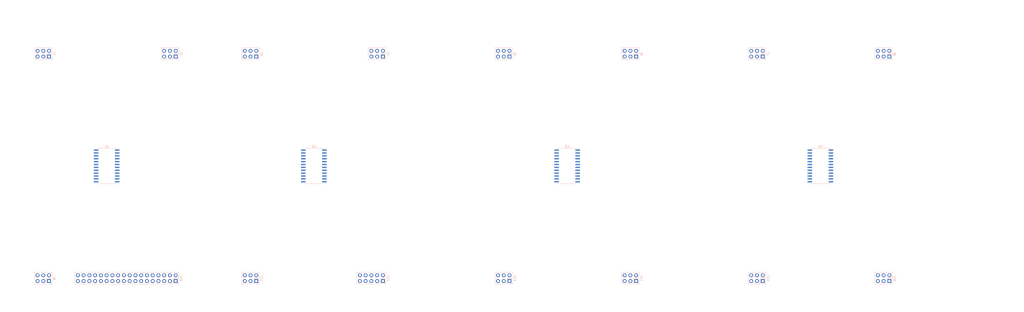
<source format=kicad_pcb>
(kicad_pcb (version 20171130) (host pcbnew "(5.1.4)-1")

  (general
    (thickness 1.6)
    (drawings 962)
    (tracks 0)
    (zones 0)
    (modules 20)
    (nets 120)
  )

  (page A2)
  (layers
    (0 F.Cu signal)
    (31 B.Cu signal)
    (32 B.Adhes user)
    (33 F.Adhes user)
    (34 B.Paste user)
    (35 F.Paste user)
    (36 B.SilkS user)
    (37 F.SilkS user)
    (38 B.Mask user)
    (39 F.Mask user)
    (40 Dwgs.User user)
    (41 Cmts.User user)
    (42 Eco1.User user)
    (43 Eco2.User user)
    (44 Edge.Cuts user)
    (45 Margin user)
    (46 B.CrtYd user)
    (47 F.CrtYd user)
    (48 B.Fab user hide)
    (49 F.Fab user)
  )

  (setup
    (last_trace_width 0.25)
    (trace_clearance 0.2)
    (zone_clearance 0.508)
    (zone_45_only no)
    (trace_min 0.2)
    (via_size 0.8)
    (via_drill 0.4)
    (via_min_size 0.4)
    (via_min_drill 0.3)
    (uvia_size 0.3)
    (uvia_drill 0.1)
    (uvias_allowed no)
    (uvia_min_size 0.2)
    (uvia_min_drill 0.1)
    (edge_width 0.05)
    (segment_width 0.2)
    (pcb_text_width 0.3)
    (pcb_text_size 1.5 1.5)
    (mod_edge_width 0.12)
    (mod_text_size 1 1)
    (mod_text_width 0.15)
    (pad_size 1.524 1.524)
    (pad_drill 0.762)
    (pad_to_mask_clearance 0.051)
    (solder_mask_min_width 0.25)
    (aux_axis_origin 0 0)
    (visible_elements 7FFFE7FF)
    (pcbplotparams
      (layerselection 0x010fc_ffffffff)
      (usegerberextensions false)
      (usegerberattributes false)
      (usegerberadvancedattributes false)
      (creategerberjobfile false)
      (excludeedgelayer true)
      (linewidth 0.100000)
      (plotframeref false)
      (viasonmask false)
      (mode 1)
      (useauxorigin false)
      (hpglpennumber 1)
      (hpglpenspeed 20)
      (hpglpendiameter 15.000000)
      (psnegative false)
      (psa4output false)
      (plotreference true)
      (plotvalue true)
      (plotinvisibletext false)
      (padsonsilk false)
      (subtractmaskfromsilk false)
      (outputformat 1)
      (mirror false)
      (drillshape 1)
      (scaleselection 1)
      (outputdirectory ""))
  )

  (net 0 "")
  (net 1 GND)
  (net 2 /U1_S0)
  (net 3 /U1_S1)
  (net 4 /U1_S2)
  (net 5 /U1_S3)
  (net 6 VCC)
  (net 7 "/Multiplexer A2/U2_S0")
  (net 8 "/Multiplexer A2/U2_S1")
  (net 9 "/Multiplexer A2/U2_S2")
  (net 10 "/Multiplexer A2/U2_S3")
  (net 11 "/Multiplexer A2/U2_A2")
  (net 12 "/Multiplexer A1/U3_A1")
  (net 13 "/Multiplexer A1/U3_S3")
  (net 14 "/Multiplexer A1/U3_S2")
  (net 15 "/Multiplexer A1/U3_S1")
  (net 16 "/Multiplexer A1/U3_S0")
  (net 17 "/Multiplexer A0/U4_S0")
  (net 18 "/Multiplexer A0/U4_S1")
  (net 19 "/Multiplexer A0/U4_S2")
  (net 20 "/Multiplexer A0/U4_S3")
  (net 21 "/Multiplexer A0/U4_A0")
  (net 22 "Net-(U1-Pad2)")
  (net 23 "Net-(U1-Pad3)")
  (net 24 "Net-(U1-Pad4)")
  (net 25 "Net-(U1-Pad5)")
  (net 26 "Net-(U1-Pad6)")
  (net 27 "Net-(U1-Pad7)")
  (net 28 "Net-(U1-Pad8)")
  (net 29 "Net-(U1-Pad9)")
  (net 30 "Net-(U1-Pad16)")
  (net 31 "Net-(U1-Pad17)")
  (net 32 "Net-(U1-Pad18)")
  (net 33 "Net-(U1-Pad19)")
  (net 34 "Net-(U1-Pad20)")
  (net 35 "Net-(U1-Pad21)")
  (net 36 "Net-(U1-Pad22)")
  (net 37 "Net-(U1-Pad23)")
  (net 38 "Net-(U2-Pad2)")
  (net 39 "Net-(U2-Pad3)")
  (net 40 "Net-(U2-Pad4)")
  (net 41 "Net-(U2-Pad5)")
  (net 42 "Net-(U2-Pad6)")
  (net 43 "Net-(U2-Pad7)")
  (net 44 "Net-(U2-Pad8)")
  (net 45 "Net-(U2-Pad9)")
  (net 46 "Net-(U2-Pad16)")
  (net 47 "Net-(U2-Pad17)")
  (net 48 "Net-(U2-Pad18)")
  (net 49 "Net-(U2-Pad19)")
  (net 50 "Net-(U2-Pad20)")
  (net 51 "Net-(U2-Pad21)")
  (net 52 "Net-(U2-Pad22)")
  (net 53 "Net-(U2-Pad23)")
  (net 54 "Net-(U3-Pad23)")
  (net 55 "Net-(U3-Pad22)")
  (net 56 "Net-(U3-Pad21)")
  (net 57 "Net-(U3-Pad20)")
  (net 58 "Net-(U3-Pad19)")
  (net 59 "Net-(U3-Pad18)")
  (net 60 "Net-(U3-Pad17)")
  (net 61 "Net-(U3-Pad16)")
  (net 62 "Net-(U3-Pad9)")
  (net 63 "Net-(U3-Pad8)")
  (net 64 "Net-(U3-Pad7)")
  (net 65 "Net-(U3-Pad6)")
  (net 66 "Net-(U3-Pad5)")
  (net 67 "Net-(U3-Pad4)")
  (net 68 "Net-(U3-Pad3)")
  (net 69 "Net-(U3-Pad2)")
  (net 70 "Net-(U4-Pad23)")
  (net 71 "Net-(U4-Pad22)")
  (net 72 "Net-(U4-Pad21)")
  (net 73 "Net-(U4-Pad20)")
  (net 74 "Net-(U4-Pad19)")
  (net 75 "Net-(U4-Pad18)")
  (net 76 "Net-(U4-Pad17)")
  (net 77 "Net-(U4-Pad16)")
  (net 78 "Net-(U4-Pad9)")
  (net 79 "Net-(U4-Pad8)")
  (net 80 "Net-(U4-Pad7)")
  (net 81 "Net-(U4-Pad6)")
  (net 82 "Net-(U4-Pad5)")
  (net 83 "Net-(U4-Pad4)")
  (net 84 "Net-(U4-Pad3)")
  (net 85 "Net-(U4-Pad2)")
  (net 86 /U1_A3)
  (net 87 /48)
  (net 88 /49)
  (net 89 /46)
  (net 90 /47)
  (net 91 /U5_14)
  (net 92 /U5_13)
  (net 93 /U5_12)
  (net 94 /U5_11)
  (net 95 /U5_10)
  (net 96 /U5_09)
  (net 97 /U5_08)
  (net 98 /45)
  (net 99 /44)
  (net 100 /43)
  (net 101 /42)
  (net 102 /41)
  (net 103 /40)
  (net 104 /39)
  (net 105 /38)
  (net 106 /37)
  (net 107 /36)
  (net 108 /35)
  (net 109 /34)
  (net 110 /33)
  (net 111 /32)
  (net 112 /31)
  (net 113 /30)
  (net 114 /28)
  (net 115 /26)
  (net 116 /52)
  (net 117 /53)
  (net 118 /50)
  (net 119 /51)

  (net_class Default "This is the default net class."
    (clearance 0.2)
    (trace_width 0.25)
    (via_dia 0.8)
    (via_drill 0.4)
    (uvia_dia 0.3)
    (uvia_drill 0.1)
    (add_net /26)
    (add_net /28)
    (add_net /30)
    (add_net /31)
    (add_net /32)
    (add_net /33)
    (add_net /34)
    (add_net /35)
    (add_net /36)
    (add_net /37)
    (add_net /38)
    (add_net /39)
    (add_net /40)
    (add_net /41)
    (add_net /42)
    (add_net /43)
    (add_net /44)
    (add_net /45)
    (add_net /46)
    (add_net /47)
    (add_net /48)
    (add_net /49)
    (add_net /50)
    (add_net /51)
    (add_net /52)
    (add_net /53)
    (add_net "/Multiplexer A0/U4_A0")
    (add_net "/Multiplexer A0/U4_S0")
    (add_net "/Multiplexer A0/U4_S1")
    (add_net "/Multiplexer A0/U4_S2")
    (add_net "/Multiplexer A0/U4_S3")
    (add_net "/Multiplexer A1/U3_A1")
    (add_net "/Multiplexer A1/U3_S0")
    (add_net "/Multiplexer A1/U3_S1")
    (add_net "/Multiplexer A1/U3_S2")
    (add_net "/Multiplexer A1/U3_S3")
    (add_net "/Multiplexer A2/U2_A2")
    (add_net "/Multiplexer A2/U2_S0")
    (add_net "/Multiplexer A2/U2_S1")
    (add_net "/Multiplexer A2/U2_S2")
    (add_net "/Multiplexer A2/U2_S3")
    (add_net /U1_A3)
    (add_net /U1_S0)
    (add_net /U1_S1)
    (add_net /U1_S2)
    (add_net /U1_S3)
    (add_net /U5_08)
    (add_net /U5_09)
    (add_net /U5_10)
    (add_net /U5_11)
    (add_net /U5_12)
    (add_net /U5_13)
    (add_net /U5_14)
    (add_net GND)
    (add_net "Net-(U1-Pad16)")
    (add_net "Net-(U1-Pad17)")
    (add_net "Net-(U1-Pad18)")
    (add_net "Net-(U1-Pad19)")
    (add_net "Net-(U1-Pad2)")
    (add_net "Net-(U1-Pad20)")
    (add_net "Net-(U1-Pad21)")
    (add_net "Net-(U1-Pad22)")
    (add_net "Net-(U1-Pad23)")
    (add_net "Net-(U1-Pad3)")
    (add_net "Net-(U1-Pad4)")
    (add_net "Net-(U1-Pad5)")
    (add_net "Net-(U1-Pad6)")
    (add_net "Net-(U1-Pad7)")
    (add_net "Net-(U1-Pad8)")
    (add_net "Net-(U1-Pad9)")
    (add_net "Net-(U2-Pad16)")
    (add_net "Net-(U2-Pad17)")
    (add_net "Net-(U2-Pad18)")
    (add_net "Net-(U2-Pad19)")
    (add_net "Net-(U2-Pad2)")
    (add_net "Net-(U2-Pad20)")
    (add_net "Net-(U2-Pad21)")
    (add_net "Net-(U2-Pad22)")
    (add_net "Net-(U2-Pad23)")
    (add_net "Net-(U2-Pad3)")
    (add_net "Net-(U2-Pad4)")
    (add_net "Net-(U2-Pad5)")
    (add_net "Net-(U2-Pad6)")
    (add_net "Net-(U2-Pad7)")
    (add_net "Net-(U2-Pad8)")
    (add_net "Net-(U2-Pad9)")
    (add_net "Net-(U3-Pad16)")
    (add_net "Net-(U3-Pad17)")
    (add_net "Net-(U3-Pad18)")
    (add_net "Net-(U3-Pad19)")
    (add_net "Net-(U3-Pad2)")
    (add_net "Net-(U3-Pad20)")
    (add_net "Net-(U3-Pad21)")
    (add_net "Net-(U3-Pad22)")
    (add_net "Net-(U3-Pad23)")
    (add_net "Net-(U3-Pad3)")
    (add_net "Net-(U3-Pad4)")
    (add_net "Net-(U3-Pad5)")
    (add_net "Net-(U3-Pad6)")
    (add_net "Net-(U3-Pad7)")
    (add_net "Net-(U3-Pad8)")
    (add_net "Net-(U3-Pad9)")
    (add_net "Net-(U4-Pad16)")
    (add_net "Net-(U4-Pad17)")
    (add_net "Net-(U4-Pad18)")
    (add_net "Net-(U4-Pad19)")
    (add_net "Net-(U4-Pad2)")
    (add_net "Net-(U4-Pad20)")
    (add_net "Net-(U4-Pad21)")
    (add_net "Net-(U4-Pad22)")
    (add_net "Net-(U4-Pad23)")
    (add_net "Net-(U4-Pad3)")
    (add_net "Net-(U4-Pad4)")
    (add_net "Net-(U4-Pad5)")
    (add_net "Net-(U4-Pad6)")
    (add_net "Net-(U4-Pad7)")
    (add_net "Net-(U4-Pad8)")
    (add_net "Net-(U4-Pad9)")
    (add_net VCC)
  )

  (module Connector_PinHeader_2.54mm:PinHeader_2x03_P2.54mm_Vertical (layer B.Cu) (tedit 59FED5CC) (tstamp 5D9DD052)
    (at 97.79 158.75 90)
    (descr "Through hole straight pin header, 2x03, 2.54mm pitch, double rows")
    (tags "Through hole pin header THT 2x03 2.54mm double row")
    (path /5DA05E0C/5DA092AC)
    (fp_text reference J1 (at 1.27 2.33 90) (layer B.SilkS)
      (effects (font (size 1 1) (thickness 0.15)) (justify mirror))
    )
    (fp_text value Conn_02x03_Counter_Clockwise (at 1.27 -7.41 90) (layer B.Fab)
      (effects (font (size 1 1) (thickness 0.15)) (justify mirror))
    )
    (fp_line (start 0 1.27) (end 3.81 1.27) (layer B.Fab) (width 0.1))
    (fp_line (start 3.81 1.27) (end 3.81 -6.35) (layer B.Fab) (width 0.1))
    (fp_line (start 3.81 -6.35) (end -1.27 -6.35) (layer B.Fab) (width 0.1))
    (fp_line (start -1.27 -6.35) (end -1.27 0) (layer B.Fab) (width 0.1))
    (fp_line (start -1.27 0) (end 0 1.27) (layer B.Fab) (width 0.1))
    (fp_line (start -1.33 -6.41) (end 3.87 -6.41) (layer B.SilkS) (width 0.12))
    (fp_line (start -1.33 -1.27) (end -1.33 -6.41) (layer B.SilkS) (width 0.12))
    (fp_line (start 3.87 1.33) (end 3.87 -6.41) (layer B.SilkS) (width 0.12))
    (fp_line (start -1.33 -1.27) (end 1.27 -1.27) (layer B.SilkS) (width 0.12))
    (fp_line (start 1.27 -1.27) (end 1.27 1.33) (layer B.SilkS) (width 0.12))
    (fp_line (start 1.27 1.33) (end 3.87 1.33) (layer B.SilkS) (width 0.12))
    (fp_line (start -1.33 0) (end -1.33 1.33) (layer B.SilkS) (width 0.12))
    (fp_line (start -1.33 1.33) (end 0 1.33) (layer B.SilkS) (width 0.12))
    (fp_line (start -1.8 1.8) (end -1.8 -6.85) (layer B.CrtYd) (width 0.05))
    (fp_line (start -1.8 -6.85) (end 4.35 -6.85) (layer B.CrtYd) (width 0.05))
    (fp_line (start 4.35 -6.85) (end 4.35 1.8) (layer B.CrtYd) (width 0.05))
    (fp_line (start 4.35 1.8) (end -1.8 1.8) (layer B.CrtYd) (width 0.05))
    (fp_text user %R (at 1.27 -2.54 180) (layer B.Fab)
      (effects (font (size 1 1) (thickness 0.15)) (justify mirror))
    )
    (pad 1 thru_hole rect (at 0 0 90) (size 1.7 1.7) (drill 1) (layers *.Cu *.Mask)
      (net 1 GND))
    (pad 2 thru_hole oval (at 2.54 0 90) (size 1.7 1.7) (drill 1) (layers *.Cu *.Mask)
      (net 1 GND))
    (pad 3 thru_hole oval (at 0 -2.54 90) (size 1.7 1.7) (drill 1) (layers *.Cu *.Mask)
      (net 1 GND))
    (pad 4 thru_hole oval (at 2.54 -2.54 90) (size 1.7 1.7) (drill 1) (layers *.Cu *.Mask)
      (net 1 GND))
    (pad 5 thru_hole oval (at 0 -5.08 90) (size 1.7 1.7) (drill 1) (layers *.Cu *.Mask)
      (net 1 GND))
    (pad 6 thru_hole oval (at 2.54 -5.08 90) (size 1.7 1.7) (drill 1) (layers *.Cu *.Mask)
      (net 1 GND))
    (model ${KISYS3DMOD}/Connector_PinHeader_2.54mm.3dshapes/PinHeader_2x03_P2.54mm_Vertical.wrl
      (at (xyz 0 0 0))
      (scale (xyz 1 1 1))
      (rotate (xyz 0 0 0))
    )
  )

  (module Connector_PinHeader_2.54mm:PinHeader_2x03_P2.54mm_Vertical (layer B.Cu) (tedit 59FED5CC) (tstamp 5D9DC365)
    (at 153.67 158.75 90)
    (descr "Through hole straight pin header, 2x03, 2.54mm pitch, double rows")
    (tags "Through hole pin header THT 2x03 2.54mm double row")
    (path /5DA05E0C/5DA092B2)
    (fp_text reference J2 (at 1.27 2.33 90) (layer B.SilkS)
      (effects (font (size 1 1) (thickness 0.15)) (justify mirror))
    )
    (fp_text value Conn_02x03_Counter_Clockwise (at 1.27 -7.41 90) (layer B.Fab)
      (effects (font (size 1 1) (thickness 0.15)) (justify mirror))
    )
    (fp_text user %R (at 1.27 -2.54 180) (layer B.Fab)
      (effects (font (size 1 1) (thickness 0.15)) (justify mirror))
    )
    (fp_line (start 4.35 1.8) (end -1.8 1.8) (layer B.CrtYd) (width 0.05))
    (fp_line (start 4.35 -6.85) (end 4.35 1.8) (layer B.CrtYd) (width 0.05))
    (fp_line (start -1.8 -6.85) (end 4.35 -6.85) (layer B.CrtYd) (width 0.05))
    (fp_line (start -1.8 1.8) (end -1.8 -6.85) (layer B.CrtYd) (width 0.05))
    (fp_line (start -1.33 1.33) (end 0 1.33) (layer B.SilkS) (width 0.12))
    (fp_line (start -1.33 0) (end -1.33 1.33) (layer B.SilkS) (width 0.12))
    (fp_line (start 1.27 1.33) (end 3.87 1.33) (layer B.SilkS) (width 0.12))
    (fp_line (start 1.27 -1.27) (end 1.27 1.33) (layer B.SilkS) (width 0.12))
    (fp_line (start -1.33 -1.27) (end 1.27 -1.27) (layer B.SilkS) (width 0.12))
    (fp_line (start 3.87 1.33) (end 3.87 -6.41) (layer B.SilkS) (width 0.12))
    (fp_line (start -1.33 -1.27) (end -1.33 -6.41) (layer B.SilkS) (width 0.12))
    (fp_line (start -1.33 -6.41) (end 3.87 -6.41) (layer B.SilkS) (width 0.12))
    (fp_line (start -1.27 0) (end 0 1.27) (layer B.Fab) (width 0.1))
    (fp_line (start -1.27 -6.35) (end -1.27 0) (layer B.Fab) (width 0.1))
    (fp_line (start 3.81 -6.35) (end -1.27 -6.35) (layer B.Fab) (width 0.1))
    (fp_line (start 3.81 1.27) (end 3.81 -6.35) (layer B.Fab) (width 0.1))
    (fp_line (start 0 1.27) (end 3.81 1.27) (layer B.Fab) (width 0.1))
    (pad 6 thru_hole oval (at 2.54 -5.08 90) (size 1.7 1.7) (drill 1) (layers *.Cu *.Mask)
      (net 1 GND))
    (pad 5 thru_hole oval (at 0 -5.08 90) (size 1.7 1.7) (drill 1) (layers *.Cu *.Mask)
      (net 1 GND))
    (pad 4 thru_hole oval (at 2.54 -2.54 90) (size 1.7 1.7) (drill 1) (layers *.Cu *.Mask)
      (net 1 GND))
    (pad 3 thru_hole oval (at 0 -2.54 90) (size 1.7 1.7) (drill 1) (layers *.Cu *.Mask)
      (net 1 GND))
    (pad 2 thru_hole oval (at 2.54 0 90) (size 1.7 1.7) (drill 1) (layers *.Cu *.Mask)
      (net 1 GND))
    (pad 1 thru_hole rect (at 0 0 90) (size 1.7 1.7) (drill 1) (layers *.Cu *.Mask)
      (net 1 GND))
    (model ${KISYS3DMOD}/Connector_PinHeader_2.54mm.3dshapes/PinHeader_2x03_P2.54mm_Vertical.wrl
      (at (xyz 0 0 0))
      (scale (xyz 1 1 1))
      (rotate (xyz 0 0 0))
    )
  )

  (module Connector_PinHeader_2.54mm:PinHeader_2x03_P2.54mm_Vertical (layer B.Cu) (tedit 59FED5CC) (tstamp 5D9DC381)
    (at 189.23 158.75 90)
    (descr "Through hole straight pin header, 2x03, 2.54mm pitch, double rows")
    (tags "Through hole pin header THT 2x03 2.54mm double row")
    (path /5DA05E0C/5DA092B8)
    (fp_text reference J3 (at 1.27 2.33 90) (layer B.SilkS)
      (effects (font (size 1 1) (thickness 0.15)) (justify mirror))
    )
    (fp_text value Conn_02x03_Counter_Clockwise (at 1.27 -7.41 90) (layer B.Fab)
      (effects (font (size 1 1) (thickness 0.15)) (justify mirror))
    )
    (fp_line (start 0 1.27) (end 3.81 1.27) (layer B.Fab) (width 0.1))
    (fp_line (start 3.81 1.27) (end 3.81 -6.35) (layer B.Fab) (width 0.1))
    (fp_line (start 3.81 -6.35) (end -1.27 -6.35) (layer B.Fab) (width 0.1))
    (fp_line (start -1.27 -6.35) (end -1.27 0) (layer B.Fab) (width 0.1))
    (fp_line (start -1.27 0) (end 0 1.27) (layer B.Fab) (width 0.1))
    (fp_line (start -1.33 -6.41) (end 3.87 -6.41) (layer B.SilkS) (width 0.12))
    (fp_line (start -1.33 -1.27) (end -1.33 -6.41) (layer B.SilkS) (width 0.12))
    (fp_line (start 3.87 1.33) (end 3.87 -6.41) (layer B.SilkS) (width 0.12))
    (fp_line (start -1.33 -1.27) (end 1.27 -1.27) (layer B.SilkS) (width 0.12))
    (fp_line (start 1.27 -1.27) (end 1.27 1.33) (layer B.SilkS) (width 0.12))
    (fp_line (start 1.27 1.33) (end 3.87 1.33) (layer B.SilkS) (width 0.12))
    (fp_line (start -1.33 0) (end -1.33 1.33) (layer B.SilkS) (width 0.12))
    (fp_line (start -1.33 1.33) (end 0 1.33) (layer B.SilkS) (width 0.12))
    (fp_line (start -1.8 1.8) (end -1.8 -6.85) (layer B.CrtYd) (width 0.05))
    (fp_line (start -1.8 -6.85) (end 4.35 -6.85) (layer B.CrtYd) (width 0.05))
    (fp_line (start 4.35 -6.85) (end 4.35 1.8) (layer B.CrtYd) (width 0.05))
    (fp_line (start 4.35 1.8) (end -1.8 1.8) (layer B.CrtYd) (width 0.05))
    (fp_text user %R (at 1.27 -2.54 180) (layer B.Fab)
      (effects (font (size 1 1) (thickness 0.15)) (justify mirror))
    )
    (pad 1 thru_hole rect (at 0 0 90) (size 1.7 1.7) (drill 1) (layers *.Cu *.Mask)
      (net 1 GND))
    (pad 2 thru_hole oval (at 2.54 0 90) (size 1.7 1.7) (drill 1) (layers *.Cu *.Mask)
      (net 1 GND))
    (pad 3 thru_hole oval (at 0 -2.54 90) (size 1.7 1.7) (drill 1) (layers *.Cu *.Mask)
      (net 1 GND))
    (pad 4 thru_hole oval (at 2.54 -2.54 90) (size 1.7 1.7) (drill 1) (layers *.Cu *.Mask)
      (net 1 GND))
    (pad 5 thru_hole oval (at 0 -5.08 90) (size 1.7 1.7) (drill 1) (layers *.Cu *.Mask)
      (net 1 GND))
    (pad 6 thru_hole oval (at 2.54 -5.08 90) (size 1.7 1.7) (drill 1) (layers *.Cu *.Mask)
      (net 1 GND))
    (model ${KISYS3DMOD}/Connector_PinHeader_2.54mm.3dshapes/PinHeader_2x03_P2.54mm_Vertical.wrl
      (at (xyz 0 0 0))
      (scale (xyz 1 1 1))
      (rotate (xyz 0 0 0))
    )
  )

  (module Connector_PinHeader_2.54mm:PinHeader_2x03_P2.54mm_Vertical (layer B.Cu) (tedit 59FED5CC) (tstamp 5D9DC39D)
    (at 245.11 158.75 90)
    (descr "Through hole straight pin header, 2x03, 2.54mm pitch, double rows")
    (tags "Through hole pin header THT 2x03 2.54mm double row")
    (path /5DA05E0C/5DA092D0)
    (fp_text reference J4 (at 1.27 2.33 90) (layer B.SilkS)
      (effects (font (size 1 1) (thickness 0.15)) (justify mirror))
    )
    (fp_text value Conn_02x03_Counter_Clockwise (at 1.27 -7.41 90) (layer B.Fab)
      (effects (font (size 1 1) (thickness 0.15)) (justify mirror))
    )
    (fp_line (start 0 1.27) (end 3.81 1.27) (layer B.Fab) (width 0.1))
    (fp_line (start 3.81 1.27) (end 3.81 -6.35) (layer B.Fab) (width 0.1))
    (fp_line (start 3.81 -6.35) (end -1.27 -6.35) (layer B.Fab) (width 0.1))
    (fp_line (start -1.27 -6.35) (end -1.27 0) (layer B.Fab) (width 0.1))
    (fp_line (start -1.27 0) (end 0 1.27) (layer B.Fab) (width 0.1))
    (fp_line (start -1.33 -6.41) (end 3.87 -6.41) (layer B.SilkS) (width 0.12))
    (fp_line (start -1.33 -1.27) (end -1.33 -6.41) (layer B.SilkS) (width 0.12))
    (fp_line (start 3.87 1.33) (end 3.87 -6.41) (layer B.SilkS) (width 0.12))
    (fp_line (start -1.33 -1.27) (end 1.27 -1.27) (layer B.SilkS) (width 0.12))
    (fp_line (start 1.27 -1.27) (end 1.27 1.33) (layer B.SilkS) (width 0.12))
    (fp_line (start 1.27 1.33) (end 3.87 1.33) (layer B.SilkS) (width 0.12))
    (fp_line (start -1.33 0) (end -1.33 1.33) (layer B.SilkS) (width 0.12))
    (fp_line (start -1.33 1.33) (end 0 1.33) (layer B.SilkS) (width 0.12))
    (fp_line (start -1.8 1.8) (end -1.8 -6.85) (layer B.CrtYd) (width 0.05))
    (fp_line (start -1.8 -6.85) (end 4.35 -6.85) (layer B.CrtYd) (width 0.05))
    (fp_line (start 4.35 -6.85) (end 4.35 1.8) (layer B.CrtYd) (width 0.05))
    (fp_line (start 4.35 1.8) (end -1.8 1.8) (layer B.CrtYd) (width 0.05))
    (fp_text user %R (at 1.27 -2.54 180) (layer B.Fab)
      (effects (font (size 1 1) (thickness 0.15)) (justify mirror))
    )
    (pad 1 thru_hole rect (at 0 0 90) (size 1.7 1.7) (drill 1) (layers *.Cu *.Mask)
      (net 1 GND))
    (pad 2 thru_hole oval (at 2.54 0 90) (size 1.7 1.7) (drill 1) (layers *.Cu *.Mask)
      (net 1 GND))
    (pad 3 thru_hole oval (at 0 -2.54 90) (size 1.7 1.7) (drill 1) (layers *.Cu *.Mask)
      (net 1 GND))
    (pad 4 thru_hole oval (at 2.54 -2.54 90) (size 1.7 1.7) (drill 1) (layers *.Cu *.Mask)
      (net 1 GND))
    (pad 5 thru_hole oval (at 0 -5.08 90) (size 1.7 1.7) (drill 1) (layers *.Cu *.Mask)
      (net 1 GND))
    (pad 6 thru_hole oval (at 2.54 -5.08 90) (size 1.7 1.7) (drill 1) (layers *.Cu *.Mask)
      (net 1 GND))
    (model ${KISYS3DMOD}/Connector_PinHeader_2.54mm.3dshapes/PinHeader_2x03_P2.54mm_Vertical.wrl
      (at (xyz 0 0 0))
      (scale (xyz 1 1 1))
      (rotate (xyz 0 0 0))
    )
  )

  (module Connector_PinHeader_2.54mm:PinHeader_2x03_P2.54mm_Vertical (layer B.Cu) (tedit 59FED5CC) (tstamp 5D9DC3B9)
    (at 300.99 158.75 90)
    (descr "Through hole straight pin header, 2x03, 2.54mm pitch, double rows")
    (tags "Through hole pin header THT 2x03 2.54mm double row")
    (path /5DA05E0C/5DA092BE)
    (fp_text reference J5 (at 1.27 2.33 90) (layer B.SilkS)
      (effects (font (size 1 1) (thickness 0.15)) (justify mirror))
    )
    (fp_text value Conn_02x03_Counter_Clockwise (at 1.27 -7.41 90) (layer B.Fab)
      (effects (font (size 1 1) (thickness 0.15)) (justify mirror))
    )
    (fp_text user %R (at 1.27 -2.54 180) (layer B.Fab)
      (effects (font (size 1 1) (thickness 0.15)) (justify mirror))
    )
    (fp_line (start 4.35 1.8) (end -1.8 1.8) (layer B.CrtYd) (width 0.05))
    (fp_line (start 4.35 -6.85) (end 4.35 1.8) (layer B.CrtYd) (width 0.05))
    (fp_line (start -1.8 -6.85) (end 4.35 -6.85) (layer B.CrtYd) (width 0.05))
    (fp_line (start -1.8 1.8) (end -1.8 -6.85) (layer B.CrtYd) (width 0.05))
    (fp_line (start -1.33 1.33) (end 0 1.33) (layer B.SilkS) (width 0.12))
    (fp_line (start -1.33 0) (end -1.33 1.33) (layer B.SilkS) (width 0.12))
    (fp_line (start 1.27 1.33) (end 3.87 1.33) (layer B.SilkS) (width 0.12))
    (fp_line (start 1.27 -1.27) (end 1.27 1.33) (layer B.SilkS) (width 0.12))
    (fp_line (start -1.33 -1.27) (end 1.27 -1.27) (layer B.SilkS) (width 0.12))
    (fp_line (start 3.87 1.33) (end 3.87 -6.41) (layer B.SilkS) (width 0.12))
    (fp_line (start -1.33 -1.27) (end -1.33 -6.41) (layer B.SilkS) (width 0.12))
    (fp_line (start -1.33 -6.41) (end 3.87 -6.41) (layer B.SilkS) (width 0.12))
    (fp_line (start -1.27 0) (end 0 1.27) (layer B.Fab) (width 0.1))
    (fp_line (start -1.27 -6.35) (end -1.27 0) (layer B.Fab) (width 0.1))
    (fp_line (start 3.81 -6.35) (end -1.27 -6.35) (layer B.Fab) (width 0.1))
    (fp_line (start 3.81 1.27) (end 3.81 -6.35) (layer B.Fab) (width 0.1))
    (fp_line (start 0 1.27) (end 3.81 1.27) (layer B.Fab) (width 0.1))
    (pad 6 thru_hole oval (at 2.54 -5.08 90) (size 1.7 1.7) (drill 1) (layers *.Cu *.Mask)
      (net 1 GND))
    (pad 5 thru_hole oval (at 0 -5.08 90) (size 1.7 1.7) (drill 1) (layers *.Cu *.Mask)
      (net 1 GND))
    (pad 4 thru_hole oval (at 2.54 -2.54 90) (size 1.7 1.7) (drill 1) (layers *.Cu *.Mask)
      (net 1 GND))
    (pad 3 thru_hole oval (at 0 -2.54 90) (size 1.7 1.7) (drill 1) (layers *.Cu *.Mask)
      (net 1 GND))
    (pad 2 thru_hole oval (at 2.54 0 90) (size 1.7 1.7) (drill 1) (layers *.Cu *.Mask)
      (net 1 GND))
    (pad 1 thru_hole rect (at 0 0 90) (size 1.7 1.7) (drill 1) (layers *.Cu *.Mask)
      (net 1 GND))
    (model ${KISYS3DMOD}/Connector_PinHeader_2.54mm.3dshapes/PinHeader_2x03_P2.54mm_Vertical.wrl
      (at (xyz 0 0 0))
      (scale (xyz 1 1 1))
      (rotate (xyz 0 0 0))
    )
  )

  (module Connector_PinHeader_2.54mm:PinHeader_2x03_P2.54mm_Vertical (layer B.Cu) (tedit 59FED5CC) (tstamp 5D9DC3D5)
    (at 356.87 158.75 90)
    (descr "Through hole straight pin header, 2x03, 2.54mm pitch, double rows")
    (tags "Through hole pin header THT 2x03 2.54mm double row")
    (path /5DA05E0C/5DA092C4)
    (fp_text reference J6 (at 1.27 2.33 90) (layer B.SilkS)
      (effects (font (size 1 1) (thickness 0.15)) (justify mirror))
    )
    (fp_text value Conn_02x03_Counter_Clockwise (at 1.27 -7.41 90) (layer B.Fab)
      (effects (font (size 1 1) (thickness 0.15)) (justify mirror))
    )
    (fp_line (start 0 1.27) (end 3.81 1.27) (layer B.Fab) (width 0.1))
    (fp_line (start 3.81 1.27) (end 3.81 -6.35) (layer B.Fab) (width 0.1))
    (fp_line (start 3.81 -6.35) (end -1.27 -6.35) (layer B.Fab) (width 0.1))
    (fp_line (start -1.27 -6.35) (end -1.27 0) (layer B.Fab) (width 0.1))
    (fp_line (start -1.27 0) (end 0 1.27) (layer B.Fab) (width 0.1))
    (fp_line (start -1.33 -6.41) (end 3.87 -6.41) (layer B.SilkS) (width 0.12))
    (fp_line (start -1.33 -1.27) (end -1.33 -6.41) (layer B.SilkS) (width 0.12))
    (fp_line (start 3.87 1.33) (end 3.87 -6.41) (layer B.SilkS) (width 0.12))
    (fp_line (start -1.33 -1.27) (end 1.27 -1.27) (layer B.SilkS) (width 0.12))
    (fp_line (start 1.27 -1.27) (end 1.27 1.33) (layer B.SilkS) (width 0.12))
    (fp_line (start 1.27 1.33) (end 3.87 1.33) (layer B.SilkS) (width 0.12))
    (fp_line (start -1.33 0) (end -1.33 1.33) (layer B.SilkS) (width 0.12))
    (fp_line (start -1.33 1.33) (end 0 1.33) (layer B.SilkS) (width 0.12))
    (fp_line (start -1.8 1.8) (end -1.8 -6.85) (layer B.CrtYd) (width 0.05))
    (fp_line (start -1.8 -6.85) (end 4.35 -6.85) (layer B.CrtYd) (width 0.05))
    (fp_line (start 4.35 -6.85) (end 4.35 1.8) (layer B.CrtYd) (width 0.05))
    (fp_line (start 4.35 1.8) (end -1.8 1.8) (layer B.CrtYd) (width 0.05))
    (fp_text user %R (at 1.27 -2.54 180) (layer B.Fab)
      (effects (font (size 1 1) (thickness 0.15)) (justify mirror))
    )
    (pad 1 thru_hole rect (at 0 0 90) (size 1.7 1.7) (drill 1) (layers *.Cu *.Mask)
      (net 1 GND))
    (pad 2 thru_hole oval (at 2.54 0 90) (size 1.7 1.7) (drill 1) (layers *.Cu *.Mask)
      (net 1 GND))
    (pad 3 thru_hole oval (at 0 -2.54 90) (size 1.7 1.7) (drill 1) (layers *.Cu *.Mask)
      (net 1 GND))
    (pad 4 thru_hole oval (at 2.54 -2.54 90) (size 1.7 1.7) (drill 1) (layers *.Cu *.Mask)
      (net 1 GND))
    (pad 5 thru_hole oval (at 0 -5.08 90) (size 1.7 1.7) (drill 1) (layers *.Cu *.Mask)
      (net 1 GND))
    (pad 6 thru_hole oval (at 2.54 -5.08 90) (size 1.7 1.7) (drill 1) (layers *.Cu *.Mask)
      (net 1 GND))
    (model ${KISYS3DMOD}/Connector_PinHeader_2.54mm.3dshapes/PinHeader_2x03_P2.54mm_Vertical.wrl
      (at (xyz 0 0 0))
      (scale (xyz 1 1 1))
      (rotate (xyz 0 0 0))
    )
  )

  (module Connector_PinHeader_2.54mm:PinHeader_2x03_P2.54mm_Vertical (layer B.Cu) (tedit 59FED5CC) (tstamp 5D9DC3F1)
    (at 412.75 158.75 90)
    (descr "Through hole straight pin header, 2x03, 2.54mm pitch, double rows")
    (tags "Through hole pin header THT 2x03 2.54mm double row")
    (path /5DA05E0C/5DA092CA)
    (fp_text reference J7 (at 1.27 2.33 90) (layer B.SilkS)
      (effects (font (size 1 1) (thickness 0.15)) (justify mirror))
    )
    (fp_text value Conn_02x03_Counter_Clockwise (at 1.27 -7.41 90) (layer B.Fab)
      (effects (font (size 1 1) (thickness 0.15)) (justify mirror))
    )
    (fp_text user %R (at 1.27 -2.54 180) (layer B.Fab)
      (effects (font (size 1 1) (thickness 0.15)) (justify mirror))
    )
    (fp_line (start 4.35 1.8) (end -1.8 1.8) (layer B.CrtYd) (width 0.05))
    (fp_line (start 4.35 -6.85) (end 4.35 1.8) (layer B.CrtYd) (width 0.05))
    (fp_line (start -1.8 -6.85) (end 4.35 -6.85) (layer B.CrtYd) (width 0.05))
    (fp_line (start -1.8 1.8) (end -1.8 -6.85) (layer B.CrtYd) (width 0.05))
    (fp_line (start -1.33 1.33) (end 0 1.33) (layer B.SilkS) (width 0.12))
    (fp_line (start -1.33 0) (end -1.33 1.33) (layer B.SilkS) (width 0.12))
    (fp_line (start 1.27 1.33) (end 3.87 1.33) (layer B.SilkS) (width 0.12))
    (fp_line (start 1.27 -1.27) (end 1.27 1.33) (layer B.SilkS) (width 0.12))
    (fp_line (start -1.33 -1.27) (end 1.27 -1.27) (layer B.SilkS) (width 0.12))
    (fp_line (start 3.87 1.33) (end 3.87 -6.41) (layer B.SilkS) (width 0.12))
    (fp_line (start -1.33 -1.27) (end -1.33 -6.41) (layer B.SilkS) (width 0.12))
    (fp_line (start -1.33 -6.41) (end 3.87 -6.41) (layer B.SilkS) (width 0.12))
    (fp_line (start -1.27 0) (end 0 1.27) (layer B.Fab) (width 0.1))
    (fp_line (start -1.27 -6.35) (end -1.27 0) (layer B.Fab) (width 0.1))
    (fp_line (start 3.81 -6.35) (end -1.27 -6.35) (layer B.Fab) (width 0.1))
    (fp_line (start 3.81 1.27) (end 3.81 -6.35) (layer B.Fab) (width 0.1))
    (fp_line (start 0 1.27) (end 3.81 1.27) (layer B.Fab) (width 0.1))
    (pad 6 thru_hole oval (at 2.54 -5.08 90) (size 1.7 1.7) (drill 1) (layers *.Cu *.Mask)
      (net 1 GND))
    (pad 5 thru_hole oval (at 0 -5.08 90) (size 1.7 1.7) (drill 1) (layers *.Cu *.Mask)
      (net 1 GND))
    (pad 4 thru_hole oval (at 2.54 -2.54 90) (size 1.7 1.7) (drill 1) (layers *.Cu *.Mask)
      (net 1 GND))
    (pad 3 thru_hole oval (at 0 -2.54 90) (size 1.7 1.7) (drill 1) (layers *.Cu *.Mask)
      (net 1 GND))
    (pad 2 thru_hole oval (at 2.54 0 90) (size 1.7 1.7) (drill 1) (layers *.Cu *.Mask)
      (net 1 GND))
    (pad 1 thru_hole rect (at 0 0 90) (size 1.7 1.7) (drill 1) (layers *.Cu *.Mask)
      (net 1 GND))
    (model ${KISYS3DMOD}/Connector_PinHeader_2.54mm.3dshapes/PinHeader_2x03_P2.54mm_Vertical.wrl
      (at (xyz 0 0 0))
      (scale (xyz 1 1 1))
      (rotate (xyz 0 0 0))
    )
  )

  (module Connector_PinHeader_2.54mm:PinHeader_2x03_P2.54mm_Vertical (layer B.Cu) (tedit 59FED5CC) (tstamp 5D9DC40D)
    (at 468.63 158.75 90)
    (descr "Through hole straight pin header, 2x03, 2.54mm pitch, double rows")
    (tags "Through hole pin header THT 2x03 2.54mm double row")
    (path /5DA05E0C/5DA092D6)
    (fp_text reference J8 (at 1.27 2.33 90) (layer B.SilkS)
      (effects (font (size 1 1) (thickness 0.15)) (justify mirror))
    )
    (fp_text value Conn_02x03_Counter_Clockwise (at 1.27 -7.41 90) (layer B.Fab)
      (effects (font (size 1 1) (thickness 0.15)) (justify mirror))
    )
    (fp_text user %R (at 1.27 -2.54 180) (layer B.Fab)
      (effects (font (size 1 1) (thickness 0.15)) (justify mirror))
    )
    (fp_line (start 4.35 1.8) (end -1.8 1.8) (layer B.CrtYd) (width 0.05))
    (fp_line (start 4.35 -6.85) (end 4.35 1.8) (layer B.CrtYd) (width 0.05))
    (fp_line (start -1.8 -6.85) (end 4.35 -6.85) (layer B.CrtYd) (width 0.05))
    (fp_line (start -1.8 1.8) (end -1.8 -6.85) (layer B.CrtYd) (width 0.05))
    (fp_line (start -1.33 1.33) (end 0 1.33) (layer B.SilkS) (width 0.12))
    (fp_line (start -1.33 0) (end -1.33 1.33) (layer B.SilkS) (width 0.12))
    (fp_line (start 1.27 1.33) (end 3.87 1.33) (layer B.SilkS) (width 0.12))
    (fp_line (start 1.27 -1.27) (end 1.27 1.33) (layer B.SilkS) (width 0.12))
    (fp_line (start -1.33 -1.27) (end 1.27 -1.27) (layer B.SilkS) (width 0.12))
    (fp_line (start 3.87 1.33) (end 3.87 -6.41) (layer B.SilkS) (width 0.12))
    (fp_line (start -1.33 -1.27) (end -1.33 -6.41) (layer B.SilkS) (width 0.12))
    (fp_line (start -1.33 -6.41) (end 3.87 -6.41) (layer B.SilkS) (width 0.12))
    (fp_line (start -1.27 0) (end 0 1.27) (layer B.Fab) (width 0.1))
    (fp_line (start -1.27 -6.35) (end -1.27 0) (layer B.Fab) (width 0.1))
    (fp_line (start 3.81 -6.35) (end -1.27 -6.35) (layer B.Fab) (width 0.1))
    (fp_line (start 3.81 1.27) (end 3.81 -6.35) (layer B.Fab) (width 0.1))
    (fp_line (start 0 1.27) (end 3.81 1.27) (layer B.Fab) (width 0.1))
    (pad 6 thru_hole oval (at 2.54 -5.08 90) (size 1.7 1.7) (drill 1) (layers *.Cu *.Mask)
      (net 1 GND))
    (pad 5 thru_hole oval (at 0 -5.08 90) (size 1.7 1.7) (drill 1) (layers *.Cu *.Mask)
      (net 1 GND))
    (pad 4 thru_hole oval (at 2.54 -2.54 90) (size 1.7 1.7) (drill 1) (layers *.Cu *.Mask)
      (net 1 GND))
    (pad 3 thru_hole oval (at 0 -2.54 90) (size 1.7 1.7) (drill 1) (layers *.Cu *.Mask)
      (net 1 GND))
    (pad 2 thru_hole oval (at 2.54 0 90) (size 1.7 1.7) (drill 1) (layers *.Cu *.Mask)
      (net 1 GND))
    (pad 1 thru_hole rect (at 0 0 90) (size 1.7 1.7) (drill 1) (layers *.Cu *.Mask)
      (net 1 GND))
    (model ${KISYS3DMOD}/Connector_PinHeader_2.54mm.3dshapes/PinHeader_2x03_P2.54mm_Vertical.wrl
      (at (xyz 0 0 0))
      (scale (xyz 1 1 1))
      (rotate (xyz 0 0 0))
    )
  )

  (module Connector_PinHeader_2.54mm:PinHeader_2x03_P2.54mm_Vertical (layer B.Cu) (tedit 59FED5CC) (tstamp 5D9DD14E)
    (at 97.79 257.81 90)
    (descr "Through hole straight pin header, 2x03, 2.54mm pitch, double rows")
    (tags "Through hole pin header THT 2x03 2.54mm double row")
    (path /5DA05E0C/5DA092A0)
    (fp_text reference J9 (at 1.27 2.33 90) (layer B.SilkS)
      (effects (font (size 1 1) (thickness 0.15)) (justify mirror))
    )
    (fp_text value Conn_02x03_Counter_Clockwise (at 1.27 -7.41 90) (layer B.Fab)
      (effects (font (size 1 1) (thickness 0.15)) (justify mirror))
    )
    (fp_line (start 0 1.27) (end 3.81 1.27) (layer B.Fab) (width 0.1))
    (fp_line (start 3.81 1.27) (end 3.81 -6.35) (layer B.Fab) (width 0.1))
    (fp_line (start 3.81 -6.35) (end -1.27 -6.35) (layer B.Fab) (width 0.1))
    (fp_line (start -1.27 -6.35) (end -1.27 0) (layer B.Fab) (width 0.1))
    (fp_line (start -1.27 0) (end 0 1.27) (layer B.Fab) (width 0.1))
    (fp_line (start -1.33 -6.41) (end 3.87 -6.41) (layer B.SilkS) (width 0.12))
    (fp_line (start -1.33 -1.27) (end -1.33 -6.41) (layer B.SilkS) (width 0.12))
    (fp_line (start 3.87 1.33) (end 3.87 -6.41) (layer B.SilkS) (width 0.12))
    (fp_line (start -1.33 -1.27) (end 1.27 -1.27) (layer B.SilkS) (width 0.12))
    (fp_line (start 1.27 -1.27) (end 1.27 1.33) (layer B.SilkS) (width 0.12))
    (fp_line (start 1.27 1.33) (end 3.87 1.33) (layer B.SilkS) (width 0.12))
    (fp_line (start -1.33 0) (end -1.33 1.33) (layer B.SilkS) (width 0.12))
    (fp_line (start -1.33 1.33) (end 0 1.33) (layer B.SilkS) (width 0.12))
    (fp_line (start -1.8 1.8) (end -1.8 -6.85) (layer B.CrtYd) (width 0.05))
    (fp_line (start -1.8 -6.85) (end 4.35 -6.85) (layer B.CrtYd) (width 0.05))
    (fp_line (start 4.35 -6.85) (end 4.35 1.8) (layer B.CrtYd) (width 0.05))
    (fp_line (start 4.35 1.8) (end -1.8 1.8) (layer B.CrtYd) (width 0.05))
    (fp_text user %R (at 1.27 -2.54 180) (layer B.Fab)
      (effects (font (size 1 1) (thickness 0.15)) (justify mirror))
    )
    (pad 1 thru_hole rect (at 0 0 90) (size 1.7 1.7) (drill 1) (layers *.Cu *.Mask)
      (net 1 GND))
    (pad 2 thru_hole oval (at 2.54 0 90) (size 1.7 1.7) (drill 1) (layers *.Cu *.Mask)
      (net 1 GND))
    (pad 3 thru_hole oval (at 0 -2.54 90) (size 1.7 1.7) (drill 1) (layers *.Cu *.Mask)
      (net 1 GND))
    (pad 4 thru_hole oval (at 2.54 -2.54 90) (size 1.7 1.7) (drill 1) (layers *.Cu *.Mask)
      (net 1 GND))
    (pad 5 thru_hole oval (at 0 -5.08 90) (size 1.7 1.7) (drill 1) (layers *.Cu *.Mask)
      (net 1 GND))
    (pad 6 thru_hole oval (at 2.54 -5.08 90) (size 1.7 1.7) (drill 1) (layers *.Cu *.Mask)
      (net 1 GND))
    (model ${KISYS3DMOD}/Connector_PinHeader_2.54mm.3dshapes/PinHeader_2x03_P2.54mm_Vertical.wrl
      (at (xyz 0 0 0))
      (scale (xyz 1 1 1))
      (rotate (xyz 0 0 0))
    )
  )

  (module Connector_PinHeader_2.54mm:PinHeader_2x18_P2.54mm_Vertical (layer B.Cu) (tedit 59FED5CC) (tstamp 5D9DD0C1)
    (at 153.67 257.81 90)
    (descr "Through hole straight pin header, 2x18, 2.54mm pitch, double rows")
    (tags "Through hole pin header THT 2x18 2.54mm double row")
    (path /5D9EA164)
    (fp_text reference J10 (at 1.27 2.33 90) (layer B.SilkS)
      (effects (font (size 1 1) (thickness 0.15)) (justify mirror))
    )
    (fp_text value Conn_02x18_Odd_Even (at 1.27 -45.51 90) (layer B.Fab)
      (effects (font (size 1 1) (thickness 0.15)) (justify mirror))
    )
    (fp_line (start 0 1.27) (end 3.81 1.27) (layer B.Fab) (width 0.1))
    (fp_line (start 3.81 1.27) (end 3.81 -44.45) (layer B.Fab) (width 0.1))
    (fp_line (start 3.81 -44.45) (end -1.27 -44.45) (layer B.Fab) (width 0.1))
    (fp_line (start -1.27 -44.45) (end -1.27 0) (layer B.Fab) (width 0.1))
    (fp_line (start -1.27 0) (end 0 1.27) (layer B.Fab) (width 0.1))
    (fp_line (start -1.33 -44.51) (end 3.87 -44.51) (layer B.SilkS) (width 0.12))
    (fp_line (start -1.33 -1.27) (end -1.33 -44.51) (layer B.SilkS) (width 0.12))
    (fp_line (start 3.87 1.33) (end 3.87 -44.51) (layer B.SilkS) (width 0.12))
    (fp_line (start -1.33 -1.27) (end 1.27 -1.27) (layer B.SilkS) (width 0.12))
    (fp_line (start 1.27 -1.27) (end 1.27 1.33) (layer B.SilkS) (width 0.12))
    (fp_line (start 1.27 1.33) (end 3.87 1.33) (layer B.SilkS) (width 0.12))
    (fp_line (start -1.33 0) (end -1.33 1.33) (layer B.SilkS) (width 0.12))
    (fp_line (start -1.33 1.33) (end 0 1.33) (layer B.SilkS) (width 0.12))
    (fp_line (start -1.8 1.8) (end -1.8 -44.95) (layer B.CrtYd) (width 0.05))
    (fp_line (start -1.8 -44.95) (end 4.35 -44.95) (layer B.CrtYd) (width 0.05))
    (fp_line (start 4.35 -44.95) (end 4.35 1.8) (layer B.CrtYd) (width 0.05))
    (fp_line (start 4.35 1.8) (end -1.8 1.8) (layer B.CrtYd) (width 0.05))
    (fp_text user %R (at 1.27 -21.59 180) (layer B.Fab)
      (effects (font (size 1 1) (thickness 0.15)) (justify mirror))
    )
    (pad 1 thru_hole rect (at 0 0 90) (size 1.7 1.7) (drill 1) (layers *.Cu *.Mask)
      (net 2 /U1_S0))
    (pad 2 thru_hole oval (at 2.54 0 90) (size 1.7 1.7) (drill 1) (layers *.Cu *.Mask)
      (net 3 /U1_S1))
    (pad 3 thru_hole oval (at 0 -2.54 90) (size 1.7 1.7) (drill 1) (layers *.Cu *.Mask)
      (net 4 /U1_S2))
    (pad 4 thru_hole oval (at 2.54 -2.54 90) (size 1.7 1.7) (drill 1) (layers *.Cu *.Mask)
      (net 5 /U1_S3))
    (pad 5 thru_hole oval (at 0 -5.08 90) (size 1.7 1.7) (drill 1) (layers *.Cu *.Mask)
      (net 86 /U1_A3))
    (pad 6 thru_hole oval (at 2.54 -5.08 90) (size 1.7 1.7) (drill 1) (layers *.Cu *.Mask)
      (net 6 VCC))
    (pad 7 thru_hole oval (at 0 -7.62 90) (size 1.7 1.7) (drill 1) (layers *.Cu *.Mask)
      (net 87 /48))
    (pad 8 thru_hole oval (at 2.54 -7.62 90) (size 1.7 1.7) (drill 1) (layers *.Cu *.Mask)
      (net 88 /49))
    (pad 9 thru_hole oval (at 0 -10.16 90) (size 1.7 1.7) (drill 1) (layers *.Cu *.Mask)
      (net 89 /46))
    (pad 10 thru_hole oval (at 2.54 -10.16 90) (size 1.7 1.7) (drill 1) (layers *.Cu *.Mask)
      (net 90 /47))
    (pad 11 thru_hole oval (at 0 -12.7 90) (size 1.7 1.7) (drill 1) (layers *.Cu *.Mask)
      (net 91 /U5_14))
    (pad 12 thru_hole oval (at 2.54 -12.7 90) (size 1.7 1.7) (drill 1) (layers *.Cu *.Mask)
      (net 6 VCC))
    (pad 13 thru_hole oval (at 0 -15.24 90) (size 1.7 1.7) (drill 1) (layers *.Cu *.Mask)
      (net 92 /U5_13))
    (pad 14 thru_hole oval (at 2.54 -15.24 90) (size 1.7 1.7) (drill 1) (layers *.Cu *.Mask)
      (net 93 /U5_12))
    (pad 15 thru_hole oval (at 0 -17.78 90) (size 1.7 1.7) (drill 1) (layers *.Cu *.Mask)
      (net 94 /U5_11))
    (pad 16 thru_hole oval (at 2.54 -17.78 90) (size 1.7 1.7) (drill 1) (layers *.Cu *.Mask)
      (net 95 /U5_10))
    (pad 17 thru_hole oval (at 0 -20.32 90) (size 1.7 1.7) (drill 1) (layers *.Cu *.Mask)
      (net 96 /U5_09))
    (pad 18 thru_hole oval (at 2.54 -20.32 90) (size 1.7 1.7) (drill 1) (layers *.Cu *.Mask)
      (net 97 /U5_08))
    (pad 19 thru_hole oval (at 0 -22.86 90) (size 1.7 1.7) (drill 1) (layers *.Cu *.Mask)
      (net 98 /45))
    (pad 20 thru_hole oval (at 2.54 -22.86 90) (size 1.7 1.7) (drill 1) (layers *.Cu *.Mask)
      (net 99 /44))
    (pad 21 thru_hole oval (at 0 -25.4 90) (size 1.7 1.7) (drill 1) (layers *.Cu *.Mask)
      (net 100 /43))
    (pad 22 thru_hole oval (at 2.54 -25.4 90) (size 1.7 1.7) (drill 1) (layers *.Cu *.Mask)
      (net 101 /42))
    (pad 23 thru_hole oval (at 0 -27.94 90) (size 1.7 1.7) (drill 1) (layers *.Cu *.Mask)
      (net 102 /41))
    (pad 24 thru_hole oval (at 2.54 -27.94 90) (size 1.7 1.7) (drill 1) (layers *.Cu *.Mask)
      (net 103 /40))
    (pad 25 thru_hole oval (at 0 -30.48 90) (size 1.7 1.7) (drill 1) (layers *.Cu *.Mask)
      (net 104 /39))
    (pad 26 thru_hole oval (at 2.54 -30.48 90) (size 1.7 1.7) (drill 1) (layers *.Cu *.Mask)
      (net 105 /38))
    (pad 27 thru_hole oval (at 0 -33.02 90) (size 1.7 1.7) (drill 1) (layers *.Cu *.Mask)
      (net 106 /37))
    (pad 28 thru_hole oval (at 2.54 -33.02 90) (size 1.7 1.7) (drill 1) (layers *.Cu *.Mask)
      (net 107 /36))
    (pad 29 thru_hole oval (at 0 -35.56 90) (size 1.7 1.7) (drill 1) (layers *.Cu *.Mask)
      (net 108 /35))
    (pad 30 thru_hole oval (at 2.54 -35.56 90) (size 1.7 1.7) (drill 1) (layers *.Cu *.Mask)
      (net 109 /34))
    (pad 31 thru_hole oval (at 0 -38.1 90) (size 1.7 1.7) (drill 1) (layers *.Cu *.Mask)
      (net 110 /33))
    (pad 32 thru_hole oval (at 2.54 -38.1 90) (size 1.7 1.7) (drill 1) (layers *.Cu *.Mask)
      (net 111 /32))
    (pad 33 thru_hole oval (at 0 -40.64 90) (size 1.7 1.7) (drill 1) (layers *.Cu *.Mask)
      (net 112 /31))
    (pad 34 thru_hole oval (at 2.54 -40.64 90) (size 1.7 1.7) (drill 1) (layers *.Cu *.Mask)
      (net 113 /30))
    (pad 35 thru_hole oval (at 0 -43.18 90) (size 1.7 1.7) (drill 1) (layers *.Cu *.Mask)
      (net 114 /28))
    (pad 36 thru_hole oval (at 2.54 -43.18 90) (size 1.7 1.7) (drill 1) (layers *.Cu *.Mask)
      (net 115 /26))
    (model ${KISYS3DMOD}/Connector_PinHeader_2.54mm.3dshapes/PinHeader_2x18_P2.54mm_Vertical.wrl
      (at (xyz 0 0 0))
      (scale (xyz 1 1 1))
      (rotate (xyz 0 0 0))
    )
  )

  (module Connector_PinHeader_2.54mm:PinHeader_2x03_P2.54mm_Vertical (layer B.Cu) (tedit 59FED5CC) (tstamp 5D9DC47F)
    (at 189.23 257.81 90)
    (descr "Through hole straight pin header, 2x03, 2.54mm pitch, double rows")
    (tags "Through hole pin header THT 2x03 2.54mm double row")
    (path /5DA05E0C/5DA09294)
    (fp_text reference J11 (at 1.27 2.33 90) (layer B.SilkS)
      (effects (font (size 1 1) (thickness 0.15)) (justify mirror))
    )
    (fp_text value Conn_02x03_Counter_Clockwise (at 1.27 -7.41 90) (layer B.Fab)
      (effects (font (size 1 1) (thickness 0.15)) (justify mirror))
    )
    (fp_line (start 0 1.27) (end 3.81 1.27) (layer B.Fab) (width 0.1))
    (fp_line (start 3.81 1.27) (end 3.81 -6.35) (layer B.Fab) (width 0.1))
    (fp_line (start 3.81 -6.35) (end -1.27 -6.35) (layer B.Fab) (width 0.1))
    (fp_line (start -1.27 -6.35) (end -1.27 0) (layer B.Fab) (width 0.1))
    (fp_line (start -1.27 0) (end 0 1.27) (layer B.Fab) (width 0.1))
    (fp_line (start -1.33 -6.41) (end 3.87 -6.41) (layer B.SilkS) (width 0.12))
    (fp_line (start -1.33 -1.27) (end -1.33 -6.41) (layer B.SilkS) (width 0.12))
    (fp_line (start 3.87 1.33) (end 3.87 -6.41) (layer B.SilkS) (width 0.12))
    (fp_line (start -1.33 -1.27) (end 1.27 -1.27) (layer B.SilkS) (width 0.12))
    (fp_line (start 1.27 -1.27) (end 1.27 1.33) (layer B.SilkS) (width 0.12))
    (fp_line (start 1.27 1.33) (end 3.87 1.33) (layer B.SilkS) (width 0.12))
    (fp_line (start -1.33 0) (end -1.33 1.33) (layer B.SilkS) (width 0.12))
    (fp_line (start -1.33 1.33) (end 0 1.33) (layer B.SilkS) (width 0.12))
    (fp_line (start -1.8 1.8) (end -1.8 -6.85) (layer B.CrtYd) (width 0.05))
    (fp_line (start -1.8 -6.85) (end 4.35 -6.85) (layer B.CrtYd) (width 0.05))
    (fp_line (start 4.35 -6.85) (end 4.35 1.8) (layer B.CrtYd) (width 0.05))
    (fp_line (start 4.35 1.8) (end -1.8 1.8) (layer B.CrtYd) (width 0.05))
    (fp_text user %R (at 1.27 -2.54 180) (layer B.Fab)
      (effects (font (size 1 1) (thickness 0.15)) (justify mirror))
    )
    (pad 1 thru_hole rect (at 0 0 90) (size 1.7 1.7) (drill 1) (layers *.Cu *.Mask)
      (net 1 GND))
    (pad 2 thru_hole oval (at 2.54 0 90) (size 1.7 1.7) (drill 1) (layers *.Cu *.Mask)
      (net 1 GND))
    (pad 3 thru_hole oval (at 0 -2.54 90) (size 1.7 1.7) (drill 1) (layers *.Cu *.Mask)
      (net 1 GND))
    (pad 4 thru_hole oval (at 2.54 -2.54 90) (size 1.7 1.7) (drill 1) (layers *.Cu *.Mask)
      (net 1 GND))
    (pad 5 thru_hole oval (at 0 -5.08 90) (size 1.7 1.7) (drill 1) (layers *.Cu *.Mask)
      (net 1 GND))
    (pad 6 thru_hole oval (at 2.54 -5.08 90) (size 1.7 1.7) (drill 1) (layers *.Cu *.Mask)
      (net 1 GND))
    (model ${KISYS3DMOD}/Connector_PinHeader_2.54mm.3dshapes/PinHeader_2x03_P2.54mm_Vertical.wrl
      (at (xyz 0 0 0))
      (scale (xyz 1 1 1))
      (rotate (xyz 0 0 0))
    )
  )

  (module Connector_PinHeader_2.54mm:PinHeader_2x05_P2.54mm_Vertical (layer B.Cu) (tedit 59FED5CC) (tstamp 5D9DC49F)
    (at 245.11 257.81 90)
    (descr "Through hole straight pin header, 2x05, 2.54mm pitch, double rows")
    (tags "Through hole pin header THT 2x05 2.54mm double row")
    (path /5D9F3320)
    (fp_text reference J12 (at 1.27 2.33 90) (layer B.SilkS)
      (effects (font (size 1 1) (thickness 0.15)) (justify mirror))
    )
    (fp_text value Conn_02x05_Odd_Even (at 1.27 -12.49) (layer B.Fab)
      (effects (font (size 1 1) (thickness 0.15)) (justify mirror))
    )
    (fp_line (start 0 1.27) (end 3.81 1.27) (layer B.Fab) (width 0.1))
    (fp_line (start 3.81 1.27) (end 3.81 -11.43) (layer B.Fab) (width 0.1))
    (fp_line (start 3.81 -11.43) (end -1.27 -11.43) (layer B.Fab) (width 0.1))
    (fp_line (start -1.27 -11.43) (end -1.27 0) (layer B.Fab) (width 0.1))
    (fp_line (start -1.27 0) (end 0 1.27) (layer B.Fab) (width 0.1))
    (fp_line (start -1.33 -11.49) (end 3.87 -11.49) (layer B.SilkS) (width 0.12))
    (fp_line (start -1.33 -1.27) (end -1.33 -11.49) (layer B.SilkS) (width 0.12))
    (fp_line (start 3.87 1.33) (end 3.87 -11.49) (layer B.SilkS) (width 0.12))
    (fp_line (start -1.33 -1.27) (end 1.27 -1.27) (layer B.SilkS) (width 0.12))
    (fp_line (start 1.27 -1.27) (end 1.27 1.33) (layer B.SilkS) (width 0.12))
    (fp_line (start 1.27 1.33) (end 3.87 1.33) (layer B.SilkS) (width 0.12))
    (fp_line (start -1.33 0) (end -1.33 1.33) (layer B.SilkS) (width 0.12))
    (fp_line (start -1.33 1.33) (end 0 1.33) (layer B.SilkS) (width 0.12))
    (fp_line (start -1.8 1.8) (end -1.8 -11.95) (layer B.CrtYd) (width 0.05))
    (fp_line (start -1.8 -11.95) (end 4.35 -11.95) (layer B.CrtYd) (width 0.05))
    (fp_line (start 4.35 -11.95) (end 4.35 1.8) (layer B.CrtYd) (width 0.05))
    (fp_line (start 4.35 1.8) (end -1.8 1.8) (layer B.CrtYd) (width 0.05))
    (fp_text user %R (at 1.27 -5.08 180) (layer B.Fab)
      (effects (font (size 1 1) (thickness 0.15)) (justify mirror))
    )
    (pad 1 thru_hole rect (at 0 0 90) (size 1.7 1.7) (drill 1) (layers *.Cu *.Mask)
      (net 7 "/Multiplexer A2/U2_S0"))
    (pad 2 thru_hole oval (at 2.54 0 90) (size 1.7 1.7) (drill 1) (layers *.Cu *.Mask)
      (net 8 "/Multiplexer A2/U2_S1"))
    (pad 3 thru_hole oval (at 0 -2.54 90) (size 1.7 1.7) (drill 1) (layers *.Cu *.Mask)
      (net 9 "/Multiplexer A2/U2_S2"))
    (pad 4 thru_hole oval (at 2.54 -2.54 90) (size 1.7 1.7) (drill 1) (layers *.Cu *.Mask)
      (net 10 "/Multiplexer A2/U2_S3"))
    (pad 5 thru_hole oval (at 0 -5.08 90) (size 1.7 1.7) (drill 1) (layers *.Cu *.Mask)
      (net 11 "/Multiplexer A2/U2_A2"))
    (pad 6 thru_hole oval (at 2.54 -5.08 90) (size 1.7 1.7) (drill 1) (layers *.Cu *.Mask)
      (net 6 VCC))
    (pad 7 thru_hole oval (at 0 -7.62 90) (size 1.7 1.7) (drill 1) (layers *.Cu *.Mask)
      (net 116 /52))
    (pad 8 thru_hole oval (at 2.54 -7.62 90) (size 1.7 1.7) (drill 1) (layers *.Cu *.Mask)
      (net 117 /53))
    (pad 9 thru_hole oval (at 0 -10.16 90) (size 1.7 1.7) (drill 1) (layers *.Cu *.Mask)
      (net 118 /50))
    (pad 10 thru_hole oval (at 2.54 -10.16 90) (size 1.7 1.7) (drill 1) (layers *.Cu *.Mask)
      (net 119 /51))
    (model ${KISYS3DMOD}/Connector_PinHeader_2.54mm.3dshapes/PinHeader_2x05_P2.54mm_Vertical.wrl
      (at (xyz 0 0 0))
      (scale (xyz 1 1 1))
      (rotate (xyz 0 0 0))
    )
  )

  (module Connector_PinHeader_2.54mm:PinHeader_2x03_P2.54mm_Vertical (layer B.Cu) (tedit 59FED5CC) (tstamp 5D9DC4BB)
    (at 300.99 257.81 90)
    (descr "Through hole straight pin header, 2x03, 2.54mm pitch, double rows")
    (tags "Through hole pin header THT 2x03 2.54mm double row")
    (path /5DA05E0C/5DA0929A)
    (fp_text reference J13 (at 1.27 2.33 90) (layer B.SilkS)
      (effects (font (size 1 1) (thickness 0.15)) (justify mirror))
    )
    (fp_text value Conn_02x03_Counter_Clockwise (at 1.27 -7.41 90) (layer B.Fab)
      (effects (font (size 1 1) (thickness 0.15)) (justify mirror))
    )
    (fp_text user %R (at 1.27 -2.54 180) (layer B.Fab)
      (effects (font (size 1 1) (thickness 0.15)) (justify mirror))
    )
    (fp_line (start 4.35 1.8) (end -1.8 1.8) (layer B.CrtYd) (width 0.05))
    (fp_line (start 4.35 -6.85) (end 4.35 1.8) (layer B.CrtYd) (width 0.05))
    (fp_line (start -1.8 -6.85) (end 4.35 -6.85) (layer B.CrtYd) (width 0.05))
    (fp_line (start -1.8 1.8) (end -1.8 -6.85) (layer B.CrtYd) (width 0.05))
    (fp_line (start -1.33 1.33) (end 0 1.33) (layer B.SilkS) (width 0.12))
    (fp_line (start -1.33 0) (end -1.33 1.33) (layer B.SilkS) (width 0.12))
    (fp_line (start 1.27 1.33) (end 3.87 1.33) (layer B.SilkS) (width 0.12))
    (fp_line (start 1.27 -1.27) (end 1.27 1.33) (layer B.SilkS) (width 0.12))
    (fp_line (start -1.33 -1.27) (end 1.27 -1.27) (layer B.SilkS) (width 0.12))
    (fp_line (start 3.87 1.33) (end 3.87 -6.41) (layer B.SilkS) (width 0.12))
    (fp_line (start -1.33 -1.27) (end -1.33 -6.41) (layer B.SilkS) (width 0.12))
    (fp_line (start -1.33 -6.41) (end 3.87 -6.41) (layer B.SilkS) (width 0.12))
    (fp_line (start -1.27 0) (end 0 1.27) (layer B.Fab) (width 0.1))
    (fp_line (start -1.27 -6.35) (end -1.27 0) (layer B.Fab) (width 0.1))
    (fp_line (start 3.81 -6.35) (end -1.27 -6.35) (layer B.Fab) (width 0.1))
    (fp_line (start 3.81 1.27) (end 3.81 -6.35) (layer B.Fab) (width 0.1))
    (fp_line (start 0 1.27) (end 3.81 1.27) (layer B.Fab) (width 0.1))
    (pad 6 thru_hole oval (at 2.54 -5.08 90) (size 1.7 1.7) (drill 1) (layers *.Cu *.Mask)
      (net 1 GND))
    (pad 5 thru_hole oval (at 0 -5.08 90) (size 1.7 1.7) (drill 1) (layers *.Cu *.Mask)
      (net 1 GND))
    (pad 4 thru_hole oval (at 2.54 -2.54 90) (size 1.7 1.7) (drill 1) (layers *.Cu *.Mask)
      (net 1 GND))
    (pad 3 thru_hole oval (at 0 -2.54 90) (size 1.7 1.7) (drill 1) (layers *.Cu *.Mask)
      (net 1 GND))
    (pad 2 thru_hole oval (at 2.54 0 90) (size 1.7 1.7) (drill 1) (layers *.Cu *.Mask)
      (net 1 GND))
    (pad 1 thru_hole rect (at 0 0 90) (size 1.7 1.7) (drill 1) (layers *.Cu *.Mask)
      (net 1 GND))
    (model ${KISYS3DMOD}/Connector_PinHeader_2.54mm.3dshapes/PinHeader_2x03_P2.54mm_Vertical.wrl
      (at (xyz 0 0 0))
      (scale (xyz 1 1 1))
      (rotate (xyz 0 0 0))
    )
  )

  (module Connector_PinHeader_2.54mm:PinHeader_2x03_P2.54mm_Vertical (layer B.Cu) (tedit 59FED5CC) (tstamp 5D9DC4D7)
    (at 356.87 257.81 90)
    (descr "Through hole straight pin header, 2x03, 2.54mm pitch, double rows")
    (tags "Through hole pin header THT 2x03 2.54mm double row")
    (path /5D9F2B00)
    (fp_text reference J14 (at 1.27 2.33 90) (layer B.SilkS)
      (effects (font (size 1 1) (thickness 0.15)) (justify mirror))
    )
    (fp_text value Conn_02x03_Counter_Clockwise (at 1.27 -7.41 90) (layer B.Fab)
      (effects (font (size 1 1) (thickness 0.15)) (justify mirror))
    )
    (fp_text user %R (at 1.27 -2.54 180) (layer B.Fab)
      (effects (font (size 1 1) (thickness 0.15)) (justify mirror))
    )
    (fp_line (start 4.35 1.8) (end -1.8 1.8) (layer B.CrtYd) (width 0.05))
    (fp_line (start 4.35 -6.85) (end 4.35 1.8) (layer B.CrtYd) (width 0.05))
    (fp_line (start -1.8 -6.85) (end 4.35 -6.85) (layer B.CrtYd) (width 0.05))
    (fp_line (start -1.8 1.8) (end -1.8 -6.85) (layer B.CrtYd) (width 0.05))
    (fp_line (start -1.33 1.33) (end 0 1.33) (layer B.SilkS) (width 0.12))
    (fp_line (start -1.33 0) (end -1.33 1.33) (layer B.SilkS) (width 0.12))
    (fp_line (start 1.27 1.33) (end 3.87 1.33) (layer B.SilkS) (width 0.12))
    (fp_line (start 1.27 -1.27) (end 1.27 1.33) (layer B.SilkS) (width 0.12))
    (fp_line (start -1.33 -1.27) (end 1.27 -1.27) (layer B.SilkS) (width 0.12))
    (fp_line (start 3.87 1.33) (end 3.87 -6.41) (layer B.SilkS) (width 0.12))
    (fp_line (start -1.33 -1.27) (end -1.33 -6.41) (layer B.SilkS) (width 0.12))
    (fp_line (start -1.33 -6.41) (end 3.87 -6.41) (layer B.SilkS) (width 0.12))
    (fp_line (start -1.27 0) (end 0 1.27) (layer B.Fab) (width 0.1))
    (fp_line (start -1.27 -6.35) (end -1.27 0) (layer B.Fab) (width 0.1))
    (fp_line (start 3.81 -6.35) (end -1.27 -6.35) (layer B.Fab) (width 0.1))
    (fp_line (start 3.81 1.27) (end 3.81 -6.35) (layer B.Fab) (width 0.1))
    (fp_line (start 0 1.27) (end 3.81 1.27) (layer B.Fab) (width 0.1))
    (pad 6 thru_hole oval (at 2.54 -5.08 90) (size 1.7 1.7) (drill 1) (layers *.Cu *.Mask)
      (net 6 VCC))
    (pad 5 thru_hole oval (at 0 -5.08 90) (size 1.7 1.7) (drill 1) (layers *.Cu *.Mask)
      (net 12 "/Multiplexer A1/U3_A1"))
    (pad 4 thru_hole oval (at 2.54 -2.54 90) (size 1.7 1.7) (drill 1) (layers *.Cu *.Mask)
      (net 13 "/Multiplexer A1/U3_S3"))
    (pad 3 thru_hole oval (at 0 -2.54 90) (size 1.7 1.7) (drill 1) (layers *.Cu *.Mask)
      (net 14 "/Multiplexer A1/U3_S2"))
    (pad 2 thru_hole oval (at 2.54 0 90) (size 1.7 1.7) (drill 1) (layers *.Cu *.Mask)
      (net 15 "/Multiplexer A1/U3_S1"))
    (pad 1 thru_hole rect (at 0 0 90) (size 1.7 1.7) (drill 1) (layers *.Cu *.Mask)
      (net 16 "/Multiplexer A1/U3_S0"))
    (model ${KISYS3DMOD}/Connector_PinHeader_2.54mm.3dshapes/PinHeader_2x03_P2.54mm_Vertical.wrl
      (at (xyz 0 0 0))
      (scale (xyz 1 1 1))
      (rotate (xyz 0 0 0))
    )
  )

  (module Connector_PinHeader_2.54mm:PinHeader_2x03_P2.54mm_Vertical (layer B.Cu) (tedit 59FED5CC) (tstamp 5D9DC4F3)
    (at 412.75 257.81 90)
    (descr "Through hole straight pin header, 2x03, 2.54mm pitch, double rows")
    (tags "Through hole pin header THT 2x03 2.54mm double row")
    (path /5DA05E0C/5DA092A6)
    (fp_text reference J15 (at 1.27 2.33 90) (layer B.SilkS)
      (effects (font (size 1 1) (thickness 0.15)) (justify mirror))
    )
    (fp_text value Conn_02x03_Counter_Clockwise (at 1.27 -7.41 90) (layer B.Fab)
      (effects (font (size 1 1) (thickness 0.15)) (justify mirror))
    )
    (fp_text user %R (at 1.27 -2.54 180) (layer B.Fab)
      (effects (font (size 1 1) (thickness 0.15)) (justify mirror))
    )
    (fp_line (start 4.35 1.8) (end -1.8 1.8) (layer B.CrtYd) (width 0.05))
    (fp_line (start 4.35 -6.85) (end 4.35 1.8) (layer B.CrtYd) (width 0.05))
    (fp_line (start -1.8 -6.85) (end 4.35 -6.85) (layer B.CrtYd) (width 0.05))
    (fp_line (start -1.8 1.8) (end -1.8 -6.85) (layer B.CrtYd) (width 0.05))
    (fp_line (start -1.33 1.33) (end 0 1.33) (layer B.SilkS) (width 0.12))
    (fp_line (start -1.33 0) (end -1.33 1.33) (layer B.SilkS) (width 0.12))
    (fp_line (start 1.27 1.33) (end 3.87 1.33) (layer B.SilkS) (width 0.12))
    (fp_line (start 1.27 -1.27) (end 1.27 1.33) (layer B.SilkS) (width 0.12))
    (fp_line (start -1.33 -1.27) (end 1.27 -1.27) (layer B.SilkS) (width 0.12))
    (fp_line (start 3.87 1.33) (end 3.87 -6.41) (layer B.SilkS) (width 0.12))
    (fp_line (start -1.33 -1.27) (end -1.33 -6.41) (layer B.SilkS) (width 0.12))
    (fp_line (start -1.33 -6.41) (end 3.87 -6.41) (layer B.SilkS) (width 0.12))
    (fp_line (start -1.27 0) (end 0 1.27) (layer B.Fab) (width 0.1))
    (fp_line (start -1.27 -6.35) (end -1.27 0) (layer B.Fab) (width 0.1))
    (fp_line (start 3.81 -6.35) (end -1.27 -6.35) (layer B.Fab) (width 0.1))
    (fp_line (start 3.81 1.27) (end 3.81 -6.35) (layer B.Fab) (width 0.1))
    (fp_line (start 0 1.27) (end 3.81 1.27) (layer B.Fab) (width 0.1))
    (pad 6 thru_hole oval (at 2.54 -5.08 90) (size 1.7 1.7) (drill 1) (layers *.Cu *.Mask)
      (net 1 GND))
    (pad 5 thru_hole oval (at 0 -5.08 90) (size 1.7 1.7) (drill 1) (layers *.Cu *.Mask)
      (net 1 GND))
    (pad 4 thru_hole oval (at 2.54 -2.54 90) (size 1.7 1.7) (drill 1) (layers *.Cu *.Mask)
      (net 1 GND))
    (pad 3 thru_hole oval (at 0 -2.54 90) (size 1.7 1.7) (drill 1) (layers *.Cu *.Mask)
      (net 1 GND))
    (pad 2 thru_hole oval (at 2.54 0 90) (size 1.7 1.7) (drill 1) (layers *.Cu *.Mask)
      (net 1 GND))
    (pad 1 thru_hole rect (at 0 0 90) (size 1.7 1.7) (drill 1) (layers *.Cu *.Mask)
      (net 1 GND))
    (model ${KISYS3DMOD}/Connector_PinHeader_2.54mm.3dshapes/PinHeader_2x03_P2.54mm_Vertical.wrl
      (at (xyz 0 0 0))
      (scale (xyz 1 1 1))
      (rotate (xyz 0 0 0))
    )
  )

  (module Connector_PinHeader_2.54mm:PinHeader_2x03_P2.54mm_Vertical (layer B.Cu) (tedit 59FED5CC) (tstamp 5D9DC50F)
    (at 468.63 257.81 90)
    (descr "Through hole straight pin header, 2x03, 2.54mm pitch, double rows")
    (tags "Through hole pin header THT 2x03 2.54mm double row")
    (path /5D9EC3C6)
    (fp_text reference J16 (at 1.27 2.33 90) (layer B.SilkS)
      (effects (font (size 1 1) (thickness 0.15)) (justify mirror))
    )
    (fp_text value Conn_02x03_Odd_Even (at 1.27 -7.41 90) (layer B.Fab)
      (effects (font (size 1 1) (thickness 0.15)) (justify mirror))
    )
    (fp_line (start 0 1.27) (end 3.81 1.27) (layer B.Fab) (width 0.1))
    (fp_line (start 3.81 1.27) (end 3.81 -6.35) (layer B.Fab) (width 0.1))
    (fp_line (start 3.81 -6.35) (end -1.27 -6.35) (layer B.Fab) (width 0.1))
    (fp_line (start -1.27 -6.35) (end -1.27 0) (layer B.Fab) (width 0.1))
    (fp_line (start -1.27 0) (end 0 1.27) (layer B.Fab) (width 0.1))
    (fp_line (start -1.33 -6.41) (end 3.87 -6.41) (layer B.SilkS) (width 0.12))
    (fp_line (start -1.33 -1.27) (end -1.33 -6.41) (layer B.SilkS) (width 0.12))
    (fp_line (start 3.87 1.33) (end 3.87 -6.41) (layer B.SilkS) (width 0.12))
    (fp_line (start -1.33 -1.27) (end 1.27 -1.27) (layer B.SilkS) (width 0.12))
    (fp_line (start 1.27 -1.27) (end 1.27 1.33) (layer B.SilkS) (width 0.12))
    (fp_line (start 1.27 1.33) (end 3.87 1.33) (layer B.SilkS) (width 0.12))
    (fp_line (start -1.33 0) (end -1.33 1.33) (layer B.SilkS) (width 0.12))
    (fp_line (start -1.33 1.33) (end 0 1.33) (layer B.SilkS) (width 0.12))
    (fp_line (start -1.8 1.8) (end -1.8 -6.85) (layer B.CrtYd) (width 0.05))
    (fp_line (start -1.8 -6.85) (end 4.35 -6.85) (layer B.CrtYd) (width 0.05))
    (fp_line (start 4.35 -6.85) (end 4.35 1.8) (layer B.CrtYd) (width 0.05))
    (fp_line (start 4.35 1.8) (end -1.8 1.8) (layer B.CrtYd) (width 0.05))
    (fp_text user %R (at 1.27 -2.54 180) (layer B.Fab)
      (effects (font (size 1 1) (thickness 0.15)) (justify mirror))
    )
    (pad 1 thru_hole rect (at 0 0 90) (size 1.7 1.7) (drill 1) (layers *.Cu *.Mask)
      (net 17 "/Multiplexer A0/U4_S0"))
    (pad 2 thru_hole oval (at 2.54 0 90) (size 1.7 1.7) (drill 1) (layers *.Cu *.Mask)
      (net 18 "/Multiplexer A0/U4_S1"))
    (pad 3 thru_hole oval (at 0 -2.54 90) (size 1.7 1.7) (drill 1) (layers *.Cu *.Mask)
      (net 19 "/Multiplexer A0/U4_S2"))
    (pad 4 thru_hole oval (at 2.54 -2.54 90) (size 1.7 1.7) (drill 1) (layers *.Cu *.Mask)
      (net 20 "/Multiplexer A0/U4_S3"))
    (pad 5 thru_hole oval (at 0 -5.08 90) (size 1.7 1.7) (drill 1) (layers *.Cu *.Mask)
      (net 21 "/Multiplexer A0/U4_A0"))
    (pad 6 thru_hole oval (at 2.54 -5.08 90) (size 1.7 1.7) (drill 1) (layers *.Cu *.Mask)
      (net 6 VCC))
    (model ${KISYS3DMOD}/Connector_PinHeader_2.54mm.3dshapes/PinHeader_2x03_P2.54mm_Vertical.wrl
      (at (xyz 0 0 0))
      (scale (xyz 1 1 1))
      (rotate (xyz 0 0 0))
    )
  )

  (module Package_SO:SOIC-24W_7.5x15.4mm_P1.27mm (layer B.Cu) (tedit 5C97300E) (tstamp 5D9E0923)
    (at 123.205 207.005 180)
    (descr "SOIC, 24 Pin (JEDEC MS-013AD, https://www.analog.com/media/en/package-pcb-resources/package/pkg_pdf/soic_wide-rw/RW_24.pdf), generated with kicad-footprint-generator ipc_gullwing_generator.py")
    (tags "SOIC SO")
    (path /5DACCF8C)
    (attr smd)
    (fp_text reference U1 (at 0 8.65) (layer B.SilkS)
      (effects (font (size 1 1) (thickness 0.15)) (justify mirror))
    )
    (fp_text value CD74HC4067M (at 0 -8.65) (layer B.Fab)
      (effects (font (size 1 1) (thickness 0.15)) (justify mirror))
    )
    (fp_line (start 0 -7.81) (end 3.86 -7.81) (layer B.SilkS) (width 0.12))
    (fp_line (start 3.86 -7.81) (end 3.86 -7.545) (layer B.SilkS) (width 0.12))
    (fp_line (start 0 -7.81) (end -3.86 -7.81) (layer B.SilkS) (width 0.12))
    (fp_line (start -3.86 -7.81) (end -3.86 -7.545) (layer B.SilkS) (width 0.12))
    (fp_line (start 0 7.81) (end 3.86 7.81) (layer B.SilkS) (width 0.12))
    (fp_line (start 3.86 7.81) (end 3.86 7.545) (layer B.SilkS) (width 0.12))
    (fp_line (start 0 7.81) (end -3.86 7.81) (layer B.SilkS) (width 0.12))
    (fp_line (start -3.86 7.81) (end -3.86 7.545) (layer B.SilkS) (width 0.12))
    (fp_line (start -3.86 7.545) (end -5.675 7.545) (layer B.SilkS) (width 0.12))
    (fp_line (start -2.75 7.7) (end 3.75 7.7) (layer B.Fab) (width 0.1))
    (fp_line (start 3.75 7.7) (end 3.75 -7.7) (layer B.Fab) (width 0.1))
    (fp_line (start 3.75 -7.7) (end -3.75 -7.7) (layer B.Fab) (width 0.1))
    (fp_line (start -3.75 -7.7) (end -3.75 6.7) (layer B.Fab) (width 0.1))
    (fp_line (start -3.75 6.7) (end -2.75 7.7) (layer B.Fab) (width 0.1))
    (fp_line (start -5.93 7.95) (end -5.93 -7.95) (layer B.CrtYd) (width 0.05))
    (fp_line (start -5.93 -7.95) (end 5.93 -7.95) (layer B.CrtYd) (width 0.05))
    (fp_line (start 5.93 -7.95) (end 5.93 7.95) (layer B.CrtYd) (width 0.05))
    (fp_line (start 5.93 7.95) (end -5.93 7.95) (layer B.CrtYd) (width 0.05))
    (fp_text user %R (at 0 0) (layer B.Fab)
      (effects (font (size 1 1) (thickness 0.15)) (justify mirror))
    )
    (pad 1 smd roundrect (at -4.65 6.985 180) (size 2.05 0.6) (layers B.Cu B.Paste B.Mask) (roundrect_rratio 0.25)
      (net 86 /U1_A3))
    (pad 2 smd roundrect (at -4.65 5.715 180) (size 2.05 0.6) (layers B.Cu B.Paste B.Mask) (roundrect_rratio 0.25)
      (net 22 "Net-(U1-Pad2)"))
    (pad 3 smd roundrect (at -4.65 4.445 180) (size 2.05 0.6) (layers B.Cu B.Paste B.Mask) (roundrect_rratio 0.25)
      (net 23 "Net-(U1-Pad3)"))
    (pad 4 smd roundrect (at -4.65 3.175 180) (size 2.05 0.6) (layers B.Cu B.Paste B.Mask) (roundrect_rratio 0.25)
      (net 24 "Net-(U1-Pad4)"))
    (pad 5 smd roundrect (at -4.65 1.905 180) (size 2.05 0.6) (layers B.Cu B.Paste B.Mask) (roundrect_rratio 0.25)
      (net 25 "Net-(U1-Pad5)"))
    (pad 6 smd roundrect (at -4.65 0.635 180) (size 2.05 0.6) (layers B.Cu B.Paste B.Mask) (roundrect_rratio 0.25)
      (net 26 "Net-(U1-Pad6)"))
    (pad 7 smd roundrect (at -4.65 -0.635 180) (size 2.05 0.6) (layers B.Cu B.Paste B.Mask) (roundrect_rratio 0.25)
      (net 27 "Net-(U1-Pad7)"))
    (pad 8 smd roundrect (at -4.65 -1.905 180) (size 2.05 0.6) (layers B.Cu B.Paste B.Mask) (roundrect_rratio 0.25)
      (net 28 "Net-(U1-Pad8)"))
    (pad 9 smd roundrect (at -4.65 -3.175 180) (size 2.05 0.6) (layers B.Cu B.Paste B.Mask) (roundrect_rratio 0.25)
      (net 29 "Net-(U1-Pad9)"))
    (pad 10 smd roundrect (at -4.65 -4.445 180) (size 2.05 0.6) (layers B.Cu B.Paste B.Mask) (roundrect_rratio 0.25)
      (net 2 /U1_S0))
    (pad 11 smd roundrect (at -4.65 -5.715 180) (size 2.05 0.6) (layers B.Cu B.Paste B.Mask) (roundrect_rratio 0.25)
      (net 3 /U1_S1))
    (pad 12 smd roundrect (at -4.65 -6.985 180) (size 2.05 0.6) (layers B.Cu B.Paste B.Mask) (roundrect_rratio 0.25)
      (net 1 GND))
    (pad 13 smd roundrect (at 4.65 -6.985 180) (size 2.05 0.6) (layers B.Cu B.Paste B.Mask) (roundrect_rratio 0.25)
      (net 5 /U1_S3))
    (pad 14 smd roundrect (at 4.65 -5.715 180) (size 2.05 0.6) (layers B.Cu B.Paste B.Mask) (roundrect_rratio 0.25)
      (net 4 /U1_S2))
    (pad 15 smd roundrect (at 4.65 -4.445 180) (size 2.05 0.6) (layers B.Cu B.Paste B.Mask) (roundrect_rratio 0.25)
      (net 1 GND))
    (pad 16 smd roundrect (at 4.65 -3.175 180) (size 2.05 0.6) (layers B.Cu B.Paste B.Mask) (roundrect_rratio 0.25)
      (net 30 "Net-(U1-Pad16)"))
    (pad 17 smd roundrect (at 4.65 -1.905 180) (size 2.05 0.6) (layers B.Cu B.Paste B.Mask) (roundrect_rratio 0.25)
      (net 31 "Net-(U1-Pad17)"))
    (pad 18 smd roundrect (at 4.65 -0.635 180) (size 2.05 0.6) (layers B.Cu B.Paste B.Mask) (roundrect_rratio 0.25)
      (net 32 "Net-(U1-Pad18)"))
    (pad 19 smd roundrect (at 4.65 0.635 180) (size 2.05 0.6) (layers B.Cu B.Paste B.Mask) (roundrect_rratio 0.25)
      (net 33 "Net-(U1-Pad19)"))
    (pad 20 smd roundrect (at 4.65 1.905 180) (size 2.05 0.6) (layers B.Cu B.Paste B.Mask) (roundrect_rratio 0.25)
      (net 34 "Net-(U1-Pad20)"))
    (pad 21 smd roundrect (at 4.65 3.175 180) (size 2.05 0.6) (layers B.Cu B.Paste B.Mask) (roundrect_rratio 0.25)
      (net 35 "Net-(U1-Pad21)"))
    (pad 22 smd roundrect (at 4.65 4.445 180) (size 2.05 0.6) (layers B.Cu B.Paste B.Mask) (roundrect_rratio 0.25)
      (net 36 "Net-(U1-Pad22)"))
    (pad 23 smd roundrect (at 4.65 5.715 180) (size 2.05 0.6) (layers B.Cu B.Paste B.Mask) (roundrect_rratio 0.25)
      (net 37 "Net-(U1-Pad23)"))
    (pad 24 smd roundrect (at 4.65 6.985 180) (size 2.05 0.6) (layers B.Cu B.Paste B.Mask) (roundrect_rratio 0.25)
      (net 6 VCC))
    (model ${KISYS3DMOD}/Package_SO.3dshapes/SOIC-24W_7.5x15.4mm_P1.27mm.wrl
      (at (xyz 0 0 0))
      (scale (xyz 1 1 1))
      (rotate (xyz 0 0 0))
    )
  )

  (module Package_SO:SOIC-24W_7.5x15.4mm_P1.27mm (layer B.Cu) (tedit 5C97300E) (tstamp 5D9E0952)
    (at 214.645 207.005 180)
    (descr "SOIC, 24 Pin (JEDEC MS-013AD, https://www.analog.com/media/en/package-pcb-resources/package/pkg_pdf/soic_wide-rw/RW_24.pdf), generated with kicad-footprint-generator ipc_gullwing_generator.py")
    (tags "SOIC SO")
    (path /5DAC0B97/5DAC7FEE)
    (attr smd)
    (fp_text reference U2 (at 0 8.65) (layer B.SilkS)
      (effects (font (size 1 1) (thickness 0.15)) (justify mirror))
    )
    (fp_text value CD74HC4067M (at 0 -8.65) (layer B.Fab)
      (effects (font (size 1 1) (thickness 0.15)) (justify mirror))
    )
    (fp_line (start 0 -7.81) (end 3.86 -7.81) (layer B.SilkS) (width 0.12))
    (fp_line (start 3.86 -7.81) (end 3.86 -7.545) (layer B.SilkS) (width 0.12))
    (fp_line (start 0 -7.81) (end -3.86 -7.81) (layer B.SilkS) (width 0.12))
    (fp_line (start -3.86 -7.81) (end -3.86 -7.545) (layer B.SilkS) (width 0.12))
    (fp_line (start 0 7.81) (end 3.86 7.81) (layer B.SilkS) (width 0.12))
    (fp_line (start 3.86 7.81) (end 3.86 7.545) (layer B.SilkS) (width 0.12))
    (fp_line (start 0 7.81) (end -3.86 7.81) (layer B.SilkS) (width 0.12))
    (fp_line (start -3.86 7.81) (end -3.86 7.545) (layer B.SilkS) (width 0.12))
    (fp_line (start -3.86 7.545) (end -5.675 7.545) (layer B.SilkS) (width 0.12))
    (fp_line (start -2.75 7.7) (end 3.75 7.7) (layer B.Fab) (width 0.1))
    (fp_line (start 3.75 7.7) (end 3.75 -7.7) (layer B.Fab) (width 0.1))
    (fp_line (start 3.75 -7.7) (end -3.75 -7.7) (layer B.Fab) (width 0.1))
    (fp_line (start -3.75 -7.7) (end -3.75 6.7) (layer B.Fab) (width 0.1))
    (fp_line (start -3.75 6.7) (end -2.75 7.7) (layer B.Fab) (width 0.1))
    (fp_line (start -5.93 7.95) (end -5.93 -7.95) (layer B.CrtYd) (width 0.05))
    (fp_line (start -5.93 -7.95) (end 5.93 -7.95) (layer B.CrtYd) (width 0.05))
    (fp_line (start 5.93 -7.95) (end 5.93 7.95) (layer B.CrtYd) (width 0.05))
    (fp_line (start 5.93 7.95) (end -5.93 7.95) (layer B.CrtYd) (width 0.05))
    (fp_text user %R (at 0 0) (layer B.Fab)
      (effects (font (size 1 1) (thickness 0.15)) (justify mirror))
    )
    (pad 1 smd roundrect (at -4.65 6.985 180) (size 2.05 0.6) (layers B.Cu B.Paste B.Mask) (roundrect_rratio 0.25)
      (net 11 "/Multiplexer A2/U2_A2"))
    (pad 2 smd roundrect (at -4.65 5.715 180) (size 2.05 0.6) (layers B.Cu B.Paste B.Mask) (roundrect_rratio 0.25)
      (net 38 "Net-(U2-Pad2)"))
    (pad 3 smd roundrect (at -4.65 4.445 180) (size 2.05 0.6) (layers B.Cu B.Paste B.Mask) (roundrect_rratio 0.25)
      (net 39 "Net-(U2-Pad3)"))
    (pad 4 smd roundrect (at -4.65 3.175 180) (size 2.05 0.6) (layers B.Cu B.Paste B.Mask) (roundrect_rratio 0.25)
      (net 40 "Net-(U2-Pad4)"))
    (pad 5 smd roundrect (at -4.65 1.905 180) (size 2.05 0.6) (layers B.Cu B.Paste B.Mask) (roundrect_rratio 0.25)
      (net 41 "Net-(U2-Pad5)"))
    (pad 6 smd roundrect (at -4.65 0.635 180) (size 2.05 0.6) (layers B.Cu B.Paste B.Mask) (roundrect_rratio 0.25)
      (net 42 "Net-(U2-Pad6)"))
    (pad 7 smd roundrect (at -4.65 -0.635 180) (size 2.05 0.6) (layers B.Cu B.Paste B.Mask) (roundrect_rratio 0.25)
      (net 43 "Net-(U2-Pad7)"))
    (pad 8 smd roundrect (at -4.65 -1.905 180) (size 2.05 0.6) (layers B.Cu B.Paste B.Mask) (roundrect_rratio 0.25)
      (net 44 "Net-(U2-Pad8)"))
    (pad 9 smd roundrect (at -4.65 -3.175 180) (size 2.05 0.6) (layers B.Cu B.Paste B.Mask) (roundrect_rratio 0.25)
      (net 45 "Net-(U2-Pad9)"))
    (pad 10 smd roundrect (at -4.65 -4.445 180) (size 2.05 0.6) (layers B.Cu B.Paste B.Mask) (roundrect_rratio 0.25)
      (net 7 "/Multiplexer A2/U2_S0"))
    (pad 11 smd roundrect (at -4.65 -5.715 180) (size 2.05 0.6) (layers B.Cu B.Paste B.Mask) (roundrect_rratio 0.25)
      (net 8 "/Multiplexer A2/U2_S1"))
    (pad 12 smd roundrect (at -4.65 -6.985 180) (size 2.05 0.6) (layers B.Cu B.Paste B.Mask) (roundrect_rratio 0.25)
      (net 1 GND))
    (pad 13 smd roundrect (at 4.65 -6.985 180) (size 2.05 0.6) (layers B.Cu B.Paste B.Mask) (roundrect_rratio 0.25)
      (net 10 "/Multiplexer A2/U2_S3"))
    (pad 14 smd roundrect (at 4.65 -5.715 180) (size 2.05 0.6) (layers B.Cu B.Paste B.Mask) (roundrect_rratio 0.25)
      (net 9 "/Multiplexer A2/U2_S2"))
    (pad 15 smd roundrect (at 4.65 -4.445 180) (size 2.05 0.6) (layers B.Cu B.Paste B.Mask) (roundrect_rratio 0.25)
      (net 1 GND))
    (pad 16 smd roundrect (at 4.65 -3.175 180) (size 2.05 0.6) (layers B.Cu B.Paste B.Mask) (roundrect_rratio 0.25)
      (net 46 "Net-(U2-Pad16)"))
    (pad 17 smd roundrect (at 4.65 -1.905 180) (size 2.05 0.6) (layers B.Cu B.Paste B.Mask) (roundrect_rratio 0.25)
      (net 47 "Net-(U2-Pad17)"))
    (pad 18 smd roundrect (at 4.65 -0.635 180) (size 2.05 0.6) (layers B.Cu B.Paste B.Mask) (roundrect_rratio 0.25)
      (net 48 "Net-(U2-Pad18)"))
    (pad 19 smd roundrect (at 4.65 0.635 180) (size 2.05 0.6) (layers B.Cu B.Paste B.Mask) (roundrect_rratio 0.25)
      (net 49 "Net-(U2-Pad19)"))
    (pad 20 smd roundrect (at 4.65 1.905 180) (size 2.05 0.6) (layers B.Cu B.Paste B.Mask) (roundrect_rratio 0.25)
      (net 50 "Net-(U2-Pad20)"))
    (pad 21 smd roundrect (at 4.65 3.175 180) (size 2.05 0.6) (layers B.Cu B.Paste B.Mask) (roundrect_rratio 0.25)
      (net 51 "Net-(U2-Pad21)"))
    (pad 22 smd roundrect (at 4.65 4.445 180) (size 2.05 0.6) (layers B.Cu B.Paste B.Mask) (roundrect_rratio 0.25)
      (net 52 "Net-(U2-Pad22)"))
    (pad 23 smd roundrect (at 4.65 5.715 180) (size 2.05 0.6) (layers B.Cu B.Paste B.Mask) (roundrect_rratio 0.25)
      (net 53 "Net-(U2-Pad23)"))
    (pad 24 smd roundrect (at 4.65 6.985 180) (size 2.05 0.6) (layers B.Cu B.Paste B.Mask) (roundrect_rratio 0.25)
      (net 6 VCC))
    (model ${KISYS3DMOD}/Package_SO.3dshapes/SOIC-24W_7.5x15.4mm_P1.27mm.wrl
      (at (xyz 0 0 0))
      (scale (xyz 1 1 1))
      (rotate (xyz 0 0 0))
    )
  )

  (module Package_SO:SOIC-24W_7.5x15.4mm_P1.27mm (layer B.Cu) (tedit 5C97300E) (tstamp 5D9E0981)
    (at 326.405 207.005 180)
    (descr "SOIC, 24 Pin (JEDEC MS-013AD, https://www.analog.com/media/en/package-pcb-resources/package/pkg_pdf/soic_wide-rw/RW_24.pdf), generated with kicad-footprint-generator ipc_gullwing_generator.py")
    (tags "SOIC SO")
    (path /5DAC0A46/5DAC4FFB)
    (attr smd)
    (fp_text reference U3 (at 0 8.65) (layer B.SilkS)
      (effects (font (size 1 1) (thickness 0.15)) (justify mirror))
    )
    (fp_text value CD74HC4067M (at 0 -8.65) (layer B.Fab)
      (effects (font (size 1 1) (thickness 0.15)) (justify mirror))
    )
    (fp_text user %R (at 0 0 180) (layer B.Fab)
      (effects (font (size 1 1) (thickness 0.15)) (justify mirror))
    )
    (fp_line (start 5.93 7.95) (end -5.93 7.95) (layer B.CrtYd) (width 0.05))
    (fp_line (start 5.93 -7.95) (end 5.93 7.95) (layer B.CrtYd) (width 0.05))
    (fp_line (start -5.93 -7.95) (end 5.93 -7.95) (layer B.CrtYd) (width 0.05))
    (fp_line (start -5.93 7.95) (end -5.93 -7.95) (layer B.CrtYd) (width 0.05))
    (fp_line (start -3.75 6.7) (end -2.75 7.7) (layer B.Fab) (width 0.1))
    (fp_line (start -3.75 -7.7) (end -3.75 6.7) (layer B.Fab) (width 0.1))
    (fp_line (start 3.75 -7.7) (end -3.75 -7.7) (layer B.Fab) (width 0.1))
    (fp_line (start 3.75 7.7) (end 3.75 -7.7) (layer B.Fab) (width 0.1))
    (fp_line (start -2.75 7.7) (end 3.75 7.7) (layer B.Fab) (width 0.1))
    (fp_line (start -3.86 7.545) (end -5.675 7.545) (layer B.SilkS) (width 0.12))
    (fp_line (start -3.86 7.81) (end -3.86 7.545) (layer B.SilkS) (width 0.12))
    (fp_line (start 0 7.81) (end -3.86 7.81) (layer B.SilkS) (width 0.12))
    (fp_line (start 3.86 7.81) (end 3.86 7.545) (layer B.SilkS) (width 0.12))
    (fp_line (start 0 7.81) (end 3.86 7.81) (layer B.SilkS) (width 0.12))
    (fp_line (start -3.86 -7.81) (end -3.86 -7.545) (layer B.SilkS) (width 0.12))
    (fp_line (start 0 -7.81) (end -3.86 -7.81) (layer B.SilkS) (width 0.12))
    (fp_line (start 3.86 -7.81) (end 3.86 -7.545) (layer B.SilkS) (width 0.12))
    (fp_line (start 0 -7.81) (end 3.86 -7.81) (layer B.SilkS) (width 0.12))
    (pad 24 smd roundrect (at 4.65 6.985 180) (size 2.05 0.6) (layers B.Cu B.Paste B.Mask) (roundrect_rratio 0.25)
      (net 6 VCC))
    (pad 23 smd roundrect (at 4.65 5.715 180) (size 2.05 0.6) (layers B.Cu B.Paste B.Mask) (roundrect_rratio 0.25)
      (net 54 "Net-(U3-Pad23)"))
    (pad 22 smd roundrect (at 4.65 4.445 180) (size 2.05 0.6) (layers B.Cu B.Paste B.Mask) (roundrect_rratio 0.25)
      (net 55 "Net-(U3-Pad22)"))
    (pad 21 smd roundrect (at 4.65 3.175 180) (size 2.05 0.6) (layers B.Cu B.Paste B.Mask) (roundrect_rratio 0.25)
      (net 56 "Net-(U3-Pad21)"))
    (pad 20 smd roundrect (at 4.65 1.905 180) (size 2.05 0.6) (layers B.Cu B.Paste B.Mask) (roundrect_rratio 0.25)
      (net 57 "Net-(U3-Pad20)"))
    (pad 19 smd roundrect (at 4.65 0.635 180) (size 2.05 0.6) (layers B.Cu B.Paste B.Mask) (roundrect_rratio 0.25)
      (net 58 "Net-(U3-Pad19)"))
    (pad 18 smd roundrect (at 4.65 -0.635 180) (size 2.05 0.6) (layers B.Cu B.Paste B.Mask) (roundrect_rratio 0.25)
      (net 59 "Net-(U3-Pad18)"))
    (pad 17 smd roundrect (at 4.65 -1.905 180) (size 2.05 0.6) (layers B.Cu B.Paste B.Mask) (roundrect_rratio 0.25)
      (net 60 "Net-(U3-Pad17)"))
    (pad 16 smd roundrect (at 4.65 -3.175 180) (size 2.05 0.6) (layers B.Cu B.Paste B.Mask) (roundrect_rratio 0.25)
      (net 61 "Net-(U3-Pad16)"))
    (pad 15 smd roundrect (at 4.65 -4.445 180) (size 2.05 0.6) (layers B.Cu B.Paste B.Mask) (roundrect_rratio 0.25)
      (net 1 GND))
    (pad 14 smd roundrect (at 4.65 -5.715 180) (size 2.05 0.6) (layers B.Cu B.Paste B.Mask) (roundrect_rratio 0.25)
      (net 14 "/Multiplexer A1/U3_S2"))
    (pad 13 smd roundrect (at 4.65 -6.985 180) (size 2.05 0.6) (layers B.Cu B.Paste B.Mask) (roundrect_rratio 0.25)
      (net 13 "/Multiplexer A1/U3_S3"))
    (pad 12 smd roundrect (at -4.65 -6.985 180) (size 2.05 0.6) (layers B.Cu B.Paste B.Mask) (roundrect_rratio 0.25)
      (net 1 GND))
    (pad 11 smd roundrect (at -4.65 -5.715 180) (size 2.05 0.6) (layers B.Cu B.Paste B.Mask) (roundrect_rratio 0.25)
      (net 15 "/Multiplexer A1/U3_S1"))
    (pad 10 smd roundrect (at -4.65 -4.445 180) (size 2.05 0.6) (layers B.Cu B.Paste B.Mask) (roundrect_rratio 0.25)
      (net 16 "/Multiplexer A1/U3_S0"))
    (pad 9 smd roundrect (at -4.65 -3.175 180) (size 2.05 0.6) (layers B.Cu B.Paste B.Mask) (roundrect_rratio 0.25)
      (net 62 "Net-(U3-Pad9)"))
    (pad 8 smd roundrect (at -4.65 -1.905 180) (size 2.05 0.6) (layers B.Cu B.Paste B.Mask) (roundrect_rratio 0.25)
      (net 63 "Net-(U3-Pad8)"))
    (pad 7 smd roundrect (at -4.65 -0.635 180) (size 2.05 0.6) (layers B.Cu B.Paste B.Mask) (roundrect_rratio 0.25)
      (net 64 "Net-(U3-Pad7)"))
    (pad 6 smd roundrect (at -4.65 0.635 180) (size 2.05 0.6) (layers B.Cu B.Paste B.Mask) (roundrect_rratio 0.25)
      (net 65 "Net-(U3-Pad6)"))
    (pad 5 smd roundrect (at -4.65 1.905 180) (size 2.05 0.6) (layers B.Cu B.Paste B.Mask) (roundrect_rratio 0.25)
      (net 66 "Net-(U3-Pad5)"))
    (pad 4 smd roundrect (at -4.65 3.175 180) (size 2.05 0.6) (layers B.Cu B.Paste B.Mask) (roundrect_rratio 0.25)
      (net 67 "Net-(U3-Pad4)"))
    (pad 3 smd roundrect (at -4.65 4.445 180) (size 2.05 0.6) (layers B.Cu B.Paste B.Mask) (roundrect_rratio 0.25)
      (net 68 "Net-(U3-Pad3)"))
    (pad 2 smd roundrect (at -4.65 5.715 180) (size 2.05 0.6) (layers B.Cu B.Paste B.Mask) (roundrect_rratio 0.25)
      (net 69 "Net-(U3-Pad2)"))
    (pad 1 smd roundrect (at -4.65 6.985 180) (size 2.05 0.6) (layers B.Cu B.Paste B.Mask) (roundrect_rratio 0.25)
      (net 12 "/Multiplexer A1/U3_A1"))
    (model ${KISYS3DMOD}/Package_SO.3dshapes/SOIC-24W_7.5x15.4mm_P1.27mm.wrl
      (at (xyz 0 0 0))
      (scale (xyz 1 1 1))
      (rotate (xyz 0 0 0))
    )
  )

  (module Package_SO:SOIC-24W_7.5x15.4mm_P1.27mm (layer B.Cu) (tedit 5C97300E) (tstamp 5D9E0C67)
    (at 438.165 207.005 180)
    (descr "SOIC, 24 Pin (JEDEC MS-013AD, https://www.analog.com/media/en/package-pcb-resources/package/pkg_pdf/soic_wide-rw/RW_24.pdf), generated with kicad-footprint-generator ipc_gullwing_generator.py")
    (tags "SOIC SO")
    (path /5DAC08A2/5DAC12EA)
    (attr smd)
    (fp_text reference U4 (at 0 8.65) (layer B.SilkS)
      (effects (font (size 1 1) (thickness 0.15)) (justify mirror))
    )
    (fp_text value CD74HC4067M (at 0 -8.65) (layer B.Fab)
      (effects (font (size 1 1) (thickness 0.15)) (justify mirror))
    )
    (fp_text user %R (at 0 0) (layer B.Fab)
      (effects (font (size 1 1) (thickness 0.15)) (justify mirror))
    )
    (fp_line (start 5.93 7.95) (end -5.93 7.95) (layer B.CrtYd) (width 0.05))
    (fp_line (start 5.93 -7.95) (end 5.93 7.95) (layer B.CrtYd) (width 0.05))
    (fp_line (start -5.93 -7.95) (end 5.93 -7.95) (layer B.CrtYd) (width 0.05))
    (fp_line (start -5.93 7.95) (end -5.93 -7.95) (layer B.CrtYd) (width 0.05))
    (fp_line (start -3.75 6.7) (end -2.75 7.7) (layer B.Fab) (width 0.1))
    (fp_line (start -3.75 -7.7) (end -3.75 6.7) (layer B.Fab) (width 0.1))
    (fp_line (start 3.75 -7.7) (end -3.75 -7.7) (layer B.Fab) (width 0.1))
    (fp_line (start 3.75 7.7) (end 3.75 -7.7) (layer B.Fab) (width 0.1))
    (fp_line (start -2.75 7.7) (end 3.75 7.7) (layer B.Fab) (width 0.1))
    (fp_line (start -3.86 7.545) (end -5.675 7.545) (layer B.SilkS) (width 0.12))
    (fp_line (start -3.86 7.81) (end -3.86 7.545) (layer B.SilkS) (width 0.12))
    (fp_line (start 0 7.81) (end -3.86 7.81) (layer B.SilkS) (width 0.12))
    (fp_line (start 3.86 7.81) (end 3.86 7.545) (layer B.SilkS) (width 0.12))
    (fp_line (start 0 7.81) (end 3.86 7.81) (layer B.SilkS) (width 0.12))
    (fp_line (start -3.86 -7.81) (end -3.86 -7.545) (layer B.SilkS) (width 0.12))
    (fp_line (start 0 -7.81) (end -3.86 -7.81) (layer B.SilkS) (width 0.12))
    (fp_line (start 3.86 -7.81) (end 3.86 -7.545) (layer B.SilkS) (width 0.12))
    (fp_line (start 0 -7.81) (end 3.86 -7.81) (layer B.SilkS) (width 0.12))
    (pad 24 smd roundrect (at 4.65 6.985 180) (size 2.05 0.6) (layers B.Cu B.Paste B.Mask) (roundrect_rratio 0.25)
      (net 6 VCC))
    (pad 23 smd roundrect (at 4.65 5.715 180) (size 2.05 0.6) (layers B.Cu B.Paste B.Mask) (roundrect_rratio 0.25)
      (net 70 "Net-(U4-Pad23)"))
    (pad 22 smd roundrect (at 4.65 4.445 180) (size 2.05 0.6) (layers B.Cu B.Paste B.Mask) (roundrect_rratio 0.25)
      (net 71 "Net-(U4-Pad22)"))
    (pad 21 smd roundrect (at 4.65 3.175 180) (size 2.05 0.6) (layers B.Cu B.Paste B.Mask) (roundrect_rratio 0.25)
      (net 72 "Net-(U4-Pad21)"))
    (pad 20 smd roundrect (at 4.65 1.905 180) (size 2.05 0.6) (layers B.Cu B.Paste B.Mask) (roundrect_rratio 0.25)
      (net 73 "Net-(U4-Pad20)"))
    (pad 19 smd roundrect (at 4.65 0.635 180) (size 2.05 0.6) (layers B.Cu B.Paste B.Mask) (roundrect_rratio 0.25)
      (net 74 "Net-(U4-Pad19)"))
    (pad 18 smd roundrect (at 4.65 -0.635 180) (size 2.05 0.6) (layers B.Cu B.Paste B.Mask) (roundrect_rratio 0.25)
      (net 75 "Net-(U4-Pad18)"))
    (pad 17 smd roundrect (at 4.65 -1.905 180) (size 2.05 0.6) (layers B.Cu B.Paste B.Mask) (roundrect_rratio 0.25)
      (net 76 "Net-(U4-Pad17)"))
    (pad 16 smd roundrect (at 4.65 -3.175 180) (size 2.05 0.6) (layers B.Cu B.Paste B.Mask) (roundrect_rratio 0.25)
      (net 77 "Net-(U4-Pad16)"))
    (pad 15 smd roundrect (at 4.65 -4.445 180) (size 2.05 0.6) (layers B.Cu B.Paste B.Mask) (roundrect_rratio 0.25)
      (net 1 GND))
    (pad 14 smd roundrect (at 4.65 -5.715 180) (size 2.05 0.6) (layers B.Cu B.Paste B.Mask) (roundrect_rratio 0.25)
      (net 19 "/Multiplexer A0/U4_S2"))
    (pad 13 smd roundrect (at 4.65 -6.985 180) (size 2.05 0.6) (layers B.Cu B.Paste B.Mask) (roundrect_rratio 0.25)
      (net 20 "/Multiplexer A0/U4_S3"))
    (pad 12 smd roundrect (at -4.65 -6.985 180) (size 2.05 0.6) (layers B.Cu B.Paste B.Mask) (roundrect_rratio 0.25)
      (net 1 GND))
    (pad 11 smd roundrect (at -4.65 -5.715 180) (size 2.05 0.6) (layers B.Cu B.Paste B.Mask) (roundrect_rratio 0.25)
      (net 18 "/Multiplexer A0/U4_S1"))
    (pad 10 smd roundrect (at -4.65 -4.445 180) (size 2.05 0.6) (layers B.Cu B.Paste B.Mask) (roundrect_rratio 0.25)
      (net 17 "/Multiplexer A0/U4_S0"))
    (pad 9 smd roundrect (at -4.65 -3.175 180) (size 2.05 0.6) (layers B.Cu B.Paste B.Mask) (roundrect_rratio 0.25)
      (net 78 "Net-(U4-Pad9)"))
    (pad 8 smd roundrect (at -4.65 -1.905 180) (size 2.05 0.6) (layers B.Cu B.Paste B.Mask) (roundrect_rratio 0.25)
      (net 79 "Net-(U4-Pad8)"))
    (pad 7 smd roundrect (at -4.65 -0.635 180) (size 2.05 0.6) (layers B.Cu B.Paste B.Mask) (roundrect_rratio 0.25)
      (net 80 "Net-(U4-Pad7)"))
    (pad 6 smd roundrect (at -4.65 0.635 180) (size 2.05 0.6) (layers B.Cu B.Paste B.Mask) (roundrect_rratio 0.25)
      (net 81 "Net-(U4-Pad6)"))
    (pad 5 smd roundrect (at -4.65 1.905 180) (size 2.05 0.6) (layers B.Cu B.Paste B.Mask) (roundrect_rratio 0.25)
      (net 82 "Net-(U4-Pad5)"))
    (pad 4 smd roundrect (at -4.65 3.175 180) (size 2.05 0.6) (layers B.Cu B.Paste B.Mask) (roundrect_rratio 0.25)
      (net 83 "Net-(U4-Pad4)"))
    (pad 3 smd roundrect (at -4.65 4.445 180) (size 2.05 0.6) (layers B.Cu B.Paste B.Mask) (roundrect_rratio 0.25)
      (net 84 "Net-(U4-Pad3)"))
    (pad 2 smd roundrect (at -4.65 5.715 180) (size 2.05 0.6) (layers B.Cu B.Paste B.Mask) (roundrect_rratio 0.25)
      (net 85 "Net-(U4-Pad2)"))
    (pad 1 smd roundrect (at -4.65 6.985 180) (size 2.05 0.6) (layers B.Cu B.Paste B.Mask) (roundrect_rratio 0.25)
      (net 21 "/Multiplexer A0/U4_A0"))
    (model ${KISYS3DMOD}/Package_SO.3dshapes/SOIC-24W_7.5x15.4mm_P1.27mm.wrl
      (at (xyz 0 0 0))
      (scale (xyz 1 1 1))
      (rotate (xyz 0 0 0))
    )
  )

  (gr_text "Suggested max width of board if three original potentiometer boards are used" (at 76.2 134.62) (layer Eco1.User)
    (effects (font (size 1 1) (thickness 0.15) italic) (justify left))
  )
  (gr_line (start 76.2 137.16) (end 157.48 137.16) (layer Eco1.User) (width 0.15) (tstamp 5D9F2266))
  (gr_line (start 76.2 139.7) (end 76.2 137.16) (layer Eco1.User) (width 0.15) (tstamp 5D9F2265))
  (gr_line (start 157.48 137.16) (end 157.48 139.7) (layer Eco1.User) (width 0.15) (tstamp 5D9F2264))
  (gr_line (start 269.24 144.78) (end 269.24 142.24) (layer Eco1.User) (width 0.15) (tstamp 5D9F21C2))
  (gr_line (start 160.02 142.24) (end 160.02 144.78) (layer Eco1.User) (width 0.15) (tstamp 5D9F21C1))
  (gr_line (start 269.24 142.24) (end 160.02 142.24) (layer Eco1.User) (width 0.15) (tstamp 5D9F21C0))
  (gr_text "Original potentiometer board widths" (at 500.38 143.51) (layer Eco1.User)
    (effects (font (size 1 1) (thickness 0.15) italic) (justify left))
  )
  (gr_text "Original button board widths" (at 500.38 148.59) (layer Eco1.User)
    (effects (font (size 1 1) (thickness 0.15) italic) (justify left))
  )
  (gr_text "Maximum board extent" (at 500.38 153.67) (layer Eco1.User)
    (effects (font (size 1 1) (thickness 0.15) italic) (justify left))
  )
  (gr_line (start 271.78 142.24) (end 271.78 144.78) (layer Eco1.User) (width 0.15))
  (gr_line (start 381 142.24) (end 271.78 142.24) (layer Eco1.User) (width 0.15))
  (gr_line (start 381 144.78) (end 381 142.24) (layer Eco1.User) (width 0.15))
  (gr_line (start 383.54 142.24) (end 383.54 144.78) (layer Eco1.User) (width 0.15))
  (gr_line (start 492.76 142.24) (end 383.54 142.24) (layer Eco1.User) (width 0.15))
  (gr_line (start 492.76 144.78) (end 492.76 142.24) (layer Eco1.User) (width 0.15))
  (gr_line (start 482.6 147.32) (end 482.6 149.86) (layer Eco1.User) (width 0.15))
  (gr_line (start 393.7 147.32) (end 482.6 147.32) (layer Eco1.User) (width 0.15))
  (gr_line (start 393.7 149.86) (end 393.7 147.32) (layer Eco1.User) (width 0.15))
  (gr_line (start 370.84 147.32) (end 370.84 149.86) (layer Eco1.User) (width 0.15))
  (gr_line (start 281.94 147.32) (end 370.84 147.32) (layer Eco1.User) (width 0.15))
  (gr_line (start 281.94 149.86) (end 281.94 147.32) (layer Eco1.User) (width 0.15))
  (gr_line (start 259.08 147.32) (end 259.08 149.86) (layer Eco1.User) (width 0.15))
  (gr_line (start 170.18 147.32) (end 259.08 147.32) (layer Eco1.User) (width 0.15))
  (gr_line (start 170.18 149.86) (end 170.18 147.32) (layer Eco1.User) (width 0.15))
  (gr_line (start 167.64 147.32) (end 167.64 149.86) (layer Eco1.User) (width 0.15))
  (gr_line (start 78.74 147.32) (end 167.64 147.32) (layer Eco1.User) (width 0.15))
  (gr_line (start 78.74 149.86) (end 78.74 147.32) (layer Eco1.User) (width 0.15))
  (gr_line (start 469.9 154.94) (end 462.28 154.94) (layer Eco1.User) (width 0.15) (tstamp 5D9DFC23))
  (gr_line (start 469.9 160.02) (end 469.9 154.94) (layer Eco1.User) (width 0.15))
  (gr_line (start 462.28 160.02) (end 469.9 160.02) (layer Eco1.User) (width 0.15))
  (gr_line (start 462.28 154.94) (end 462.28 160.02) (layer Eco1.User) (width 0.15))
  (gr_line (start 414.02 154.94) (end 406.4 154.94) (layer Eco1.User) (width 0.15) (tstamp 5D9DFC22))
  (gr_line (start 414.02 160.02) (end 414.02 154.94) (layer Eco1.User) (width 0.15))
  (gr_line (start 406.4 160.02) (end 414.02 160.02) (layer Eco1.User) (width 0.15))
  (gr_line (start 406.4 154.94) (end 406.4 160.02) (layer Eco1.User) (width 0.15))
  (gr_line (start 358.14 154.94) (end 350.52 154.94) (layer Eco1.User) (width 0.15) (tstamp 5D9DFC21))
  (gr_line (start 358.14 160.02) (end 358.14 154.94) (layer Eco1.User) (width 0.15))
  (gr_line (start 350.52 160.02) (end 358.14 160.02) (layer Eco1.User) (width 0.15))
  (gr_line (start 350.52 154.94) (end 350.52 160.02) (layer Eco1.User) (width 0.15))
  (gr_line (start 302.26 154.94) (end 294.64 154.94) (layer Eco1.User) (width 0.15) (tstamp 5D9DFC20))
  (gr_line (start 302.26 160.02) (end 302.26 154.94) (layer Eco1.User) (width 0.15))
  (gr_line (start 294.64 160.02) (end 302.26 160.02) (layer Eco1.User) (width 0.15))
  (gr_line (start 294.64 154.94) (end 294.64 160.02) (layer Eco1.User) (width 0.15))
  (gr_line (start 246.38 154.94) (end 238.76 154.94) (layer Eco1.User) (width 0.15) (tstamp 5D9DFC19))
  (gr_line (start 246.38 160.02) (end 246.38 154.94) (layer Eco1.User) (width 0.15))
  (gr_line (start 238.76 160.02) (end 246.38 160.02) (layer Eco1.User) (width 0.15))
  (gr_line (start 238.76 154.94) (end 238.76 160.02) (layer Eco1.User) (width 0.15))
  (gr_line (start 190.5 154.94) (end 182.88 154.94) (layer Eco1.User) (width 0.15) (tstamp 5D9DFC18))
  (gr_line (start 190.5 160.02) (end 190.5 154.94) (layer Eco1.User) (width 0.15))
  (gr_line (start 182.88 160.02) (end 190.5 160.02) (layer Eco1.User) (width 0.15))
  (gr_line (start 182.88 154.94) (end 182.88 160.02) (layer Eco1.User) (width 0.15))
  (gr_line (start 154.94 154.94) (end 147.32 154.94) (layer Eco1.User) (width 0.15) (tstamp 5D9DFC17))
  (gr_line (start 154.94 160.02) (end 154.94 154.94) (layer Eco1.User) (width 0.15))
  (gr_line (start 147.32 160.02) (end 154.94 160.02) (layer Eco1.User) (width 0.15))
  (gr_line (start 147.32 154.94) (end 147.32 160.02) (layer Eco1.User) (width 0.15))
  (gr_line (start 99.06 154.94) (end 91.44 154.94) (layer Eco1.User) (width 0.15) (tstamp 5D9DFC16))
  (gr_line (start 99.06 160.02) (end 99.06 154.94) (layer Eco1.User) (width 0.15))
  (gr_line (start 91.44 160.02) (end 99.06 160.02) (layer Eco1.User) (width 0.15))
  (gr_line (start 91.44 154.94) (end 91.44 160.02) (layer Eco1.User) (width 0.15))
  (gr_line (start 99.06 254) (end 91.44 254) (layer Eco1.User) (width 0.15) (tstamp 5D9DFC14))
  (gr_line (start 99.06 259.08) (end 99.06 254) (layer Eco1.User) (width 0.15))
  (gr_line (start 91.44 259.08) (end 99.06 259.08) (layer Eco1.User) (width 0.15))
  (gr_line (start 91.44 254) (end 91.44 259.08) (layer Eco1.User) (width 0.15))
  (gr_line (start 154.94 254) (end 109.22 254) (layer Eco1.User) (width 0.15) (tstamp 5D9DFC13))
  (gr_line (start 154.94 259.08) (end 154.94 254) (layer Eco1.User) (width 0.15))
  (gr_line (start 109.22 259.08) (end 154.94 259.08) (layer Eco1.User) (width 0.15))
  (gr_line (start 109.22 254) (end 109.22 259.08) (layer Eco1.User) (width 0.15))
  (gr_line (start 190.5 254) (end 182.88 254) (layer Eco1.User) (width 0.15) (tstamp 5D9DFC12))
  (gr_line (start 190.5 259.08) (end 190.5 254) (layer Eco1.User) (width 0.15))
  (gr_line (start 182.88 259.08) (end 190.5 259.08) (layer Eco1.User) (width 0.15))
  (gr_line (start 182.88 254) (end 182.88 259.08) (layer Eco1.User) (width 0.15))
  (gr_line (start 246.38 254) (end 233.68 254) (layer Eco1.User) (width 0.15) (tstamp 5D9DFC11))
  (gr_line (start 246.38 259.08) (end 246.38 254) (layer Eco1.User) (width 0.15))
  (gr_line (start 233.68 259.08) (end 246.38 259.08) (layer Eco1.User) (width 0.15))
  (gr_line (start 233.68 254) (end 233.68 259.08) (layer Eco1.User) (width 0.15))
  (gr_line (start 302.26 254) (end 294.64 254) (layer Eco1.User) (width 0.15) (tstamp 5D9DFC10))
  (gr_line (start 302.26 259.08) (end 302.26 254) (layer Eco1.User) (width 0.15))
  (gr_line (start 294.64 259.08) (end 302.26 259.08) (layer Eco1.User) (width 0.15))
  (gr_line (start 294.64 254) (end 294.64 259.08) (layer Eco1.User) (width 0.15))
  (gr_line (start 358.14 254) (end 350.52 254) (layer Eco1.User) (width 0.15) (tstamp 5D9DFC0F))
  (gr_line (start 358.14 259.08) (end 358.14 254) (layer Eco1.User) (width 0.15))
  (gr_line (start 350.52 259.08) (end 358.14 259.08) (layer Eco1.User) (width 0.15))
  (gr_line (start 350.52 254) (end 350.52 259.08) (layer Eco1.User) (width 0.15))
  (gr_line (start 414.02 254) (end 406.4 254) (layer Eco1.User) (width 0.15) (tstamp 5D9DFC0E))
  (gr_line (start 414.02 259.08) (end 414.02 254) (layer Eco1.User) (width 0.15))
  (gr_line (start 406.4 259.08) (end 414.02 259.08) (layer Eco1.User) (width 0.15))
  (gr_line (start 406.4 254) (end 406.4 259.08) (layer Eco1.User) (width 0.15))
  (gr_line (start 469.9 254) (end 462.28 254) (layer Eco1.User) (width 0.15) (tstamp 5D9DFC0D))
  (gr_line (start 469.9 259.08) (end 469.9 254) (layer Eco1.User) (width 0.15))
  (gr_line (start 462.28 259.08) (end 469.9 259.08) (layer Eco1.User) (width 0.15))
  (gr_line (start 462.28 254) (end 462.28 259.08) (layer Eco1.User) (width 0.15))
  (gr_circle (center 146.05 158.75) (end 146.7358 158.75) (layer Eco1.User) (width 0.35052) (tstamp 5D9DE4BF))
  (gr_circle (center 146.05 156.21) (end 146.7358 156.21) (layer Eco1.User) (width 0.35052) (tstamp 5D9DE4BE))
  (gr_circle (center 171.45 158.75) (end 172.1358 158.75) (layer Eco1.User) (width 0.35052) (tstamp 5D9DE4BF))
  (gr_circle (center 171.45 156.21) (end 172.1358 156.21) (layer Eco1.User) (width 0.35052) (tstamp 5D9DE4BE))
  (gr_circle (center 173.99 158.75) (end 174.6758 158.75) (layer Eco1.User) (width 0.35052) (tstamp 5D9DE4BF))
  (gr_circle (center 173.99 156.21) (end 174.6758 156.21) (layer Eco1.User) (width 0.35052) (tstamp 5D9DE4BE))
  (gr_circle (center 176.53 158.75) (end 177.2158 158.75) (layer Eco1.User) (width 0.35052) (tstamp 5D9DE4BF))
  (gr_circle (center 176.53 156.21) (end 177.2158 156.21) (layer Eco1.User) (width 0.35052) (tstamp 5D9DE4BE))
  (gr_circle (center 179.07 158.75) (end 179.7558 158.75) (layer Eco1.User) (width 0.35052) (tstamp 5D9DE4BF))
  (gr_circle (center 179.07 156.21) (end 179.7558 156.21) (layer Eco1.User) (width 0.35052) (tstamp 5D9DE4BE))
  (gr_circle (center 181.61 158.75) (end 182.2958 158.75) (layer Eco1.User) (width 0.35052) (tstamp 5D9DE4BF))
  (gr_circle (center 181.61 156.21) (end 182.2958 156.21) (layer Eco1.User) (width 0.35052) (tstamp 5D9DE4BE))
  (gr_circle (center 191.77 158.75) (end 192.4558 158.75) (layer Eco1.User) (width 0.35052) (tstamp 5D9DE4BF))
  (gr_circle (center 191.77 156.21) (end 192.4558 156.21) (layer Eco1.User) (width 0.35052) (tstamp 5D9DE4BE))
  (gr_circle (center 293.37 158.75) (end 294.0558 158.75) (layer Eco1.User) (width 0.35052) (tstamp 5D9DE4BF))
  (gr_circle (center 293.37 156.21) (end 294.0558 156.21) (layer Eco1.User) (width 0.35052) (tstamp 5D9DE4BE))
  (gr_circle (center 349.25 158.75) (end 349.9358 158.75) (layer Eco1.User) (width 0.35052) (tstamp 5D9DE4BF))
  (gr_circle (center 349.25 156.21) (end 349.9358 156.21) (layer Eco1.User) (width 0.35052) (tstamp 5D9DE4BE))
  (gr_circle (center 405.13 158.75) (end 405.8158 158.75) (layer Eco1.User) (width 0.35052) (tstamp 5D9DE4BF))
  (gr_circle (center 405.13 156.21) (end 405.8158 156.21) (layer Eco1.User) (width 0.35052) (tstamp 5D9DE4BE))
  (gr_circle (center 461.01 158.75) (end 461.6958 158.75) (layer Eco1.User) (width 0.35052) (tstamp 5D9DE4BF))
  (gr_circle (center 461.01 156.21) (end 461.6958 156.21) (layer Eco1.User) (width 0.35052) (tstamp 5D9DE4BE))
  (gr_circle (center 488.95 158.75) (end 489.6358 158.75) (layer Eco1.User) (width 0.35052) (tstamp 5D9DE3B4))
  (gr_circle (center 486.41 156.21) (end 487.0958 156.21) (layer Eco1.User) (width 0.35052) (tstamp 5D9DE3B3))
  (gr_circle (center 486.41 158.75) (end 487.0958 158.75) (layer Eco1.User) (width 0.35052) (tstamp 5D9DE3B2))
  (gr_circle (center 491.49 156.21) (end 492.1758 156.21) (layer Eco1.User) (width 0.35052) (tstamp 5D9DE3B1))
  (gr_circle (center 491.49 158.75) (end 492.1758 158.75) (layer Eco1.User) (width 0.35052) (tstamp 5D9DE3B0))
  (gr_circle (center 494.03 158.75) (end 494.7158 158.75) (layer Eco1.User) (width 0.35052) (tstamp 5D9DE3AF))
  (gr_circle (center 494.03 156.21) (end 494.7158 156.21) (layer Eco1.User) (width 0.35052) (tstamp 5D9DE3AD))
  (gr_circle (center 496.57 158.75) (end 497.2558 158.75) (layer Eco1.User) (width 0.35052) (tstamp 5D9DE3AC))
  (gr_circle (center 496.57 156.21) (end 497.2558 156.21) (layer Eco1.User) (width 0.35052) (tstamp 5D9DE3AB))
  (gr_circle (center 488.95 156.21) (end 489.6358 156.21) (layer Eco1.User) (width 0.35052) (tstamp 5D9DE3AA))
  (gr_circle (center 483.87 158.75) (end 484.5558 158.75) (layer Eco1.User) (width 0.35052) (tstamp 5D9DE3B5))
  (gr_circle (center 473.71 158.75) (end 474.3958 158.75) (layer Eco1.User) (width 0.35052) (tstamp 5D9DE3B4))
  (gr_circle (center 471.17 156.21) (end 471.8558 156.21) (layer Eco1.User) (width 0.35052) (tstamp 5D9DE3B3))
  (gr_circle (center 471.17 158.75) (end 471.8558 158.75) (layer Eco1.User) (width 0.35052) (tstamp 5D9DE3B2))
  (gr_circle (center 476.25 156.21) (end 476.9358 156.21) (layer Eco1.User) (width 0.35052) (tstamp 5D9DE3B1))
  (gr_circle (center 476.25 158.75) (end 476.9358 158.75) (layer Eco1.User) (width 0.35052) (tstamp 5D9DE3B0))
  (gr_circle (center 478.79 158.75) (end 479.4758 158.75) (layer Eco1.User) (width 0.35052) (tstamp 5D9DE3AF))
  (gr_circle (center 483.87 156.21) (end 484.5558 156.21) (layer Eco1.User) (width 0.35052) (tstamp 5D9DE3AE))
  (gr_circle (center 478.79 156.21) (end 479.4758 156.21) (layer Eco1.User) (width 0.35052) (tstamp 5D9DE3AD))
  (gr_circle (center 481.33 158.75) (end 482.0158 158.75) (layer Eco1.User) (width 0.35052) (tstamp 5D9DE3AC))
  (gr_circle (center 481.33 156.21) (end 482.0158 156.21) (layer Eco1.User) (width 0.35052) (tstamp 5D9DE3AB))
  (gr_circle (center 473.71 156.21) (end 474.3958 156.21) (layer Eco1.User) (width 0.35052) (tstamp 5D9DE3AA))
  (gr_circle (center 458.47 158.75) (end 459.1558 158.75) (layer Eco1.User) (width 0.35052) (tstamp 5D9DE3B5))
  (gr_circle (center 448.31 158.75) (end 448.9958 158.75) (layer Eco1.User) (width 0.35052) (tstamp 5D9DE3B4))
  (gr_circle (center 445.77 156.21) (end 446.4558 156.21) (layer Eco1.User) (width 0.35052) (tstamp 5D9DE3B3))
  (gr_circle (center 445.77 158.75) (end 446.4558 158.75) (layer Eco1.User) (width 0.35052) (tstamp 5D9DE3B2))
  (gr_circle (center 450.85 156.21) (end 451.5358 156.21) (layer Eco1.User) (width 0.35052) (tstamp 5D9DE3B1))
  (gr_circle (center 450.85 158.75) (end 451.5358 158.75) (layer Eco1.User) (width 0.35052) (tstamp 5D9DE3B0))
  (gr_circle (center 453.39 158.75) (end 454.0758 158.75) (layer Eco1.User) (width 0.35052) (tstamp 5D9DE3AF))
  (gr_circle (center 458.47 156.21) (end 459.1558 156.21) (layer Eco1.User) (width 0.35052) (tstamp 5D9DE3AE))
  (gr_circle (center 453.39 156.21) (end 454.0758 156.21) (layer Eco1.User) (width 0.35052) (tstamp 5D9DE3AD))
  (gr_circle (center 455.93 158.75) (end 456.6158 158.75) (layer Eco1.User) (width 0.35052) (tstamp 5D9DE3AC))
  (gr_circle (center 455.93 156.21) (end 456.6158 156.21) (layer Eco1.User) (width 0.35052) (tstamp 5D9DE3AB))
  (gr_circle (center 448.31 156.21) (end 448.9958 156.21) (layer Eco1.User) (width 0.35052) (tstamp 5D9DE3AA))
  (gr_circle (center 443.23 158.75) (end 443.9158 158.75) (layer Eco1.User) (width 0.35052) (tstamp 5D9DE3B5))
  (gr_circle (center 433.07 158.75) (end 433.7558 158.75) (layer Eco1.User) (width 0.35052) (tstamp 5D9DE3B4))
  (gr_circle (center 430.53 156.21) (end 431.2158 156.21) (layer Eco1.User) (width 0.35052) (tstamp 5D9DE3B3))
  (gr_circle (center 430.53 158.75) (end 431.2158 158.75) (layer Eco1.User) (width 0.35052) (tstamp 5D9DE3B2))
  (gr_circle (center 435.61 156.21) (end 436.2958 156.21) (layer Eco1.User) (width 0.35052) (tstamp 5D9DE3B1))
  (gr_circle (center 435.61 158.75) (end 436.2958 158.75) (layer Eco1.User) (width 0.35052) (tstamp 5D9DE3B0))
  (gr_circle (center 438.15 158.75) (end 438.8358 158.75) (layer Eco1.User) (width 0.35052) (tstamp 5D9DE3AF))
  (gr_circle (center 443.23 156.21) (end 443.9158 156.21) (layer Eco1.User) (width 0.35052) (tstamp 5D9DE3AE))
  (gr_circle (center 438.15 156.21) (end 438.8358 156.21) (layer Eco1.User) (width 0.35052) (tstamp 5D9DE3AD))
  (gr_circle (center 440.69 158.75) (end 441.3758 158.75) (layer Eco1.User) (width 0.35052) (tstamp 5D9DE3AC))
  (gr_circle (center 440.69 156.21) (end 441.3758 156.21) (layer Eco1.User) (width 0.35052) (tstamp 5D9DE3AB))
  (gr_circle (center 433.07 156.21) (end 433.7558 156.21) (layer Eco1.User) (width 0.35052) (tstamp 5D9DE3AA))
  (gr_circle (center 427.99 158.75) (end 428.6758 158.75) (layer Eco1.User) (width 0.35052) (tstamp 5D9DE3B5))
  (gr_circle (center 417.83 158.75) (end 418.5158 158.75) (layer Eco1.User) (width 0.35052) (tstamp 5D9DE3B4))
  (gr_circle (center 415.29 156.21) (end 415.9758 156.21) (layer Eco1.User) (width 0.35052) (tstamp 5D9DE3B3))
  (gr_circle (center 415.29 158.75) (end 415.9758 158.75) (layer Eco1.User) (width 0.35052) (tstamp 5D9DE3B2))
  (gr_circle (center 420.37 156.21) (end 421.0558 156.21) (layer Eco1.User) (width 0.35052) (tstamp 5D9DE3B1))
  (gr_circle (center 420.37 158.75) (end 421.0558 158.75) (layer Eco1.User) (width 0.35052) (tstamp 5D9DE3B0))
  (gr_circle (center 422.91 158.75) (end 423.5958 158.75) (layer Eco1.User) (width 0.35052) (tstamp 5D9DE3AF))
  (gr_circle (center 427.99 156.21) (end 428.6758 156.21) (layer Eco1.User) (width 0.35052) (tstamp 5D9DE3AE))
  (gr_circle (center 422.91 156.21) (end 423.5958 156.21) (layer Eco1.User) (width 0.35052) (tstamp 5D9DE3AD))
  (gr_circle (center 425.45 158.75) (end 426.1358 158.75) (layer Eco1.User) (width 0.35052) (tstamp 5D9DE3AC))
  (gr_circle (center 425.45 156.21) (end 426.1358 156.21) (layer Eco1.User) (width 0.35052) (tstamp 5D9DE3AB))
  (gr_circle (center 417.83 156.21) (end 418.5158 156.21) (layer Eco1.User) (width 0.35052) (tstamp 5D9DE3AA))
  (gr_circle (center 402.59 158.75) (end 403.2758 158.75) (layer Eco1.User) (width 0.35052) (tstamp 5D9DE3B5))
  (gr_circle (center 392.43 158.75) (end 393.1158 158.75) (layer Eco1.User) (width 0.35052) (tstamp 5D9DE3B4))
  (gr_circle (center 389.89 156.21) (end 390.5758 156.21) (layer Eco1.User) (width 0.35052) (tstamp 5D9DE3B3))
  (gr_circle (center 389.89 158.75) (end 390.5758 158.75) (layer Eco1.User) (width 0.35052) (tstamp 5D9DE3B2))
  (gr_circle (center 394.97 156.21) (end 395.6558 156.21) (layer Eco1.User) (width 0.35052) (tstamp 5D9DE3B1))
  (gr_circle (center 394.97 158.75) (end 395.6558 158.75) (layer Eco1.User) (width 0.35052) (tstamp 5D9DE3B0))
  (gr_circle (center 397.51 158.75) (end 398.1958 158.75) (layer Eco1.User) (width 0.35052) (tstamp 5D9DE3AF))
  (gr_circle (center 402.59 156.21) (end 403.2758 156.21) (layer Eco1.User) (width 0.35052) (tstamp 5D9DE3AE))
  (gr_circle (center 397.51 156.21) (end 398.1958 156.21) (layer Eco1.User) (width 0.35052) (tstamp 5D9DE3AD))
  (gr_circle (center 400.05 158.75) (end 400.7358 158.75) (layer Eco1.User) (width 0.35052) (tstamp 5D9DE3AC))
  (gr_circle (center 400.05 156.21) (end 400.7358 156.21) (layer Eco1.User) (width 0.35052) (tstamp 5D9DE3AB))
  (gr_circle (center 392.43 156.21) (end 393.1158 156.21) (layer Eco1.User) (width 0.35052) (tstamp 5D9DE3AA))
  (gr_circle (center 387.35 158.75) (end 388.0358 158.75) (layer Eco1.User) (width 0.35052) (tstamp 5D9DE3B5))
  (gr_circle (center 377.19 158.75) (end 377.8758 158.75) (layer Eco1.User) (width 0.35052) (tstamp 5D9DE3B4))
  (gr_circle (center 374.65 156.21) (end 375.3358 156.21) (layer Eco1.User) (width 0.35052) (tstamp 5D9DE3B3))
  (gr_circle (center 374.65 158.75) (end 375.3358 158.75) (layer Eco1.User) (width 0.35052) (tstamp 5D9DE3B2))
  (gr_circle (center 379.73 156.21) (end 380.4158 156.21) (layer Eco1.User) (width 0.35052) (tstamp 5D9DE3B1))
  (gr_circle (center 379.73 158.75) (end 380.4158 158.75) (layer Eco1.User) (width 0.35052) (tstamp 5D9DE3B0))
  (gr_circle (center 382.27 158.75) (end 382.9558 158.75) (layer Eco1.User) (width 0.35052) (tstamp 5D9DE3AF))
  (gr_circle (center 387.35 156.21) (end 388.0358 156.21) (layer Eco1.User) (width 0.35052) (tstamp 5D9DE3AE))
  (gr_circle (center 382.27 156.21) (end 382.9558 156.21) (layer Eco1.User) (width 0.35052) (tstamp 5D9DE3AD))
  (gr_circle (center 384.81 158.75) (end 385.4958 158.75) (layer Eco1.User) (width 0.35052) (tstamp 5D9DE3AC))
  (gr_circle (center 384.81 156.21) (end 385.4958 156.21) (layer Eco1.User) (width 0.35052) (tstamp 5D9DE3AB))
  (gr_circle (center 377.19 156.21) (end 377.8758 156.21) (layer Eco1.User) (width 0.35052) (tstamp 5D9DE3AA))
  (gr_circle (center 372.11 158.75) (end 372.7958 158.75) (layer Eco1.User) (width 0.35052) (tstamp 5D9DE3B5))
  (gr_circle (center 361.95 158.75) (end 362.6358 158.75) (layer Eco1.User) (width 0.35052) (tstamp 5D9DE3B4))
  (gr_circle (center 359.41 156.21) (end 360.0958 156.21) (layer Eco1.User) (width 0.35052) (tstamp 5D9DE3B3))
  (gr_circle (center 359.41 158.75) (end 360.0958 158.75) (layer Eco1.User) (width 0.35052) (tstamp 5D9DE3B2))
  (gr_circle (center 364.49 156.21) (end 365.1758 156.21) (layer Eco1.User) (width 0.35052) (tstamp 5D9DE3B1))
  (gr_circle (center 364.49 158.75) (end 365.1758 158.75) (layer Eco1.User) (width 0.35052) (tstamp 5D9DE3B0))
  (gr_circle (center 367.03 158.75) (end 367.7158 158.75) (layer Eco1.User) (width 0.35052) (tstamp 5D9DE3AF))
  (gr_circle (center 372.11 156.21) (end 372.7958 156.21) (layer Eco1.User) (width 0.35052) (tstamp 5D9DE3AE))
  (gr_circle (center 367.03 156.21) (end 367.7158 156.21) (layer Eco1.User) (width 0.35052) (tstamp 5D9DE3AD))
  (gr_circle (center 369.57 158.75) (end 370.2558 158.75) (layer Eco1.User) (width 0.35052) (tstamp 5D9DE3AC))
  (gr_circle (center 369.57 156.21) (end 370.2558 156.21) (layer Eco1.User) (width 0.35052) (tstamp 5D9DE3AB))
  (gr_circle (center 361.95 156.21) (end 362.6358 156.21) (layer Eco1.User) (width 0.35052) (tstamp 5D9DE3AA))
  (gr_circle (center 346.71 158.75) (end 347.3958 158.75) (layer Eco1.User) (width 0.35052) (tstamp 5D9DE3B5))
  (gr_circle (center 336.55 158.75) (end 337.2358 158.75) (layer Eco1.User) (width 0.35052) (tstamp 5D9DE3B4))
  (gr_circle (center 334.01 156.21) (end 334.6958 156.21) (layer Eco1.User) (width 0.35052) (tstamp 5D9DE3B3))
  (gr_circle (center 334.01 158.75) (end 334.6958 158.75) (layer Eco1.User) (width 0.35052) (tstamp 5D9DE3B2))
  (gr_circle (center 339.09 156.21) (end 339.7758 156.21) (layer Eco1.User) (width 0.35052) (tstamp 5D9DE3B1))
  (gr_circle (center 339.09 158.75) (end 339.7758 158.75) (layer Eco1.User) (width 0.35052) (tstamp 5D9DE3B0))
  (gr_circle (center 341.63 158.75) (end 342.3158 158.75) (layer Eco1.User) (width 0.35052) (tstamp 5D9DE3AF))
  (gr_circle (center 346.71 156.21) (end 347.3958 156.21) (layer Eco1.User) (width 0.35052) (tstamp 5D9DE3AE))
  (gr_circle (center 341.63 156.21) (end 342.3158 156.21) (layer Eco1.User) (width 0.35052) (tstamp 5D9DE3AD))
  (gr_circle (center 344.17 158.75) (end 344.8558 158.75) (layer Eco1.User) (width 0.35052) (tstamp 5D9DE3AC))
  (gr_circle (center 344.17 156.21) (end 344.8558 156.21) (layer Eco1.User) (width 0.35052) (tstamp 5D9DE3AB))
  (gr_circle (center 336.55 156.21) (end 337.2358 156.21) (layer Eco1.User) (width 0.35052) (tstamp 5D9DE3AA))
  (gr_circle (center 331.47 158.75) (end 332.1558 158.75) (layer Eco1.User) (width 0.35052) (tstamp 5D9DE3B5))
  (gr_circle (center 321.31 158.75) (end 321.9958 158.75) (layer Eco1.User) (width 0.35052) (tstamp 5D9DE3B4))
  (gr_circle (center 318.77 156.21) (end 319.4558 156.21) (layer Eco1.User) (width 0.35052) (tstamp 5D9DE3B3))
  (gr_circle (center 318.77 158.75) (end 319.4558 158.75) (layer Eco1.User) (width 0.35052) (tstamp 5D9DE3B2))
  (gr_circle (center 323.85 156.21) (end 324.5358 156.21) (layer Eco1.User) (width 0.35052) (tstamp 5D9DE3B1))
  (gr_circle (center 323.85 158.75) (end 324.5358 158.75) (layer Eco1.User) (width 0.35052) (tstamp 5D9DE3B0))
  (gr_circle (center 326.39 158.75) (end 327.0758 158.75) (layer Eco1.User) (width 0.35052) (tstamp 5D9DE3AF))
  (gr_circle (center 331.47 156.21) (end 332.1558 156.21) (layer Eco1.User) (width 0.35052) (tstamp 5D9DE3AE))
  (gr_circle (center 326.39 156.21) (end 327.0758 156.21) (layer Eco1.User) (width 0.35052) (tstamp 5D9DE3AD))
  (gr_circle (center 328.93 158.75) (end 329.6158 158.75) (layer Eco1.User) (width 0.35052) (tstamp 5D9DE3AC))
  (gr_circle (center 328.93 156.21) (end 329.6158 156.21) (layer Eco1.User) (width 0.35052) (tstamp 5D9DE3AB))
  (gr_circle (center 321.31 156.21) (end 321.9958 156.21) (layer Eco1.User) (width 0.35052) (tstamp 5D9DE3AA))
  (gr_circle (center 316.23 158.75) (end 316.9158 158.75) (layer Eco1.User) (width 0.35052) (tstamp 5D9DE3B5))
  (gr_circle (center 306.07 158.75) (end 306.7558 158.75) (layer Eco1.User) (width 0.35052) (tstamp 5D9DE3B4))
  (gr_circle (center 303.53 156.21) (end 304.2158 156.21) (layer Eco1.User) (width 0.35052) (tstamp 5D9DE3B3))
  (gr_circle (center 303.53 158.75) (end 304.2158 158.75) (layer Eco1.User) (width 0.35052) (tstamp 5D9DE3B2))
  (gr_circle (center 308.61 156.21) (end 309.2958 156.21) (layer Eco1.User) (width 0.35052) (tstamp 5D9DE3B1))
  (gr_circle (center 308.61 158.75) (end 309.2958 158.75) (layer Eco1.User) (width 0.35052) (tstamp 5D9DE3B0))
  (gr_circle (center 311.15 158.75) (end 311.8358 158.75) (layer Eco1.User) (width 0.35052) (tstamp 5D9DE3AF))
  (gr_circle (center 316.23 156.21) (end 316.9158 156.21) (layer Eco1.User) (width 0.35052) (tstamp 5D9DE3AE))
  (gr_circle (center 311.15 156.21) (end 311.8358 156.21) (layer Eco1.User) (width 0.35052) (tstamp 5D9DE3AD))
  (gr_circle (center 313.69 158.75) (end 314.3758 158.75) (layer Eco1.User) (width 0.35052) (tstamp 5D9DE3AC))
  (gr_circle (center 313.69 156.21) (end 314.3758 156.21) (layer Eco1.User) (width 0.35052) (tstamp 5D9DE3AB))
  (gr_circle (center 306.07 156.21) (end 306.7558 156.21) (layer Eco1.User) (width 0.35052) (tstamp 5D9DE3AA))
  (gr_circle (center 290.83 158.75) (end 291.5158 158.75) (layer Eco1.User) (width 0.35052) (tstamp 5D9DE3B5))
  (gr_circle (center 280.67 158.75) (end 281.3558 158.75) (layer Eco1.User) (width 0.35052) (tstamp 5D9DE3B4))
  (gr_circle (center 278.13 156.21) (end 278.8158 156.21) (layer Eco1.User) (width 0.35052) (tstamp 5D9DE3B3))
  (gr_circle (center 278.13 158.75) (end 278.8158 158.75) (layer Eco1.User) (width 0.35052) (tstamp 5D9DE3B2))
  (gr_circle (center 283.21 156.21) (end 283.8958 156.21) (layer Eco1.User) (width 0.35052) (tstamp 5D9DE3B1))
  (gr_circle (center 283.21 158.75) (end 283.8958 158.75) (layer Eco1.User) (width 0.35052) (tstamp 5D9DE3B0))
  (gr_circle (center 285.75 158.75) (end 286.4358 158.75) (layer Eco1.User) (width 0.35052) (tstamp 5D9DE3AF))
  (gr_circle (center 290.83 156.21) (end 291.5158 156.21) (layer Eco1.User) (width 0.35052) (tstamp 5D9DE3AE))
  (gr_circle (center 285.75 156.21) (end 286.4358 156.21) (layer Eco1.User) (width 0.35052) (tstamp 5D9DE3AD))
  (gr_circle (center 288.29 158.75) (end 288.9758 158.75) (layer Eco1.User) (width 0.35052) (tstamp 5D9DE3AC))
  (gr_circle (center 288.29 156.21) (end 288.9758 156.21) (layer Eco1.User) (width 0.35052) (tstamp 5D9DE3AB))
  (gr_circle (center 280.67 156.21) (end 281.3558 156.21) (layer Eco1.User) (width 0.35052) (tstamp 5D9DE3AA))
  (gr_circle (center 275.59 158.75) (end 276.2758 158.75) (layer Eco1.User) (width 0.35052) (tstamp 5D9DE3B5))
  (gr_circle (center 265.43 158.75) (end 266.1158 158.75) (layer Eco1.User) (width 0.35052) (tstamp 5D9DE3B4))
  (gr_circle (center 262.89 156.21) (end 263.5758 156.21) (layer Eco1.User) (width 0.35052) (tstamp 5D9DE3B3))
  (gr_circle (center 262.89 158.75) (end 263.5758 158.75) (layer Eco1.User) (width 0.35052) (tstamp 5D9DE3B2))
  (gr_circle (center 267.97 156.21) (end 268.6558 156.21) (layer Eco1.User) (width 0.35052) (tstamp 5D9DE3B1))
  (gr_circle (center 267.97 158.75) (end 268.6558 158.75) (layer Eco1.User) (width 0.35052) (tstamp 5D9DE3B0))
  (gr_circle (center 270.51 158.75) (end 271.1958 158.75) (layer Eco1.User) (width 0.35052) (tstamp 5D9DE3AF))
  (gr_circle (center 275.59 156.21) (end 276.2758 156.21) (layer Eco1.User) (width 0.35052) (tstamp 5D9DE3AE))
  (gr_circle (center 270.51 156.21) (end 271.1958 156.21) (layer Eco1.User) (width 0.35052) (tstamp 5D9DE3AD))
  (gr_circle (center 273.05 158.75) (end 273.7358 158.75) (layer Eco1.User) (width 0.35052) (tstamp 5D9DE3AC))
  (gr_circle (center 273.05 156.21) (end 273.7358 156.21) (layer Eco1.User) (width 0.35052) (tstamp 5D9DE3AB))
  (gr_circle (center 265.43 156.21) (end 266.1158 156.21) (layer Eco1.User) (width 0.35052) (tstamp 5D9DE3AA))
  (gr_circle (center 260.35 158.75) (end 261.0358 158.75) (layer Eco1.User) (width 0.35052) (tstamp 5D9DE3B5))
  (gr_circle (center 250.19 158.75) (end 250.8758 158.75) (layer Eco1.User) (width 0.35052) (tstamp 5D9DE3B4))
  (gr_circle (center 247.65 156.21) (end 248.3358 156.21) (layer Eco1.User) (width 0.35052) (tstamp 5D9DE3B3))
  (gr_circle (center 247.65 158.75) (end 248.3358 158.75) (layer Eco1.User) (width 0.35052) (tstamp 5D9DE3B2))
  (gr_circle (center 252.73 156.21) (end 253.4158 156.21) (layer Eco1.User) (width 0.35052) (tstamp 5D9DE3B1))
  (gr_circle (center 252.73 158.75) (end 253.4158 158.75) (layer Eco1.User) (width 0.35052) (tstamp 5D9DE3B0))
  (gr_circle (center 255.27 158.75) (end 255.9558 158.75) (layer Eco1.User) (width 0.35052) (tstamp 5D9DE3AF))
  (gr_circle (center 260.35 156.21) (end 261.0358 156.21) (layer Eco1.User) (width 0.35052) (tstamp 5D9DE3AE))
  (gr_circle (center 255.27 156.21) (end 255.9558 156.21) (layer Eco1.User) (width 0.35052) (tstamp 5D9DE3AD))
  (gr_circle (center 257.81 158.75) (end 258.4958 158.75) (layer Eco1.User) (width 0.35052) (tstamp 5D9DE3AC))
  (gr_circle (center 257.81 156.21) (end 258.4958 156.21) (layer Eco1.User) (width 0.35052) (tstamp 5D9DE3AB))
  (gr_circle (center 250.19 156.21) (end 250.8758 156.21) (layer Eco1.User) (width 0.35052) (tstamp 5D9DE3AA))
  (gr_circle (center 237.49 158.75) (end 238.1758 158.75) (layer Eco1.User) (width 0.35052) (tstamp 5D9DE3B5))
  (gr_circle (center 227.33 158.75) (end 228.0158 158.75) (layer Eco1.User) (width 0.35052) (tstamp 5D9DE3B4))
  (gr_circle (center 224.79 156.21) (end 225.4758 156.21) (layer Eco1.User) (width 0.35052) (tstamp 5D9DE3B3))
  (gr_circle (center 224.79 158.75) (end 225.4758 158.75) (layer Eco1.User) (width 0.35052) (tstamp 5D9DE3B2))
  (gr_circle (center 229.87 156.21) (end 230.5558 156.21) (layer Eco1.User) (width 0.35052) (tstamp 5D9DE3B1))
  (gr_circle (center 229.87 158.75) (end 230.5558 158.75) (layer Eco1.User) (width 0.35052) (tstamp 5D9DE3B0))
  (gr_circle (center 232.41 158.75) (end 233.0958 158.75) (layer Eco1.User) (width 0.35052) (tstamp 5D9DE3AF))
  (gr_circle (center 237.49 156.21) (end 238.1758 156.21) (layer Eco1.User) (width 0.35052) (tstamp 5D9DE3AE))
  (gr_circle (center 232.41 156.21) (end 233.0958 156.21) (layer Eco1.User) (width 0.35052) (tstamp 5D9DE3AD))
  (gr_circle (center 234.95 158.75) (end 235.6358 158.75) (layer Eco1.User) (width 0.35052) (tstamp 5D9DE3AC))
  (gr_circle (center 234.95 156.21) (end 235.6358 156.21) (layer Eco1.User) (width 0.35052) (tstamp 5D9DE3AB))
  (gr_circle (center 227.33 156.21) (end 228.0158 156.21) (layer Eco1.User) (width 0.35052) (tstamp 5D9DE3AA))
  (gr_circle (center 222.25 158.75) (end 222.9358 158.75) (layer Eco1.User) (width 0.35052) (tstamp 5D9DE3B5))
  (gr_circle (center 212.09 158.75) (end 212.7758 158.75) (layer Eco1.User) (width 0.35052) (tstamp 5D9DE3B4))
  (gr_circle (center 209.55 156.21) (end 210.2358 156.21) (layer Eco1.User) (width 0.35052) (tstamp 5D9DE3B3))
  (gr_circle (center 209.55 158.75) (end 210.2358 158.75) (layer Eco1.User) (width 0.35052) (tstamp 5D9DE3B2))
  (gr_circle (center 214.63 156.21) (end 215.3158 156.21) (layer Eco1.User) (width 0.35052) (tstamp 5D9DE3B1))
  (gr_circle (center 214.63 158.75) (end 215.3158 158.75) (layer Eco1.User) (width 0.35052) (tstamp 5D9DE3B0))
  (gr_circle (center 217.17 158.75) (end 217.8558 158.75) (layer Eco1.User) (width 0.35052) (tstamp 5D9DE3AF))
  (gr_circle (center 222.25 156.21) (end 222.9358 156.21) (layer Eco1.User) (width 0.35052) (tstamp 5D9DE3AE))
  (gr_circle (center 217.17 156.21) (end 217.8558 156.21) (layer Eco1.User) (width 0.35052) (tstamp 5D9DE3AD))
  (gr_circle (center 219.71 158.75) (end 220.3958 158.75) (layer Eco1.User) (width 0.35052) (tstamp 5D9DE3AC))
  (gr_circle (center 219.71 156.21) (end 220.3958 156.21) (layer Eco1.User) (width 0.35052) (tstamp 5D9DE3AB))
  (gr_circle (center 212.09 156.21) (end 212.7758 156.21) (layer Eco1.User) (width 0.35052) (tstamp 5D9DE3AA))
  (gr_circle (center 207.01 158.75) (end 207.6958 158.75) (layer Eco1.User) (width 0.35052) (tstamp 5D9DE3B5))
  (gr_circle (center 196.85 158.75) (end 197.5358 158.75) (layer Eco1.User) (width 0.35052) (tstamp 5D9DE3B4))
  (gr_circle (center 194.31 156.21) (end 194.9958 156.21) (layer Eco1.User) (width 0.35052) (tstamp 5D9DE3B3))
  (gr_circle (center 194.31 158.75) (end 194.9958 158.75) (layer Eco1.User) (width 0.35052) (tstamp 5D9DE3B2))
  (gr_circle (center 199.39 156.21) (end 200.0758 156.21) (layer Eco1.User) (width 0.35052) (tstamp 5D9DE3B1))
  (gr_circle (center 199.39 158.75) (end 200.0758 158.75) (layer Eco1.User) (width 0.35052) (tstamp 5D9DE3B0))
  (gr_circle (center 201.93 158.75) (end 202.6158 158.75) (layer Eco1.User) (width 0.35052) (tstamp 5D9DE3AF))
  (gr_circle (center 207.01 156.21) (end 207.6958 156.21) (layer Eco1.User) (width 0.35052) (tstamp 5D9DE3AE))
  (gr_circle (center 201.93 156.21) (end 202.6158 156.21) (layer Eco1.User) (width 0.35052) (tstamp 5D9DE3AD))
  (gr_circle (center 204.47 158.75) (end 205.1558 158.75) (layer Eco1.User) (width 0.35052) (tstamp 5D9DE3AC))
  (gr_circle (center 204.47 156.21) (end 205.1558 156.21) (layer Eco1.User) (width 0.35052) (tstamp 5D9DE3AB))
  (gr_circle (center 196.85 156.21) (end 197.5358 156.21) (layer Eco1.User) (width 0.35052) (tstamp 5D9DE3AA))
  (gr_circle (center 168.91 158.75) (end 169.5958 158.75) (layer Eco1.User) (width 0.35052) (tstamp 5D9DE3B5))
  (gr_circle (center 158.75 158.75) (end 159.4358 158.75) (layer Eco1.User) (width 0.35052) (tstamp 5D9DE3B4))
  (gr_circle (center 156.21 156.21) (end 156.8958 156.21) (layer Eco1.User) (width 0.35052) (tstamp 5D9DE3B3))
  (gr_circle (center 156.21 158.75) (end 156.8958 158.75) (layer Eco1.User) (width 0.35052) (tstamp 5D9DE3B2))
  (gr_circle (center 161.29 156.21) (end 161.9758 156.21) (layer Eco1.User) (width 0.35052) (tstamp 5D9DE3B1))
  (gr_circle (center 161.29 158.75) (end 161.9758 158.75) (layer Eco1.User) (width 0.35052) (tstamp 5D9DE3B0))
  (gr_circle (center 163.83 158.75) (end 164.5158 158.75) (layer Eco1.User) (width 0.35052) (tstamp 5D9DE3AF))
  (gr_circle (center 168.91 156.21) (end 169.5958 156.21) (layer Eco1.User) (width 0.35052) (tstamp 5D9DE3AE))
  (gr_circle (center 163.83 156.21) (end 164.5158 156.21) (layer Eco1.User) (width 0.35052) (tstamp 5D9DE3AD))
  (gr_circle (center 166.37 158.75) (end 167.0558 158.75) (layer Eco1.User) (width 0.35052) (tstamp 5D9DE3AC))
  (gr_circle (center 166.37 156.21) (end 167.0558 156.21) (layer Eco1.User) (width 0.35052) (tstamp 5D9DE3AB))
  (gr_circle (center 158.75 156.21) (end 159.4358 156.21) (layer Eco1.User) (width 0.35052) (tstamp 5D9DE3AA))
  (gr_circle (center 143.51 158.75) (end 144.1958 158.75) (layer Eco1.User) (width 0.35052) (tstamp 5D9DE3B5))
  (gr_circle (center 133.35 158.75) (end 134.0358 158.75) (layer Eco1.User) (width 0.35052) (tstamp 5D9DE3B4))
  (gr_circle (center 130.81 156.21) (end 131.4958 156.21) (layer Eco1.User) (width 0.35052) (tstamp 5D9DE3B3))
  (gr_circle (center 130.81 158.75) (end 131.4958 158.75) (layer Eco1.User) (width 0.35052) (tstamp 5D9DE3B2))
  (gr_circle (center 135.89 156.21) (end 136.5758 156.21) (layer Eco1.User) (width 0.35052) (tstamp 5D9DE3B1))
  (gr_circle (center 135.89 158.75) (end 136.5758 158.75) (layer Eco1.User) (width 0.35052) (tstamp 5D9DE3B0))
  (gr_circle (center 138.43 158.75) (end 139.1158 158.75) (layer Eco1.User) (width 0.35052) (tstamp 5D9DE3AF))
  (gr_circle (center 143.51 156.21) (end 144.1958 156.21) (layer Eco1.User) (width 0.35052) (tstamp 5D9DE3AE))
  (gr_circle (center 138.43 156.21) (end 139.1158 156.21) (layer Eco1.User) (width 0.35052) (tstamp 5D9DE3AD))
  (gr_circle (center 140.97 158.75) (end 141.6558 158.75) (layer Eco1.User) (width 0.35052) (tstamp 5D9DE3AC))
  (gr_circle (center 140.97 156.21) (end 141.6558 156.21) (layer Eco1.User) (width 0.35052) (tstamp 5D9DE3AB))
  (gr_circle (center 133.35 156.21) (end 134.0358 156.21) (layer Eco1.User) (width 0.35052) (tstamp 5D9DE3AA))
  (gr_circle (center 128.27 158.75) (end 128.9558 158.75) (layer Eco1.User) (width 0.35052) (tstamp 5D9DE3B5))
  (gr_circle (center 118.11 158.75) (end 118.7958 158.75) (layer Eco1.User) (width 0.35052) (tstamp 5D9DE3B4))
  (gr_circle (center 115.57 156.21) (end 116.2558 156.21) (layer Eco1.User) (width 0.35052) (tstamp 5D9DE3B3))
  (gr_circle (center 115.57 158.75) (end 116.2558 158.75) (layer Eco1.User) (width 0.35052) (tstamp 5D9DE3B2))
  (gr_circle (center 120.65 156.21) (end 121.3358 156.21) (layer Eco1.User) (width 0.35052) (tstamp 5D9DE3B1))
  (gr_circle (center 120.65 158.75) (end 121.3358 158.75) (layer Eco1.User) (width 0.35052) (tstamp 5D9DE3B0))
  (gr_circle (center 123.19 158.75) (end 123.8758 158.75) (layer Eco1.User) (width 0.35052) (tstamp 5D9DE3AF))
  (gr_circle (center 128.27 156.21) (end 128.9558 156.21) (layer Eco1.User) (width 0.35052) (tstamp 5D9DE3AE))
  (gr_circle (center 123.19 156.21) (end 123.8758 156.21) (layer Eco1.User) (width 0.35052) (tstamp 5D9DE3AD))
  (gr_circle (center 125.73 158.75) (end 126.4158 158.75) (layer Eco1.User) (width 0.35052) (tstamp 5D9DE3AC))
  (gr_circle (center 125.73 156.21) (end 126.4158 156.21) (layer Eco1.User) (width 0.35052) (tstamp 5D9DE3AB))
  (gr_circle (center 118.11 156.21) (end 118.7958 156.21) (layer Eco1.User) (width 0.35052) (tstamp 5D9DE3AA))
  (gr_circle (center 113.03 158.75) (end 113.7158 158.75) (layer Eco1.User) (width 0.35052) (tstamp 5D9DE3B5))
  (gr_circle (center 102.87 158.75) (end 103.5558 158.75) (layer Eco1.User) (width 0.35052) (tstamp 5D9DE3B4))
  (gr_circle (center 100.33 156.21) (end 101.0158 156.21) (layer Eco1.User) (width 0.35052) (tstamp 5D9DE3B3))
  (gr_circle (center 100.33 158.75) (end 101.0158 158.75) (layer Eco1.User) (width 0.35052) (tstamp 5D9DE3B2))
  (gr_circle (center 105.41 156.21) (end 106.0958 156.21) (layer Eco1.User) (width 0.35052) (tstamp 5D9DE3B1))
  (gr_circle (center 105.41 158.75) (end 106.0958 158.75) (layer Eco1.User) (width 0.35052) (tstamp 5D9DE3B0))
  (gr_circle (center 107.95 158.75) (end 108.6358 158.75) (layer Eco1.User) (width 0.35052) (tstamp 5D9DE3AF))
  (gr_circle (center 113.03 156.21) (end 113.7158 156.21) (layer Eco1.User) (width 0.35052) (tstamp 5D9DE3AE))
  (gr_circle (center 107.95 156.21) (end 108.6358 156.21) (layer Eco1.User) (width 0.35052) (tstamp 5D9DE3AD))
  (gr_circle (center 110.49 158.75) (end 111.1758 158.75) (layer Eco1.User) (width 0.35052) (tstamp 5D9DE3AC))
  (gr_circle (center 110.49 156.21) (end 111.1758 156.21) (layer Eco1.User) (width 0.35052) (tstamp 5D9DE3AB))
  (gr_circle (center 102.87 156.21) (end 103.5558 156.21) (layer Eco1.User) (width 0.35052) (tstamp 5D9DE3AA))
  (gr_circle (center 90.17 158.75) (end 90.8558 158.75) (layer Eco1.User) (width 0.35052) (tstamp 5D9DE3B5))
  (gr_circle (center 80.01 158.75) (end 80.6958 158.75) (layer Eco1.User) (width 0.35052) (tstamp 5D9DE3B4))
  (gr_circle (center 77.47 156.21) (end 78.1558 156.21) (layer Eco1.User) (width 0.35052) (tstamp 5D9DE3B3))
  (gr_circle (center 77.47 158.75) (end 78.1558 158.75) (layer Eco1.User) (width 0.35052) (tstamp 5D9DE3B2))
  (gr_circle (center 82.55 156.21) (end 83.2358 156.21) (layer Eco1.User) (width 0.35052) (tstamp 5D9DE3B1))
  (gr_circle (center 82.55 158.75) (end 83.2358 158.75) (layer Eco1.User) (width 0.35052) (tstamp 5D9DE3B0))
  (gr_circle (center 85.09 158.75) (end 85.7758 158.75) (layer Eco1.User) (width 0.35052) (tstamp 5D9DE3AF))
  (gr_circle (center 90.17 156.21) (end 90.8558 156.21) (layer Eco1.User) (width 0.35052) (tstamp 5D9DE3AE))
  (gr_circle (center 85.09 156.21) (end 85.7758 156.21) (layer Eco1.User) (width 0.35052) (tstamp 5D9DE3AD))
  (gr_circle (center 87.63 158.75) (end 88.3158 158.75) (layer Eco1.User) (width 0.35052) (tstamp 5D9DE3AC))
  (gr_circle (center 87.63 156.21) (end 88.3158 156.21) (layer Eco1.User) (width 0.35052) (tstamp 5D9DE3AB))
  (gr_circle (center 80.01 156.21) (end 80.6958 156.21) (layer Eco1.User) (width 0.35052) (tstamp 5D9DE3AA))
  (gr_circle (center 461.01 257.81) (end 461.6958 257.81) (layer Eco1.User) (width 0.35052) (tstamp 5D9DE397))
  (gr_circle (center 461.01 255.27) (end 461.6958 255.27) (layer Eco1.User) (width 0.35052) (tstamp 5D9DE396))
  (gr_circle (center 458.47 257.81) (end 459.1558 257.81) (layer Eco1.User) (width 0.35052) (tstamp 5D9DE397))
  (gr_circle (center 458.47 255.27) (end 459.1558 255.27) (layer Eco1.User) (width 0.35052) (tstamp 5D9DE396))
  (gr_circle (center 455.93 257.81) (end 456.6158 257.81) (layer Eco1.User) (width 0.35052) (tstamp 5D9DE397))
  (gr_circle (center 455.93 255.27) (end 456.6158 255.27) (layer Eco1.User) (width 0.35052) (tstamp 5D9DE396))
  (gr_circle (center 453.39 257.81) (end 454.0758 257.81) (layer Eco1.User) (width 0.35052) (tstamp 5D9DE397))
  (gr_circle (center 453.39 255.27) (end 454.0758 255.27) (layer Eco1.User) (width 0.35052) (tstamp 5D9DE396))
  (gr_circle (center 450.85 257.81) (end 451.5358 257.81) (layer Eco1.User) (width 0.35052) (tstamp 5D9DE397))
  (gr_circle (center 450.85 255.27) (end 451.5358 255.27) (layer Eco1.User) (width 0.35052) (tstamp 5D9DE396))
  (gr_circle (center 448.31 257.81) (end 448.9958 257.81) (layer Eco1.User) (width 0.35052) (tstamp 5D9DE397))
  (gr_circle (center 448.31 255.27) (end 448.9958 255.27) (layer Eco1.User) (width 0.35052) (tstamp 5D9DE396))
  (gr_circle (center 445.77 257.81) (end 446.4558 257.81) (layer Eco1.User) (width 0.35052) (tstamp 5D9DE397))
  (gr_circle (center 445.77 255.27) (end 446.4558 255.27) (layer Eco1.User) (width 0.35052) (tstamp 5D9DE396))
  (gr_circle (center 308.61 257.81) (end 309.2958 257.81) (layer Eco1.User) (width 0.35052) (tstamp 5D9DE397))
  (gr_circle (center 308.61 255.27) (end 309.2958 255.27) (layer Eco1.User) (width 0.35052) (tstamp 5D9DE396))
  (gr_circle (center 405.13 257.81) (end 405.8158 257.81) (layer Eco1.User) (width 0.35052) (tstamp 5D9DE397))
  (gr_circle (center 405.13 255.27) (end 405.8158 255.27) (layer Eco1.User) (width 0.35052) (tstamp 5D9DE396))
  (gr_circle (center 402.59 255.27) (end 403.2758 255.27) (layer Eco1.User) (width 0.35052) (tstamp 5D9DE369))
  (gr_circle (center 400.05 257.81) (end 400.7358 257.81) (layer Eco1.User) (width 0.35052) (tstamp 5D9DE368))
  (gr_circle (center 400.05 255.27) (end 400.7358 255.27) (layer Eco1.User) (width 0.35052) (tstamp 5D9DE367))
  (gr_circle (center 402.59 257.81) (end 403.2758 257.81) (layer Eco1.User) (width 0.35052) (tstamp 5D9DE366))
  (gr_circle (center 397.51 255.27) (end 398.1958 255.27) (layer Eco1.User) (width 0.35052) (tstamp 5D9DE369))
  (gr_circle (center 394.97 257.81) (end 395.6558 257.81) (layer Eco1.User) (width 0.35052) (tstamp 5D9DE368))
  (gr_circle (center 394.97 255.27) (end 395.6558 255.27) (layer Eco1.User) (width 0.35052) (tstamp 5D9DE367))
  (gr_circle (center 397.51 257.81) (end 398.1958 257.81) (layer Eco1.User) (width 0.35052) (tstamp 5D9DE366))
  (gr_circle (center 392.43 255.27) (end 393.1158 255.27) (layer Eco1.User) (width 0.35052) (tstamp 5D9DE369))
  (gr_circle (center 389.89 257.81) (end 390.5758 257.81) (layer Eco1.User) (width 0.35052) (tstamp 5D9DE368))
  (gr_circle (center 389.89 255.27) (end 390.5758 255.27) (layer Eco1.User) (width 0.35052) (tstamp 5D9DE367))
  (gr_circle (center 392.43 257.81) (end 393.1158 257.81) (layer Eco1.User) (width 0.35052) (tstamp 5D9DE366))
  (gr_circle (center 349.25 255.27) (end 349.9358 255.27) (layer Eco1.User) (width 0.35052) (tstamp 5D9DE369))
  (gr_circle (center 346.71 257.81) (end 347.3958 257.81) (layer Eco1.User) (width 0.35052) (tstamp 5D9DE368))
  (gr_circle (center 346.71 255.27) (end 347.3958 255.27) (layer Eco1.User) (width 0.35052) (tstamp 5D9DE367))
  (gr_circle (center 349.25 257.81) (end 349.9358 257.81) (layer Eco1.User) (width 0.35052) (tstamp 5D9DE366))
  (gr_circle (center 344.17 255.27) (end 344.8558 255.27) (layer Eco1.User) (width 0.35052) (tstamp 5D9DE369))
  (gr_circle (center 341.63 257.81) (end 342.3158 257.81) (layer Eco1.User) (width 0.35052) (tstamp 5D9DE368))
  (gr_circle (center 341.63 255.27) (end 342.3158 255.27) (layer Eco1.User) (width 0.35052) (tstamp 5D9DE367))
  (gr_circle (center 344.17 257.81) (end 344.8558 257.81) (layer Eco1.User) (width 0.35052) (tstamp 5D9DE366))
  (gr_circle (center 306.07 255.27) (end 306.7558 255.27) (layer Eco1.User) (width 0.35052) (tstamp 5D9DE369))
  (gr_circle (center 303.53 257.81) (end 304.2158 257.81) (layer Eco1.User) (width 0.35052) (tstamp 5D9DE368))
  (gr_circle (center 303.53 255.27) (end 304.2158 255.27) (layer Eco1.User) (width 0.35052) (tstamp 5D9DE367))
  (gr_circle (center 306.07 257.81) (end 306.7558 257.81) (layer Eco1.User) (width 0.35052) (tstamp 5D9DE366))
  (gr_circle (center 293.37 255.27) (end 294.0558 255.27) (layer Eco1.User) (width 0.35052) (tstamp 5D9DE369))
  (gr_circle (center 290.83 257.81) (end 291.5158 257.81) (layer Eco1.User) (width 0.35052) (tstamp 5D9DE368))
  (gr_circle (center 290.83 255.27) (end 291.5158 255.27) (layer Eco1.User) (width 0.35052) (tstamp 5D9DE367))
  (gr_circle (center 293.37 257.81) (end 294.0558 257.81) (layer Eco1.User) (width 0.35052) (tstamp 5D9DE366))
  (gr_circle (center 280.67 257.81) (end 281.3558 257.81) (layer Eco1.User) (width 0.35052) (tstamp 5D9DE351))
  (gr_circle (center 283.21 257.81) (end 283.8958 257.81) (layer Eco1.User) (width 0.35052) (tstamp 5D9DE350))
  (gr_circle (center 278.13 255.27) (end 278.8158 255.27) (layer Eco1.User) (width 0.35052) (tstamp 5D9DE34F))
  (gr_circle (center 278.13 257.81) (end 278.8158 257.81) (layer Eco1.User) (width 0.35052) (tstamp 5D9DE34E))
  (gr_circle (center 288.29 255.27) (end 288.9758 255.27) (layer Eco1.User) (width 0.35052) (tstamp 5D9DE34D))
  (gr_circle (center 288.29 257.81) (end 288.9758 257.81) (layer Eco1.User) (width 0.35052) (tstamp 5D9DE34C))
  (gr_circle (center 280.67 255.27) (end 281.3558 255.27) (layer Eco1.User) (width 0.35052) (tstamp 5D9DE34B))
  (gr_circle (center 285.75 257.81) (end 286.4358 257.81) (layer Eco1.User) (width 0.35052) (tstamp 5D9DE34A))
  (gr_circle (center 285.75 255.27) (end 286.4358 255.27) (layer Eco1.User) (width 0.35052) (tstamp 5D9DE349))
  (gr_circle (center 283.21 255.27) (end 283.8958 255.27) (layer Eco1.User) (width 0.35052) (tstamp 5D9DE348))
  (gr_circle (center 224.79 257.81) (end 225.4758 257.81) (layer Eco1.User) (width 0.35052) (tstamp 5D9DE351))
  (gr_circle (center 227.33 257.81) (end 228.0158 257.81) (layer Eco1.User) (width 0.35052) (tstamp 5D9DE350))
  (gr_circle (center 222.25 255.27) (end 222.9358 255.27) (layer Eco1.User) (width 0.35052) (tstamp 5D9DE34F))
  (gr_circle (center 222.25 257.81) (end 222.9358 257.81) (layer Eco1.User) (width 0.35052) (tstamp 5D9DE34E))
  (gr_circle (center 232.41 255.27) (end 233.0958 255.27) (layer Eco1.User) (width 0.35052) (tstamp 5D9DE34D))
  (gr_circle (center 232.41 257.81) (end 233.0958 257.81) (layer Eco1.User) (width 0.35052) (tstamp 5D9DE34C))
  (gr_circle (center 224.79 255.27) (end 225.4758 255.27) (layer Eco1.User) (width 0.35052) (tstamp 5D9DE34B))
  (gr_circle (center 229.87 257.81) (end 230.5558 257.81) (layer Eco1.User) (width 0.35052) (tstamp 5D9DE34A))
  (gr_circle (center 229.87 255.27) (end 230.5558 255.27) (layer Eco1.User) (width 0.35052) (tstamp 5D9DE349))
  (gr_circle (center 227.33 255.27) (end 228.0158 255.27) (layer Eco1.User) (width 0.35052) (tstamp 5D9DE348))
  (gr_circle (center 270.51 257.81) (end 271.1958 257.81) (layer Eco1.User) (width 0.35052) (tstamp 5D9DE14E))
  (gr_circle (center 260.35 255.27) (end 261.0358 255.27) (layer Eco1.User) (width 0.35052) (tstamp 5D9DE14D))
  (gr_circle (center 265.43 255.27) (end 266.1158 255.27) (layer Eco1.User) (width 0.35052) (tstamp 5D9DE14C))
  (gr_circle (center 265.43 257.81) (end 266.1158 257.81) (layer Eco1.User) (width 0.35052) (tstamp 5D9DE14B))
  (gr_circle (center 267.97 257.81) (end 268.6558 257.81) (layer Eco1.User) (width 0.35052) (tstamp 5D9DE14A))
  (gr_circle (center 262.89 255.27) (end 263.5758 255.27) (layer Eco1.User) (width 0.35052) (tstamp 5D9DE149))
  (gr_circle (center 273.05 257.81) (end 273.7358 257.81) (layer Eco1.User) (width 0.35052) (tstamp 5D9DE148))
  (gr_circle (center 275.59 257.81) (end 276.2758 257.81) (layer Eco1.User) (width 0.35052) (tstamp 5D9DE147))
  (gr_circle (center 273.05 255.27) (end 273.7358 255.27) (layer Eco1.User) (width 0.35052) (tstamp 5D9DE146))
  (gr_circle (center 270.51 255.27) (end 271.1958 255.27) (layer Eco1.User) (width 0.35052) (tstamp 5D9DE145))
  (gr_circle (center 267.97 255.27) (end 268.6558 255.27) (layer Eco1.User) (width 0.35052) (tstamp 5D9DE144))
  (gr_circle (center 257.81 255.27) (end 258.4958 255.27) (layer Eco1.User) (width 0.35052) (tstamp 5D9DE143))
  (gr_circle (center 257.81 257.81) (end 258.4958 257.81) (layer Eco1.User) (width 0.35052) (tstamp 5D9DE142))
  (gr_circle (center 275.59 255.27) (end 276.2758 255.27) (layer Eco1.User) (width 0.35052) (tstamp 5D9DE141))
  (gr_circle (center 252.73 255.27) (end 253.4158 255.27) (layer Eco1.User) (width 0.35052) (tstamp 5D9DE140))
  (gr_circle (center 250.19 255.27) (end 250.8758 255.27) (layer Eco1.User) (width 0.35052) (tstamp 5D9DE13F))
  (gr_circle (center 247.65 257.81) (end 248.3358 257.81) (layer Eco1.User) (width 0.35052) (tstamp 5D9DE13E))
  (gr_circle (center 255.27 257.81) (end 255.9558 257.81) (layer Eco1.User) (width 0.35052) (tstamp 5D9DE13D))
  (gr_circle (center 247.65 255.27) (end 248.3358 255.27) (layer Eco1.User) (width 0.35052) (tstamp 5D9DE13C))
  (gr_circle (center 255.27 255.27) (end 255.9558 255.27) (layer Eco1.User) (width 0.35052) (tstamp 5D9DE13B))
  (gr_circle (center 250.19 257.81) (end 250.8758 257.81) (layer Eco1.User) (width 0.35052) (tstamp 5D9DE13A))
  (gr_circle (center 260.35 257.81) (end 261.0358 257.81) (layer Eco1.User) (width 0.35052) (tstamp 5D9DE139))
  (gr_circle (center 262.89 257.81) (end 263.5758 257.81) (layer Eco1.User) (width 0.35052) (tstamp 5D9DE138))
  (gr_circle (center 252.73 257.81) (end 253.4158 257.81) (layer Eco1.User) (width 0.35052) (tstamp 5D9DE137))
  (gr_circle (center 334.01 257.81) (end 334.6958 257.81) (layer Eco1.User) (width 0.35052) (tstamp 5D9DE14E))
  (gr_circle (center 323.85 255.27) (end 324.5358 255.27) (layer Eco1.User) (width 0.35052) (tstamp 5D9DE14D))
  (gr_circle (center 328.93 255.27) (end 329.6158 255.27) (layer Eco1.User) (width 0.35052) (tstamp 5D9DE14C))
  (gr_circle (center 328.93 257.81) (end 329.6158 257.81) (layer Eco1.User) (width 0.35052) (tstamp 5D9DE14B))
  (gr_circle (center 331.47 257.81) (end 332.1558 257.81) (layer Eco1.User) (width 0.35052) (tstamp 5D9DE14A))
  (gr_circle (center 326.39 255.27) (end 327.0758 255.27) (layer Eco1.User) (width 0.35052) (tstamp 5D9DE149))
  (gr_circle (center 336.55 257.81) (end 337.2358 257.81) (layer Eco1.User) (width 0.35052) (tstamp 5D9DE148))
  (gr_circle (center 339.09 257.81) (end 339.7758 257.81) (layer Eco1.User) (width 0.35052) (tstamp 5D9DE147))
  (gr_circle (center 336.55 255.27) (end 337.2358 255.27) (layer Eco1.User) (width 0.35052) (tstamp 5D9DE146))
  (gr_circle (center 334.01 255.27) (end 334.6958 255.27) (layer Eco1.User) (width 0.35052) (tstamp 5D9DE145))
  (gr_circle (center 331.47 255.27) (end 332.1558 255.27) (layer Eco1.User) (width 0.35052) (tstamp 5D9DE144))
  (gr_circle (center 321.31 255.27) (end 321.9958 255.27) (layer Eco1.User) (width 0.35052) (tstamp 5D9DE143))
  (gr_circle (center 321.31 257.81) (end 321.9958 257.81) (layer Eco1.User) (width 0.35052) (tstamp 5D9DE142))
  (gr_circle (center 339.09 255.27) (end 339.7758 255.27) (layer Eco1.User) (width 0.35052) (tstamp 5D9DE141))
  (gr_circle (center 316.23 255.27) (end 316.9158 255.27) (layer Eco1.User) (width 0.35052) (tstamp 5D9DE140))
  (gr_circle (center 313.69 255.27) (end 314.3758 255.27) (layer Eco1.User) (width 0.35052) (tstamp 5D9DE13F))
  (gr_circle (center 311.15 257.81) (end 311.8358 257.81) (layer Eco1.User) (width 0.35052) (tstamp 5D9DE13E))
  (gr_circle (center 318.77 257.81) (end 319.4558 257.81) (layer Eco1.User) (width 0.35052) (tstamp 5D9DE13D))
  (gr_circle (center 311.15 255.27) (end 311.8358 255.27) (layer Eco1.User) (width 0.35052) (tstamp 5D9DE13C))
  (gr_circle (center 318.77 255.27) (end 319.4558 255.27) (layer Eco1.User) (width 0.35052) (tstamp 5D9DE13B))
  (gr_circle (center 313.69 257.81) (end 314.3758 257.81) (layer Eco1.User) (width 0.35052) (tstamp 5D9DE13A))
  (gr_circle (center 323.85 257.81) (end 324.5358 257.81) (layer Eco1.User) (width 0.35052) (tstamp 5D9DE139))
  (gr_circle (center 326.39 257.81) (end 327.0758 257.81) (layer Eco1.User) (width 0.35052) (tstamp 5D9DE138))
  (gr_circle (center 316.23 257.81) (end 316.9158 257.81) (layer Eco1.User) (width 0.35052) (tstamp 5D9DE137))
  (gr_circle (center 382.27 257.81) (end 382.9558 257.81) (layer Eco1.User) (width 0.35052) (tstamp 5D9DE14E))
  (gr_circle (center 372.11 255.27) (end 372.7958 255.27) (layer Eco1.User) (width 0.35052) (tstamp 5D9DE14D))
  (gr_circle (center 377.19 255.27) (end 377.8758 255.27) (layer Eco1.User) (width 0.35052) (tstamp 5D9DE14C))
  (gr_circle (center 377.19 257.81) (end 377.8758 257.81) (layer Eco1.User) (width 0.35052) (tstamp 5D9DE14B))
  (gr_circle (center 379.73 257.81) (end 380.4158 257.81) (layer Eco1.User) (width 0.35052) (tstamp 5D9DE14A))
  (gr_circle (center 374.65 255.27) (end 375.3358 255.27) (layer Eco1.User) (width 0.35052) (tstamp 5D9DE149))
  (gr_circle (center 384.81 257.81) (end 385.4958 257.81) (layer Eco1.User) (width 0.35052) (tstamp 5D9DE148))
  (gr_circle (center 387.35 257.81) (end 388.0358 257.81) (layer Eco1.User) (width 0.35052) (tstamp 5D9DE147))
  (gr_circle (center 384.81 255.27) (end 385.4958 255.27) (layer Eco1.User) (width 0.35052) (tstamp 5D9DE146))
  (gr_circle (center 382.27 255.27) (end 382.9558 255.27) (layer Eco1.User) (width 0.35052) (tstamp 5D9DE145))
  (gr_circle (center 379.73 255.27) (end 380.4158 255.27) (layer Eco1.User) (width 0.35052) (tstamp 5D9DE144))
  (gr_circle (center 369.57 255.27) (end 370.2558 255.27) (layer Eco1.User) (width 0.35052) (tstamp 5D9DE143))
  (gr_circle (center 369.57 257.81) (end 370.2558 257.81) (layer Eco1.User) (width 0.35052) (tstamp 5D9DE142))
  (gr_circle (center 387.35 255.27) (end 388.0358 255.27) (layer Eco1.User) (width 0.35052) (tstamp 5D9DE141))
  (gr_circle (center 364.49 255.27) (end 365.1758 255.27) (layer Eco1.User) (width 0.35052) (tstamp 5D9DE140))
  (gr_circle (center 361.95 255.27) (end 362.6358 255.27) (layer Eco1.User) (width 0.35052) (tstamp 5D9DE13F))
  (gr_circle (center 359.41 257.81) (end 360.0958 257.81) (layer Eco1.User) (width 0.35052) (tstamp 5D9DE13E))
  (gr_circle (center 367.03 257.81) (end 367.7158 257.81) (layer Eco1.User) (width 0.35052) (tstamp 5D9DE13D))
  (gr_circle (center 359.41 255.27) (end 360.0958 255.27) (layer Eco1.User) (width 0.35052) (tstamp 5D9DE13C))
  (gr_circle (center 367.03 255.27) (end 367.7158 255.27) (layer Eco1.User) (width 0.35052) (tstamp 5D9DE13B))
  (gr_circle (center 361.95 257.81) (end 362.6358 257.81) (layer Eco1.User) (width 0.35052) (tstamp 5D9DE13A))
  (gr_circle (center 372.11 257.81) (end 372.7958 257.81) (layer Eco1.User) (width 0.35052) (tstamp 5D9DE139))
  (gr_circle (center 374.65 257.81) (end 375.3358 257.81) (layer Eco1.User) (width 0.35052) (tstamp 5D9DE138))
  (gr_circle (center 364.49 257.81) (end 365.1758 257.81) (layer Eco1.User) (width 0.35052) (tstamp 5D9DE137))
  (gr_circle (center 438.15 257.81) (end 438.8358 257.81) (layer Eco1.User) (width 0.35052) (tstamp 5D9DE14E))
  (gr_circle (center 427.99 255.27) (end 428.6758 255.27) (layer Eco1.User) (width 0.35052) (tstamp 5D9DE14D))
  (gr_circle (center 433.07 255.27) (end 433.7558 255.27) (layer Eco1.User) (width 0.35052) (tstamp 5D9DE14C))
  (gr_circle (center 433.07 257.81) (end 433.7558 257.81) (layer Eco1.User) (width 0.35052) (tstamp 5D9DE14B))
  (gr_circle (center 435.61 257.81) (end 436.2958 257.81) (layer Eco1.User) (width 0.35052) (tstamp 5D9DE14A))
  (gr_circle (center 430.53 255.27) (end 431.2158 255.27) (layer Eco1.User) (width 0.35052) (tstamp 5D9DE149))
  (gr_circle (center 440.69 257.81) (end 441.3758 257.81) (layer Eco1.User) (width 0.35052) (tstamp 5D9DE148))
  (gr_circle (center 443.23 257.81) (end 443.9158 257.81) (layer Eco1.User) (width 0.35052) (tstamp 5D9DE147))
  (gr_circle (center 440.69 255.27) (end 441.3758 255.27) (layer Eco1.User) (width 0.35052) (tstamp 5D9DE146))
  (gr_circle (center 438.15 255.27) (end 438.8358 255.27) (layer Eco1.User) (width 0.35052) (tstamp 5D9DE145))
  (gr_circle (center 435.61 255.27) (end 436.2958 255.27) (layer Eco1.User) (width 0.35052) (tstamp 5D9DE144))
  (gr_circle (center 425.45 255.27) (end 426.1358 255.27) (layer Eco1.User) (width 0.35052) (tstamp 5D9DE143))
  (gr_circle (center 425.45 257.81) (end 426.1358 257.81) (layer Eco1.User) (width 0.35052) (tstamp 5D9DE142))
  (gr_circle (center 443.23 255.27) (end 443.9158 255.27) (layer Eco1.User) (width 0.35052) (tstamp 5D9DE141))
  (gr_circle (center 420.37 255.27) (end 421.0558 255.27) (layer Eco1.User) (width 0.35052) (tstamp 5D9DE140))
  (gr_circle (center 417.83 255.27) (end 418.5158 255.27) (layer Eco1.User) (width 0.35052) (tstamp 5D9DE13F))
  (gr_circle (center 415.29 257.81) (end 415.9758 257.81) (layer Eco1.User) (width 0.35052) (tstamp 5D9DE13E))
  (gr_circle (center 422.91 257.81) (end 423.5958 257.81) (layer Eco1.User) (width 0.35052) (tstamp 5D9DE13D))
  (gr_circle (center 415.29 255.27) (end 415.9758 255.27) (layer Eco1.User) (width 0.35052) (tstamp 5D9DE13C))
  (gr_circle (center 422.91 255.27) (end 423.5958 255.27) (layer Eco1.User) (width 0.35052) (tstamp 5D9DE13B))
  (gr_circle (center 417.83 257.81) (end 418.5158 257.81) (layer Eco1.User) (width 0.35052) (tstamp 5D9DE13A))
  (gr_circle (center 427.99 257.81) (end 428.6758 257.81) (layer Eco1.User) (width 0.35052) (tstamp 5D9DE139))
  (gr_circle (center 430.53 257.81) (end 431.2158 257.81) (layer Eco1.User) (width 0.35052) (tstamp 5D9DE138))
  (gr_circle (center 420.37 257.81) (end 421.0558 257.81) (layer Eco1.User) (width 0.35052) (tstamp 5D9DE137))
  (gr_circle (center 494.03 257.81) (end 494.7158 257.81) (layer Eco1.User) (width 0.35052) (tstamp 5D9DE14E))
  (gr_circle (center 483.87 255.27) (end 484.5558 255.27) (layer Eco1.User) (width 0.35052) (tstamp 5D9DE14D))
  (gr_circle (center 488.95 255.27) (end 489.6358 255.27) (layer Eco1.User) (width 0.35052) (tstamp 5D9DE14C))
  (gr_circle (center 488.95 257.81) (end 489.6358 257.81) (layer Eco1.User) (width 0.35052) (tstamp 5D9DE14B))
  (gr_circle (center 491.49 257.81) (end 492.1758 257.81) (layer Eco1.User) (width 0.35052) (tstamp 5D9DE14A))
  (gr_circle (center 486.41 255.27) (end 487.0958 255.27) (layer Eco1.User) (width 0.35052) (tstamp 5D9DE149))
  (gr_circle (center 496.57 257.81) (end 497.2558 257.81) (layer Eco1.User) (width 0.35052) (tstamp 5D9DE148))
  (gr_circle (center 496.57 255.27) (end 497.2558 255.27) (layer Eco1.User) (width 0.35052) (tstamp 5D9DE146))
  (gr_circle (center 494.03 255.27) (end 494.7158 255.27) (layer Eco1.User) (width 0.35052) (tstamp 5D9DE145))
  (gr_circle (center 491.49 255.27) (end 492.1758 255.27) (layer Eco1.User) (width 0.35052) (tstamp 5D9DE144))
  (gr_circle (center 481.33 255.27) (end 482.0158 255.27) (layer Eco1.User) (width 0.35052) (tstamp 5D9DE143))
  (gr_circle (center 481.33 257.81) (end 482.0158 257.81) (layer Eco1.User) (width 0.35052) (tstamp 5D9DE142))
  (gr_circle (center 476.25 255.27) (end 476.9358 255.27) (layer Eco1.User) (width 0.35052) (tstamp 5D9DE140))
  (gr_circle (center 473.71 255.27) (end 474.3958 255.27) (layer Eco1.User) (width 0.35052) (tstamp 5D9DE13F))
  (gr_circle (center 471.17 257.81) (end 471.8558 257.81) (layer Eco1.User) (width 0.35052) (tstamp 5D9DE13E))
  (gr_circle (center 478.79 257.81) (end 479.4758 257.81) (layer Eco1.User) (width 0.35052) (tstamp 5D9DE13D))
  (gr_circle (center 471.17 255.27) (end 471.8558 255.27) (layer Eco1.User) (width 0.35052) (tstamp 5D9DE13C))
  (gr_circle (center 478.79 255.27) (end 479.4758 255.27) (layer Eco1.User) (width 0.35052) (tstamp 5D9DE13B))
  (gr_circle (center 473.71 257.81) (end 474.3958 257.81) (layer Eco1.User) (width 0.35052) (tstamp 5D9DE13A))
  (gr_circle (center 483.87 257.81) (end 484.5558 257.81) (layer Eco1.User) (width 0.35052) (tstamp 5D9DE139))
  (gr_circle (center 486.41 257.81) (end 487.0958 257.81) (layer Eco1.User) (width 0.35052) (tstamp 5D9DE138))
  (gr_circle (center 476.25 257.81) (end 476.9358 257.81) (layer Eco1.User) (width 0.35052) (tstamp 5D9DE137))
  (gr_circle (center 496.57 270.51) (end 497.2558 270.51) (layer Eco1.User) (width 0.35052) (tstamp 5D9DE14E))
  (gr_circle (center 486.41 267.97) (end 487.0958 267.97) (layer Eco1.User) (width 0.35052) (tstamp 5D9DE14D))
  (gr_circle (center 491.49 267.97) (end 492.1758 267.97) (layer Eco1.User) (width 0.35052) (tstamp 5D9DE14C))
  (gr_circle (center 491.49 270.51) (end 492.1758 270.51) (layer Eco1.User) (width 0.35052) (tstamp 5D9DE14B))
  (gr_circle (center 494.03 270.51) (end 494.7158 270.51) (layer Eco1.User) (width 0.35052) (tstamp 5D9DE14A))
  (gr_circle (center 488.95 267.97) (end 489.6358 267.97) (layer Eco1.User) (width 0.35052) (tstamp 5D9DE149))
  (gr_circle (center 496.57 267.97) (end 497.2558 267.97) (layer Eco1.User) (width 0.35052) (tstamp 5D9DE145))
  (gr_circle (center 494.03 267.97) (end 494.7158 267.97) (layer Eco1.User) (width 0.35052) (tstamp 5D9DE144))
  (gr_circle (center 483.87 267.97) (end 484.5558 267.97) (layer Eco1.User) (width 0.35052) (tstamp 5D9DE143))
  (gr_circle (center 483.87 270.51) (end 484.5558 270.51) (layer Eco1.User) (width 0.35052) (tstamp 5D9DE142))
  (gr_circle (center 478.79 267.97) (end 479.4758 267.97) (layer Eco1.User) (width 0.35052) (tstamp 5D9DE140))
  (gr_circle (center 476.25 267.97) (end 476.9358 267.97) (layer Eco1.User) (width 0.35052) (tstamp 5D9DE13F))
  (gr_circle (center 473.71 270.51) (end 474.3958 270.51) (layer Eco1.User) (width 0.35052) (tstamp 5D9DE13E))
  (gr_circle (center 481.33 270.51) (end 482.0158 270.51) (layer Eco1.User) (width 0.35052) (tstamp 5D9DE13D))
  (gr_circle (center 473.71 267.97) (end 474.3958 267.97) (layer Eco1.User) (width 0.35052) (tstamp 5D9DE13C))
  (gr_circle (center 481.33 267.97) (end 482.0158 267.97) (layer Eco1.User) (width 0.35052) (tstamp 5D9DE13B))
  (gr_circle (center 476.25 270.51) (end 476.9358 270.51) (layer Eco1.User) (width 0.35052) (tstamp 5D9DE13A))
  (gr_circle (center 486.41 270.51) (end 487.0958 270.51) (layer Eco1.User) (width 0.35052) (tstamp 5D9DE139))
  (gr_circle (center 488.95 270.51) (end 489.6358 270.51) (layer Eco1.User) (width 0.35052) (tstamp 5D9DE138))
  (gr_circle (center 478.79 270.51) (end 479.4758 270.51) (layer Eco1.User) (width 0.35052) (tstamp 5D9DE137))
  (gr_circle (center 466.09 270.51) (end 466.7758 270.51) (layer Eco1.User) (width 0.35052) (tstamp 5D9DE14E))
  (gr_circle (center 455.93 267.97) (end 456.6158 267.97) (layer Eco1.User) (width 0.35052) (tstamp 5D9DE14D))
  (gr_circle (center 461.01 267.97) (end 461.6958 267.97) (layer Eco1.User) (width 0.35052) (tstamp 5D9DE14C))
  (gr_circle (center 461.01 270.51) (end 461.6958 270.51) (layer Eco1.User) (width 0.35052) (tstamp 5D9DE14B))
  (gr_circle (center 463.55 270.51) (end 464.2358 270.51) (layer Eco1.User) (width 0.35052) (tstamp 5D9DE14A))
  (gr_circle (center 458.47 267.97) (end 459.1558 267.97) (layer Eco1.User) (width 0.35052) (tstamp 5D9DE149))
  (gr_circle (center 468.63 270.51) (end 469.3158 270.51) (layer Eco1.User) (width 0.35052) (tstamp 5D9DE148))
  (gr_circle (center 471.17 270.51) (end 471.8558 270.51) (layer Eco1.User) (width 0.35052) (tstamp 5D9DE147))
  (gr_circle (center 468.63 267.97) (end 469.3158 267.97) (layer Eco1.User) (width 0.35052) (tstamp 5D9DE146))
  (gr_circle (center 466.09 267.97) (end 466.7758 267.97) (layer Eco1.User) (width 0.35052) (tstamp 5D9DE145))
  (gr_circle (center 463.55 267.97) (end 464.2358 267.97) (layer Eco1.User) (width 0.35052) (tstamp 5D9DE144))
  (gr_circle (center 453.39 267.97) (end 454.0758 267.97) (layer Eco1.User) (width 0.35052) (tstamp 5D9DE143))
  (gr_circle (center 453.39 270.51) (end 454.0758 270.51) (layer Eco1.User) (width 0.35052) (tstamp 5D9DE142))
  (gr_circle (center 471.17 267.97) (end 471.8558 267.97) (layer Eco1.User) (width 0.35052) (tstamp 5D9DE141))
  (gr_circle (center 448.31 267.97) (end 448.9958 267.97) (layer Eco1.User) (width 0.35052) (tstamp 5D9DE140))
  (gr_circle (center 445.77 267.97) (end 446.4558 267.97) (layer Eco1.User) (width 0.35052) (tstamp 5D9DE13F))
  (gr_circle (center 443.23 270.51) (end 443.9158 270.51) (layer Eco1.User) (width 0.35052) (tstamp 5D9DE13E))
  (gr_circle (center 450.85 270.51) (end 451.5358 270.51) (layer Eco1.User) (width 0.35052) (tstamp 5D9DE13D))
  (gr_circle (center 443.23 267.97) (end 443.9158 267.97) (layer Eco1.User) (width 0.35052) (tstamp 5D9DE13C))
  (gr_circle (center 450.85 267.97) (end 451.5358 267.97) (layer Eco1.User) (width 0.35052) (tstamp 5D9DE13B))
  (gr_circle (center 445.77 270.51) (end 446.4558 270.51) (layer Eco1.User) (width 0.35052) (tstamp 5D9DE13A))
  (gr_circle (center 455.93 270.51) (end 456.6158 270.51) (layer Eco1.User) (width 0.35052) (tstamp 5D9DE139))
  (gr_circle (center 458.47 270.51) (end 459.1558 270.51) (layer Eco1.User) (width 0.35052) (tstamp 5D9DE138))
  (gr_circle (center 448.31 270.51) (end 448.9958 270.51) (layer Eco1.User) (width 0.35052) (tstamp 5D9DE137))
  (gr_circle (center 435.61 270.51) (end 436.2958 270.51) (layer Eco1.User) (width 0.35052) (tstamp 5D9DE14E))
  (gr_circle (center 425.45 267.97) (end 426.1358 267.97) (layer Eco1.User) (width 0.35052) (tstamp 5D9DE14D))
  (gr_circle (center 430.53 267.97) (end 431.2158 267.97) (layer Eco1.User) (width 0.35052) (tstamp 5D9DE14C))
  (gr_circle (center 430.53 270.51) (end 431.2158 270.51) (layer Eco1.User) (width 0.35052) (tstamp 5D9DE14B))
  (gr_circle (center 433.07 270.51) (end 433.7558 270.51) (layer Eco1.User) (width 0.35052) (tstamp 5D9DE14A))
  (gr_circle (center 427.99 267.97) (end 428.6758 267.97) (layer Eco1.User) (width 0.35052) (tstamp 5D9DE149))
  (gr_circle (center 438.15 270.51) (end 438.8358 270.51) (layer Eco1.User) (width 0.35052) (tstamp 5D9DE148))
  (gr_circle (center 440.69 270.51) (end 441.3758 270.51) (layer Eco1.User) (width 0.35052) (tstamp 5D9DE147))
  (gr_circle (center 438.15 267.97) (end 438.8358 267.97) (layer Eco1.User) (width 0.35052) (tstamp 5D9DE146))
  (gr_circle (center 435.61 267.97) (end 436.2958 267.97) (layer Eco1.User) (width 0.35052) (tstamp 5D9DE145))
  (gr_circle (center 433.07 267.97) (end 433.7558 267.97) (layer Eco1.User) (width 0.35052) (tstamp 5D9DE144))
  (gr_circle (center 422.91 267.97) (end 423.5958 267.97) (layer Eco1.User) (width 0.35052) (tstamp 5D9DE143))
  (gr_circle (center 422.91 270.51) (end 423.5958 270.51) (layer Eco1.User) (width 0.35052) (tstamp 5D9DE142))
  (gr_circle (center 440.69 267.97) (end 441.3758 267.97) (layer Eco1.User) (width 0.35052) (tstamp 5D9DE141))
  (gr_circle (center 417.83 267.97) (end 418.5158 267.97) (layer Eco1.User) (width 0.35052) (tstamp 5D9DE140))
  (gr_circle (center 415.29 267.97) (end 415.9758 267.97) (layer Eco1.User) (width 0.35052) (tstamp 5D9DE13F))
  (gr_circle (center 412.75 270.51) (end 413.4358 270.51) (layer Eco1.User) (width 0.35052) (tstamp 5D9DE13E))
  (gr_circle (center 420.37 270.51) (end 421.0558 270.51) (layer Eco1.User) (width 0.35052) (tstamp 5D9DE13D))
  (gr_circle (center 412.75 267.97) (end 413.4358 267.97) (layer Eco1.User) (width 0.35052) (tstamp 5D9DE13C))
  (gr_circle (center 420.37 267.97) (end 421.0558 267.97) (layer Eco1.User) (width 0.35052) (tstamp 5D9DE13B))
  (gr_circle (center 415.29 270.51) (end 415.9758 270.51) (layer Eco1.User) (width 0.35052) (tstamp 5D9DE13A))
  (gr_circle (center 425.45 270.51) (end 426.1358 270.51) (layer Eco1.User) (width 0.35052) (tstamp 5D9DE139))
  (gr_circle (center 427.99 270.51) (end 428.6758 270.51) (layer Eco1.User) (width 0.35052) (tstamp 5D9DE138))
  (gr_circle (center 417.83 270.51) (end 418.5158 270.51) (layer Eco1.User) (width 0.35052) (tstamp 5D9DE137))
  (gr_circle (center 405.13 270.51) (end 405.8158 270.51) (layer Eco1.User) (width 0.35052) (tstamp 5D9DE14E))
  (gr_circle (center 394.97 267.97) (end 395.6558 267.97) (layer Eco1.User) (width 0.35052) (tstamp 5D9DE14D))
  (gr_circle (center 400.05 267.97) (end 400.7358 267.97) (layer Eco1.User) (width 0.35052) (tstamp 5D9DE14C))
  (gr_circle (center 400.05 270.51) (end 400.7358 270.51) (layer Eco1.User) (width 0.35052) (tstamp 5D9DE14B))
  (gr_circle (center 402.59 270.51) (end 403.2758 270.51) (layer Eco1.User) (width 0.35052) (tstamp 5D9DE14A))
  (gr_circle (center 397.51 267.97) (end 398.1958 267.97) (layer Eco1.User) (width 0.35052) (tstamp 5D9DE149))
  (gr_circle (center 407.67 270.51) (end 408.3558 270.51) (layer Eco1.User) (width 0.35052) (tstamp 5D9DE148))
  (gr_circle (center 410.21 270.51) (end 410.8958 270.51) (layer Eco1.User) (width 0.35052) (tstamp 5D9DE147))
  (gr_circle (center 407.67 267.97) (end 408.3558 267.97) (layer Eco1.User) (width 0.35052) (tstamp 5D9DE146))
  (gr_circle (center 405.13 267.97) (end 405.8158 267.97) (layer Eco1.User) (width 0.35052) (tstamp 5D9DE145))
  (gr_circle (center 402.59 267.97) (end 403.2758 267.97) (layer Eco1.User) (width 0.35052) (tstamp 5D9DE144))
  (gr_circle (center 392.43 267.97) (end 393.1158 267.97) (layer Eco1.User) (width 0.35052) (tstamp 5D9DE143))
  (gr_circle (center 392.43 270.51) (end 393.1158 270.51) (layer Eco1.User) (width 0.35052) (tstamp 5D9DE142))
  (gr_circle (center 410.21 267.97) (end 410.8958 267.97) (layer Eco1.User) (width 0.35052) (tstamp 5D9DE141))
  (gr_circle (center 387.35 267.97) (end 388.0358 267.97) (layer Eco1.User) (width 0.35052) (tstamp 5D9DE140))
  (gr_circle (center 384.81 267.97) (end 385.4958 267.97) (layer Eco1.User) (width 0.35052) (tstamp 5D9DE13F))
  (gr_circle (center 382.27 270.51) (end 382.9558 270.51) (layer Eco1.User) (width 0.35052) (tstamp 5D9DE13E))
  (gr_circle (center 389.89 270.51) (end 390.5758 270.51) (layer Eco1.User) (width 0.35052) (tstamp 5D9DE13D))
  (gr_circle (center 382.27 267.97) (end 382.9558 267.97) (layer Eco1.User) (width 0.35052) (tstamp 5D9DE13C))
  (gr_circle (center 389.89 267.97) (end 390.5758 267.97) (layer Eco1.User) (width 0.35052) (tstamp 5D9DE13B))
  (gr_circle (center 384.81 270.51) (end 385.4958 270.51) (layer Eco1.User) (width 0.35052) (tstamp 5D9DE13A))
  (gr_circle (center 394.97 270.51) (end 395.6558 270.51) (layer Eco1.User) (width 0.35052) (tstamp 5D9DE139))
  (gr_circle (center 397.51 270.51) (end 398.1958 270.51) (layer Eco1.User) (width 0.35052) (tstamp 5D9DE138))
  (gr_circle (center 387.35 270.51) (end 388.0358 270.51) (layer Eco1.User) (width 0.35052) (tstamp 5D9DE137))
  (gr_circle (center 374.65 270.51) (end 375.3358 270.51) (layer Eco1.User) (width 0.35052) (tstamp 5D9DE14E))
  (gr_circle (center 364.49 267.97) (end 365.1758 267.97) (layer Eco1.User) (width 0.35052) (tstamp 5D9DE14D))
  (gr_circle (center 369.57 267.97) (end 370.2558 267.97) (layer Eco1.User) (width 0.35052) (tstamp 5D9DE14C))
  (gr_circle (center 369.57 270.51) (end 370.2558 270.51) (layer Eco1.User) (width 0.35052) (tstamp 5D9DE14B))
  (gr_circle (center 372.11 270.51) (end 372.7958 270.51) (layer Eco1.User) (width 0.35052) (tstamp 5D9DE14A))
  (gr_circle (center 367.03 267.97) (end 367.7158 267.97) (layer Eco1.User) (width 0.35052) (tstamp 5D9DE149))
  (gr_circle (center 377.19 270.51) (end 377.8758 270.51) (layer Eco1.User) (width 0.35052) (tstamp 5D9DE148))
  (gr_circle (center 379.73 270.51) (end 380.4158 270.51) (layer Eco1.User) (width 0.35052) (tstamp 5D9DE147))
  (gr_circle (center 377.19 267.97) (end 377.8758 267.97) (layer Eco1.User) (width 0.35052) (tstamp 5D9DE146))
  (gr_circle (center 374.65 267.97) (end 375.3358 267.97) (layer Eco1.User) (width 0.35052) (tstamp 5D9DE145))
  (gr_circle (center 372.11 267.97) (end 372.7958 267.97) (layer Eco1.User) (width 0.35052) (tstamp 5D9DE144))
  (gr_circle (center 361.95 267.97) (end 362.6358 267.97) (layer Eco1.User) (width 0.35052) (tstamp 5D9DE143))
  (gr_circle (center 361.95 270.51) (end 362.6358 270.51) (layer Eco1.User) (width 0.35052) (tstamp 5D9DE142))
  (gr_circle (center 379.73 267.97) (end 380.4158 267.97) (layer Eco1.User) (width 0.35052) (tstamp 5D9DE141))
  (gr_circle (center 356.87 267.97) (end 357.5558 267.97) (layer Eco1.User) (width 0.35052) (tstamp 5D9DE140))
  (gr_circle (center 354.33 267.97) (end 355.0158 267.97) (layer Eco1.User) (width 0.35052) (tstamp 5D9DE13F))
  (gr_circle (center 351.79 270.51) (end 352.4758 270.51) (layer Eco1.User) (width 0.35052) (tstamp 5D9DE13E))
  (gr_circle (center 359.41 270.51) (end 360.0958 270.51) (layer Eco1.User) (width 0.35052) (tstamp 5D9DE13D))
  (gr_circle (center 351.79 267.97) (end 352.4758 267.97) (layer Eco1.User) (width 0.35052) (tstamp 5D9DE13C))
  (gr_circle (center 359.41 267.97) (end 360.0958 267.97) (layer Eco1.User) (width 0.35052) (tstamp 5D9DE13B))
  (gr_circle (center 354.33 270.51) (end 355.0158 270.51) (layer Eco1.User) (width 0.35052) (tstamp 5D9DE13A))
  (gr_circle (center 364.49 270.51) (end 365.1758 270.51) (layer Eco1.User) (width 0.35052) (tstamp 5D9DE139))
  (gr_circle (center 367.03 270.51) (end 367.7158 270.51) (layer Eco1.User) (width 0.35052) (tstamp 5D9DE138))
  (gr_circle (center 356.87 270.51) (end 357.5558 270.51) (layer Eco1.User) (width 0.35052) (tstamp 5D9DE137))
  (gr_circle (center 344.17 270.51) (end 344.8558 270.51) (layer Eco1.User) (width 0.35052) (tstamp 5D9DE14E))
  (gr_circle (center 334.01 267.97) (end 334.6958 267.97) (layer Eco1.User) (width 0.35052) (tstamp 5D9DE14D))
  (gr_circle (center 339.09 267.97) (end 339.7758 267.97) (layer Eco1.User) (width 0.35052) (tstamp 5D9DE14C))
  (gr_circle (center 339.09 270.51) (end 339.7758 270.51) (layer Eco1.User) (width 0.35052) (tstamp 5D9DE14B))
  (gr_circle (center 341.63 270.51) (end 342.3158 270.51) (layer Eco1.User) (width 0.35052) (tstamp 5D9DE14A))
  (gr_circle (center 336.55 267.97) (end 337.2358 267.97) (layer Eco1.User) (width 0.35052) (tstamp 5D9DE149))
  (gr_circle (center 346.71 270.51) (end 347.3958 270.51) (layer Eco1.User) (width 0.35052) (tstamp 5D9DE148))
  (gr_circle (center 349.25 270.51) (end 349.9358 270.51) (layer Eco1.User) (width 0.35052) (tstamp 5D9DE147))
  (gr_circle (center 346.71 267.97) (end 347.3958 267.97) (layer Eco1.User) (width 0.35052) (tstamp 5D9DE146))
  (gr_circle (center 344.17 267.97) (end 344.8558 267.97) (layer Eco1.User) (width 0.35052) (tstamp 5D9DE145))
  (gr_circle (center 341.63 267.97) (end 342.3158 267.97) (layer Eco1.User) (width 0.35052) (tstamp 5D9DE144))
  (gr_circle (center 331.47 267.97) (end 332.1558 267.97) (layer Eco1.User) (width 0.35052) (tstamp 5D9DE143))
  (gr_circle (center 331.47 270.51) (end 332.1558 270.51) (layer Eco1.User) (width 0.35052) (tstamp 5D9DE142))
  (gr_circle (center 349.25 267.97) (end 349.9358 267.97) (layer Eco1.User) (width 0.35052) (tstamp 5D9DE141))
  (gr_circle (center 326.39 267.97) (end 327.0758 267.97) (layer Eco1.User) (width 0.35052) (tstamp 5D9DE140))
  (gr_circle (center 323.85 267.97) (end 324.5358 267.97) (layer Eco1.User) (width 0.35052) (tstamp 5D9DE13F))
  (gr_circle (center 321.31 270.51) (end 321.9958 270.51) (layer Eco1.User) (width 0.35052) (tstamp 5D9DE13E))
  (gr_circle (center 328.93 270.51) (end 329.6158 270.51) (layer Eco1.User) (width 0.35052) (tstamp 5D9DE13D))
  (gr_circle (center 321.31 267.97) (end 321.9958 267.97) (layer Eco1.User) (width 0.35052) (tstamp 5D9DE13C))
  (gr_circle (center 328.93 267.97) (end 329.6158 267.97) (layer Eco1.User) (width 0.35052) (tstamp 5D9DE13B))
  (gr_circle (center 323.85 270.51) (end 324.5358 270.51) (layer Eco1.User) (width 0.35052) (tstamp 5D9DE13A))
  (gr_circle (center 334.01 270.51) (end 334.6958 270.51) (layer Eco1.User) (width 0.35052) (tstamp 5D9DE139))
  (gr_circle (center 336.55 270.51) (end 337.2358 270.51) (layer Eco1.User) (width 0.35052) (tstamp 5D9DE138))
  (gr_circle (center 326.39 270.51) (end 327.0758 270.51) (layer Eco1.User) (width 0.35052) (tstamp 5D9DE137))
  (gr_circle (center 313.69 270.51) (end 314.3758 270.51) (layer Eco1.User) (width 0.35052) (tstamp 5D9DE14E))
  (gr_circle (center 303.53 267.97) (end 304.2158 267.97) (layer Eco1.User) (width 0.35052) (tstamp 5D9DE14D))
  (gr_circle (center 308.61 267.97) (end 309.2958 267.97) (layer Eco1.User) (width 0.35052) (tstamp 5D9DE14C))
  (gr_circle (center 308.61 270.51) (end 309.2958 270.51) (layer Eco1.User) (width 0.35052) (tstamp 5D9DE14B))
  (gr_circle (center 311.15 270.51) (end 311.8358 270.51) (layer Eco1.User) (width 0.35052) (tstamp 5D9DE14A))
  (gr_circle (center 306.07 267.97) (end 306.7558 267.97) (layer Eco1.User) (width 0.35052) (tstamp 5D9DE149))
  (gr_circle (center 316.23 270.51) (end 316.9158 270.51) (layer Eco1.User) (width 0.35052) (tstamp 5D9DE148))
  (gr_circle (center 318.77 270.51) (end 319.4558 270.51) (layer Eco1.User) (width 0.35052) (tstamp 5D9DE147))
  (gr_circle (center 316.23 267.97) (end 316.9158 267.97) (layer Eco1.User) (width 0.35052) (tstamp 5D9DE146))
  (gr_circle (center 313.69 267.97) (end 314.3758 267.97) (layer Eco1.User) (width 0.35052) (tstamp 5D9DE145))
  (gr_circle (center 311.15 267.97) (end 311.8358 267.97) (layer Eco1.User) (width 0.35052) (tstamp 5D9DE144))
  (gr_circle (center 300.99 267.97) (end 301.6758 267.97) (layer Eco1.User) (width 0.35052) (tstamp 5D9DE143))
  (gr_circle (center 300.99 270.51) (end 301.6758 270.51) (layer Eco1.User) (width 0.35052) (tstamp 5D9DE142))
  (gr_circle (center 318.77 267.97) (end 319.4558 267.97) (layer Eco1.User) (width 0.35052) (tstamp 5D9DE141))
  (gr_circle (center 295.91 267.97) (end 296.5958 267.97) (layer Eco1.User) (width 0.35052) (tstamp 5D9DE140))
  (gr_circle (center 293.37 267.97) (end 294.0558 267.97) (layer Eco1.User) (width 0.35052) (tstamp 5D9DE13F))
  (gr_circle (center 290.83 270.51) (end 291.5158 270.51) (layer Eco1.User) (width 0.35052) (tstamp 5D9DE13E))
  (gr_circle (center 298.45 270.51) (end 299.1358 270.51) (layer Eco1.User) (width 0.35052) (tstamp 5D9DE13D))
  (gr_circle (center 290.83 267.97) (end 291.5158 267.97) (layer Eco1.User) (width 0.35052) (tstamp 5D9DE13C))
  (gr_circle (center 298.45 267.97) (end 299.1358 267.97) (layer Eco1.User) (width 0.35052) (tstamp 5D9DE13B))
  (gr_circle (center 293.37 270.51) (end 294.0558 270.51) (layer Eco1.User) (width 0.35052) (tstamp 5D9DE13A))
  (gr_circle (center 303.53 270.51) (end 304.2158 270.51) (layer Eco1.User) (width 0.35052) (tstamp 5D9DE139))
  (gr_circle (center 306.07 270.51) (end 306.7558 270.51) (layer Eco1.User) (width 0.35052) (tstamp 5D9DE138))
  (gr_circle (center 295.91 270.51) (end 296.5958 270.51) (layer Eco1.User) (width 0.35052) (tstamp 5D9DE137))
  (gr_circle (center 283.21 270.51) (end 283.8958 270.51) (layer Eco1.User) (width 0.35052) (tstamp 5D9DE14E))
  (gr_circle (center 273.05 267.97) (end 273.7358 267.97) (layer Eco1.User) (width 0.35052) (tstamp 5D9DE14D))
  (gr_circle (center 278.13 267.97) (end 278.8158 267.97) (layer Eco1.User) (width 0.35052) (tstamp 5D9DE14C))
  (gr_circle (center 278.13 270.51) (end 278.8158 270.51) (layer Eco1.User) (width 0.35052) (tstamp 5D9DE14B))
  (gr_circle (center 280.67 270.51) (end 281.3558 270.51) (layer Eco1.User) (width 0.35052) (tstamp 5D9DE14A))
  (gr_circle (center 275.59 267.97) (end 276.2758 267.97) (layer Eco1.User) (width 0.35052) (tstamp 5D9DE149))
  (gr_circle (center 285.75 270.51) (end 286.4358 270.51) (layer Eco1.User) (width 0.35052) (tstamp 5D9DE148))
  (gr_circle (center 288.29 270.51) (end 288.9758 270.51) (layer Eco1.User) (width 0.35052) (tstamp 5D9DE147))
  (gr_circle (center 285.75 267.97) (end 286.4358 267.97) (layer Eco1.User) (width 0.35052) (tstamp 5D9DE146))
  (gr_circle (center 283.21 267.97) (end 283.8958 267.97) (layer Eco1.User) (width 0.35052) (tstamp 5D9DE145))
  (gr_circle (center 280.67 267.97) (end 281.3558 267.97) (layer Eco1.User) (width 0.35052) (tstamp 5D9DE144))
  (gr_circle (center 270.51 267.97) (end 271.1958 267.97) (layer Eco1.User) (width 0.35052) (tstamp 5D9DE143))
  (gr_circle (center 270.51 270.51) (end 271.1958 270.51) (layer Eco1.User) (width 0.35052) (tstamp 5D9DE142))
  (gr_circle (center 288.29 267.97) (end 288.9758 267.97) (layer Eco1.User) (width 0.35052) (tstamp 5D9DE141))
  (gr_circle (center 265.43 267.97) (end 266.1158 267.97) (layer Eco1.User) (width 0.35052) (tstamp 5D9DE140))
  (gr_circle (center 262.89 267.97) (end 263.5758 267.97) (layer Eco1.User) (width 0.35052) (tstamp 5D9DE13F))
  (gr_circle (center 260.35 270.51) (end 261.0358 270.51) (layer Eco1.User) (width 0.35052) (tstamp 5D9DE13E))
  (gr_circle (center 267.97 270.51) (end 268.6558 270.51) (layer Eco1.User) (width 0.35052) (tstamp 5D9DE13D))
  (gr_circle (center 260.35 267.97) (end 261.0358 267.97) (layer Eco1.User) (width 0.35052) (tstamp 5D9DE13C))
  (gr_circle (center 267.97 267.97) (end 268.6558 267.97) (layer Eco1.User) (width 0.35052) (tstamp 5D9DE13B))
  (gr_circle (center 262.89 270.51) (end 263.5758 270.51) (layer Eco1.User) (width 0.35052) (tstamp 5D9DE13A))
  (gr_circle (center 273.05 270.51) (end 273.7358 270.51) (layer Eco1.User) (width 0.35052) (tstamp 5D9DE139))
  (gr_circle (center 275.59 270.51) (end 276.2758 270.51) (layer Eco1.User) (width 0.35052) (tstamp 5D9DE138))
  (gr_circle (center 265.43 270.51) (end 266.1158 270.51) (layer Eco1.User) (width 0.35052) (tstamp 5D9DE137))
  (gr_circle (center 252.73 270.51) (end 253.4158 270.51) (layer Eco1.User) (width 0.35052) (tstamp 5D9DE14E))
  (gr_circle (center 242.57 267.97) (end 243.2558 267.97) (layer Eco1.User) (width 0.35052) (tstamp 5D9DE14D))
  (gr_circle (center 247.65 267.97) (end 248.3358 267.97) (layer Eco1.User) (width 0.35052) (tstamp 5D9DE14C))
  (gr_circle (center 247.65 270.51) (end 248.3358 270.51) (layer Eco1.User) (width 0.35052) (tstamp 5D9DE14B))
  (gr_circle (center 250.19 270.51) (end 250.8758 270.51) (layer Eco1.User) (width 0.35052) (tstamp 5D9DE14A))
  (gr_circle (center 245.11 267.97) (end 245.7958 267.97) (layer Eco1.User) (width 0.35052) (tstamp 5D9DE149))
  (gr_circle (center 255.27 270.51) (end 255.9558 270.51) (layer Eco1.User) (width 0.35052) (tstamp 5D9DE148))
  (gr_circle (center 257.81 270.51) (end 258.4958 270.51) (layer Eco1.User) (width 0.35052) (tstamp 5D9DE147))
  (gr_circle (center 255.27 267.97) (end 255.9558 267.97) (layer Eco1.User) (width 0.35052) (tstamp 5D9DE146))
  (gr_circle (center 252.73 267.97) (end 253.4158 267.97) (layer Eco1.User) (width 0.35052) (tstamp 5D9DE145))
  (gr_circle (center 250.19 267.97) (end 250.8758 267.97) (layer Eco1.User) (width 0.35052) (tstamp 5D9DE144))
  (gr_circle (center 240.03 267.97) (end 240.7158 267.97) (layer Eco1.User) (width 0.35052) (tstamp 5D9DE143))
  (gr_circle (center 240.03 270.51) (end 240.7158 270.51) (layer Eco1.User) (width 0.35052) (tstamp 5D9DE142))
  (gr_circle (center 257.81 267.97) (end 258.4958 267.97) (layer Eco1.User) (width 0.35052) (tstamp 5D9DE141))
  (gr_circle (center 234.95 267.97) (end 235.6358 267.97) (layer Eco1.User) (width 0.35052) (tstamp 5D9DE140))
  (gr_circle (center 232.41 267.97) (end 233.0958 267.97) (layer Eco1.User) (width 0.35052) (tstamp 5D9DE13F))
  (gr_circle (center 229.87 270.51) (end 230.5558 270.51) (layer Eco1.User) (width 0.35052) (tstamp 5D9DE13E))
  (gr_circle (center 237.49 270.51) (end 238.1758 270.51) (layer Eco1.User) (width 0.35052) (tstamp 5D9DE13D))
  (gr_circle (center 229.87 267.97) (end 230.5558 267.97) (layer Eco1.User) (width 0.35052) (tstamp 5D9DE13C))
  (gr_circle (center 237.49 267.97) (end 238.1758 267.97) (layer Eco1.User) (width 0.35052) (tstamp 5D9DE13B))
  (gr_circle (center 232.41 270.51) (end 233.0958 270.51) (layer Eco1.User) (width 0.35052) (tstamp 5D9DE13A))
  (gr_circle (center 242.57 270.51) (end 243.2558 270.51) (layer Eco1.User) (width 0.35052) (tstamp 5D9DE139))
  (gr_circle (center 245.11 270.51) (end 245.7958 270.51) (layer Eco1.User) (width 0.35052) (tstamp 5D9DE138))
  (gr_circle (center 234.95 270.51) (end 235.6358 270.51) (layer Eco1.User) (width 0.35052) (tstamp 5D9DE137))
  (gr_circle (center 222.25 270.51) (end 222.9358 270.51) (layer Eco1.User) (width 0.35052) (tstamp 5D9DE14E))
  (gr_circle (center 212.09 267.97) (end 212.7758 267.97) (layer Eco1.User) (width 0.35052) (tstamp 5D9DE14D))
  (gr_circle (center 217.17 267.97) (end 217.8558 267.97) (layer Eco1.User) (width 0.35052) (tstamp 5D9DE14C))
  (gr_circle (center 217.17 270.51) (end 217.8558 270.51) (layer Eco1.User) (width 0.35052) (tstamp 5D9DE14B))
  (gr_circle (center 219.71 270.51) (end 220.3958 270.51) (layer Eco1.User) (width 0.35052) (tstamp 5D9DE14A))
  (gr_circle (center 214.63 267.97) (end 215.3158 267.97) (layer Eco1.User) (width 0.35052) (tstamp 5D9DE149))
  (gr_circle (center 224.79 270.51) (end 225.4758 270.51) (layer Eco1.User) (width 0.35052) (tstamp 5D9DE148))
  (gr_circle (center 227.33 270.51) (end 228.0158 270.51) (layer Eco1.User) (width 0.35052) (tstamp 5D9DE147))
  (gr_circle (center 224.79 267.97) (end 225.4758 267.97) (layer Eco1.User) (width 0.35052) (tstamp 5D9DE146))
  (gr_circle (center 222.25 267.97) (end 222.9358 267.97) (layer Eco1.User) (width 0.35052) (tstamp 5D9DE145))
  (gr_circle (center 219.71 267.97) (end 220.3958 267.97) (layer Eco1.User) (width 0.35052) (tstamp 5D9DE144))
  (gr_circle (center 209.55 267.97) (end 210.2358 267.97) (layer Eco1.User) (width 0.35052) (tstamp 5D9DE143))
  (gr_circle (center 209.55 270.51) (end 210.2358 270.51) (layer Eco1.User) (width 0.35052) (tstamp 5D9DE142))
  (gr_circle (center 227.33 267.97) (end 228.0158 267.97) (layer Eco1.User) (width 0.35052) (tstamp 5D9DE141))
  (gr_circle (center 204.47 267.97) (end 205.1558 267.97) (layer Eco1.User) (width 0.35052) (tstamp 5D9DE140))
  (gr_circle (center 201.93 267.97) (end 202.6158 267.97) (layer Eco1.User) (width 0.35052) (tstamp 5D9DE13F))
  (gr_circle (center 199.39 270.51) (end 200.0758 270.51) (layer Eco1.User) (width 0.35052) (tstamp 5D9DE13E))
  (gr_circle (center 207.01 270.51) (end 207.6958 270.51) (layer Eco1.User) (width 0.35052) (tstamp 5D9DE13D))
  (gr_circle (center 199.39 267.97) (end 200.0758 267.97) (layer Eco1.User) (width 0.35052) (tstamp 5D9DE13C))
  (gr_circle (center 207.01 267.97) (end 207.6958 267.97) (layer Eco1.User) (width 0.35052) (tstamp 5D9DE13B))
  (gr_circle (center 201.93 270.51) (end 202.6158 270.51) (layer Eco1.User) (width 0.35052) (tstamp 5D9DE13A))
  (gr_circle (center 212.09 270.51) (end 212.7758 270.51) (layer Eco1.User) (width 0.35052) (tstamp 5D9DE139))
  (gr_circle (center 214.63 270.51) (end 215.3158 270.51) (layer Eco1.User) (width 0.35052) (tstamp 5D9DE138))
  (gr_circle (center 204.47 270.51) (end 205.1558 270.51) (layer Eco1.User) (width 0.35052) (tstamp 5D9DE137))
  (gr_circle (center 214.63 257.81) (end 215.3158 257.81) (layer Eco1.User) (width 0.35052) (tstamp 5D9DE14E))
  (gr_circle (center 204.47 255.27) (end 205.1558 255.27) (layer Eco1.User) (width 0.35052) (tstamp 5D9DE14D))
  (gr_circle (center 209.55 255.27) (end 210.2358 255.27) (layer Eco1.User) (width 0.35052) (tstamp 5D9DE14C))
  (gr_circle (center 209.55 257.81) (end 210.2358 257.81) (layer Eco1.User) (width 0.35052) (tstamp 5D9DE14B))
  (gr_circle (center 212.09 257.81) (end 212.7758 257.81) (layer Eco1.User) (width 0.35052) (tstamp 5D9DE14A))
  (gr_circle (center 207.01 255.27) (end 207.6958 255.27) (layer Eco1.User) (width 0.35052) (tstamp 5D9DE149))
  (gr_circle (center 217.17 257.81) (end 217.8558 257.81) (layer Eco1.User) (width 0.35052) (tstamp 5D9DE148))
  (gr_circle (center 219.71 257.81) (end 220.3958 257.81) (layer Eco1.User) (width 0.35052) (tstamp 5D9DE147))
  (gr_circle (center 217.17 255.27) (end 217.8558 255.27) (layer Eco1.User) (width 0.35052) (tstamp 5D9DE146))
  (gr_circle (center 214.63 255.27) (end 215.3158 255.27) (layer Eco1.User) (width 0.35052) (tstamp 5D9DE145))
  (gr_circle (center 212.09 255.27) (end 212.7758 255.27) (layer Eco1.User) (width 0.35052) (tstamp 5D9DE144))
  (gr_circle (center 201.93 255.27) (end 202.6158 255.27) (layer Eco1.User) (width 0.35052) (tstamp 5D9DE143))
  (gr_circle (center 201.93 257.81) (end 202.6158 257.81) (layer Eco1.User) (width 0.35052) (tstamp 5D9DE142))
  (gr_circle (center 219.71 255.27) (end 220.3958 255.27) (layer Eco1.User) (width 0.35052) (tstamp 5D9DE141))
  (gr_circle (center 196.85 255.27) (end 197.5358 255.27) (layer Eco1.User) (width 0.35052) (tstamp 5D9DE140))
  (gr_circle (center 194.31 255.27) (end 194.9958 255.27) (layer Eco1.User) (width 0.35052) (tstamp 5D9DE13F))
  (gr_circle (center 191.77 257.81) (end 192.4558 257.81) (layer Eco1.User) (width 0.35052) (tstamp 5D9DE13E))
  (gr_circle (center 199.39 257.81) (end 200.0758 257.81) (layer Eco1.User) (width 0.35052) (tstamp 5D9DE13D))
  (gr_circle (center 191.77 255.27) (end 192.4558 255.27) (layer Eco1.User) (width 0.35052) (tstamp 5D9DE13C))
  (gr_circle (center 199.39 255.27) (end 200.0758 255.27) (layer Eco1.User) (width 0.35052) (tstamp 5D9DE13B))
  (gr_circle (center 194.31 257.81) (end 194.9958 257.81) (layer Eco1.User) (width 0.35052) (tstamp 5D9DE13A))
  (gr_circle (center 204.47 257.81) (end 205.1558 257.81) (layer Eco1.User) (width 0.35052) (tstamp 5D9DE139))
  (gr_circle (center 207.01 257.81) (end 207.6958 257.81) (layer Eco1.User) (width 0.35052) (tstamp 5D9DE138))
  (gr_circle (center 196.85 257.81) (end 197.5358 257.81) (layer Eco1.User) (width 0.35052) (tstamp 5D9DE137))
  (gr_circle (center 191.77 270.51) (end 192.4558 270.51) (layer Eco1.User) (width 0.35052) (tstamp 5D9DE14E))
  (gr_circle (center 181.61 267.97) (end 182.2958 267.97) (layer Eco1.User) (width 0.35052) (tstamp 5D9DE14D))
  (gr_circle (center 186.69 267.97) (end 187.3758 267.97) (layer Eco1.User) (width 0.35052) (tstamp 5D9DE14C))
  (gr_circle (center 186.69 270.51) (end 187.3758 270.51) (layer Eco1.User) (width 0.35052) (tstamp 5D9DE14B))
  (gr_circle (center 189.23 270.51) (end 189.9158 270.51) (layer Eco1.User) (width 0.35052) (tstamp 5D9DE14A))
  (gr_circle (center 184.15 267.97) (end 184.8358 267.97) (layer Eco1.User) (width 0.35052) (tstamp 5D9DE149))
  (gr_circle (center 194.31 270.51) (end 194.9958 270.51) (layer Eco1.User) (width 0.35052) (tstamp 5D9DE148))
  (gr_circle (center 196.85 270.51) (end 197.5358 270.51) (layer Eco1.User) (width 0.35052) (tstamp 5D9DE147))
  (gr_circle (center 194.31 267.97) (end 194.9958 267.97) (layer Eco1.User) (width 0.35052) (tstamp 5D9DE146))
  (gr_circle (center 191.77 267.97) (end 192.4558 267.97) (layer Eco1.User) (width 0.35052) (tstamp 5D9DE145))
  (gr_circle (center 189.23 267.97) (end 189.9158 267.97) (layer Eco1.User) (width 0.35052) (tstamp 5D9DE144))
  (gr_circle (center 179.07 267.97) (end 179.7558 267.97) (layer Eco1.User) (width 0.35052) (tstamp 5D9DE143))
  (gr_circle (center 179.07 270.51) (end 179.7558 270.51) (layer Eco1.User) (width 0.35052) (tstamp 5D9DE142))
  (gr_circle (center 196.85 267.97) (end 197.5358 267.97) (layer Eco1.User) (width 0.35052) (tstamp 5D9DE141))
  (gr_circle (center 173.99 267.97) (end 174.6758 267.97) (layer Eco1.User) (width 0.35052) (tstamp 5D9DE140))
  (gr_circle (center 171.45 267.97) (end 172.1358 267.97) (layer Eco1.User) (width 0.35052) (tstamp 5D9DE13F))
  (gr_circle (center 168.91 270.51) (end 169.5958 270.51) (layer Eco1.User) (width 0.35052) (tstamp 5D9DE13E))
  (gr_circle (center 176.53 270.51) (end 177.2158 270.51) (layer Eco1.User) (width 0.35052) (tstamp 5D9DE13D))
  (gr_circle (center 168.91 267.97) (end 169.5958 267.97) (layer Eco1.User) (width 0.35052) (tstamp 5D9DE13C))
  (gr_circle (center 176.53 267.97) (end 177.2158 267.97) (layer Eco1.User) (width 0.35052) (tstamp 5D9DE13B))
  (gr_circle (center 171.45 270.51) (end 172.1358 270.51) (layer Eco1.User) (width 0.35052) (tstamp 5D9DE13A))
  (gr_circle (center 181.61 270.51) (end 182.2958 270.51) (layer Eco1.User) (width 0.35052) (tstamp 5D9DE139))
  (gr_circle (center 184.15 270.51) (end 184.8358 270.51) (layer Eco1.User) (width 0.35052) (tstamp 5D9DE138))
  (gr_circle (center 173.99 270.51) (end 174.6758 270.51) (layer Eco1.User) (width 0.35052) (tstamp 5D9DE137))
  (gr_circle (center 161.29 270.51) (end 161.9758 270.51) (layer Eco1.User) (width 0.35052) (tstamp 5D9DE14E))
  (gr_circle (center 151.13 267.97) (end 151.8158 267.97) (layer Eco1.User) (width 0.35052) (tstamp 5D9DE14D))
  (gr_circle (center 156.21 267.97) (end 156.8958 267.97) (layer Eco1.User) (width 0.35052) (tstamp 5D9DE14C))
  (gr_circle (center 156.21 270.51) (end 156.8958 270.51) (layer Eco1.User) (width 0.35052) (tstamp 5D9DE14B))
  (gr_circle (center 158.75 270.51) (end 159.4358 270.51) (layer Eco1.User) (width 0.35052) (tstamp 5D9DE14A))
  (gr_circle (center 153.67 267.97) (end 154.3558 267.97) (layer Eco1.User) (width 0.35052) (tstamp 5D9DE149))
  (gr_circle (center 163.83 270.51) (end 164.5158 270.51) (layer Eco1.User) (width 0.35052) (tstamp 5D9DE148))
  (gr_circle (center 166.37 270.51) (end 167.0558 270.51) (layer Eco1.User) (width 0.35052) (tstamp 5D9DE147))
  (gr_circle (center 163.83 267.97) (end 164.5158 267.97) (layer Eco1.User) (width 0.35052) (tstamp 5D9DE146))
  (gr_circle (center 161.29 267.97) (end 161.9758 267.97) (layer Eco1.User) (width 0.35052) (tstamp 5D9DE145))
  (gr_circle (center 158.75 267.97) (end 159.4358 267.97) (layer Eco1.User) (width 0.35052) (tstamp 5D9DE144))
  (gr_circle (center 148.59 267.97) (end 149.2758 267.97) (layer Eco1.User) (width 0.35052) (tstamp 5D9DE143))
  (gr_circle (center 148.59 270.51) (end 149.2758 270.51) (layer Eco1.User) (width 0.35052) (tstamp 5D9DE142))
  (gr_circle (center 166.37 267.97) (end 167.0558 267.97) (layer Eco1.User) (width 0.35052) (tstamp 5D9DE141))
  (gr_circle (center 143.51 267.97) (end 144.1958 267.97) (layer Eco1.User) (width 0.35052) (tstamp 5D9DE140))
  (gr_circle (center 140.97 267.97) (end 141.6558 267.97) (layer Eco1.User) (width 0.35052) (tstamp 5D9DE13F))
  (gr_circle (center 138.43 270.51) (end 139.1158 270.51) (layer Eco1.User) (width 0.35052) (tstamp 5D9DE13E))
  (gr_circle (center 146.05 270.51) (end 146.7358 270.51) (layer Eco1.User) (width 0.35052) (tstamp 5D9DE13D))
  (gr_circle (center 138.43 267.97) (end 139.1158 267.97) (layer Eco1.User) (width 0.35052) (tstamp 5D9DE13C))
  (gr_circle (center 146.05 267.97) (end 146.7358 267.97) (layer Eco1.User) (width 0.35052) (tstamp 5D9DE13B))
  (gr_circle (center 140.97 270.51) (end 141.6558 270.51) (layer Eco1.User) (width 0.35052) (tstamp 5D9DE13A))
  (gr_circle (center 151.13 270.51) (end 151.8158 270.51) (layer Eco1.User) (width 0.35052) (tstamp 5D9DE139))
  (gr_circle (center 153.67 270.51) (end 154.3558 270.51) (layer Eco1.User) (width 0.35052) (tstamp 5D9DE138))
  (gr_circle (center 143.51 270.51) (end 144.1958 270.51) (layer Eco1.User) (width 0.35052) (tstamp 5D9DE137))
  (gr_circle (center 130.81 270.51) (end 131.4958 270.51) (layer Eco1.User) (width 0.35052) (tstamp 5D9DE14E))
  (gr_circle (center 120.65 267.97) (end 121.3358 267.97) (layer Eco1.User) (width 0.35052) (tstamp 5D9DE14D))
  (gr_circle (center 125.73 267.97) (end 126.4158 267.97) (layer Eco1.User) (width 0.35052) (tstamp 5D9DE14C))
  (gr_circle (center 125.73 270.51) (end 126.4158 270.51) (layer Eco1.User) (width 0.35052) (tstamp 5D9DE14B))
  (gr_circle (center 128.27 270.51) (end 128.9558 270.51) (layer Eco1.User) (width 0.35052) (tstamp 5D9DE14A))
  (gr_circle (center 123.19 267.97) (end 123.8758 267.97) (layer Eco1.User) (width 0.35052) (tstamp 5D9DE149))
  (gr_circle (center 133.35 270.51) (end 134.0358 270.51) (layer Eco1.User) (width 0.35052) (tstamp 5D9DE148))
  (gr_circle (center 135.89 270.51) (end 136.5758 270.51) (layer Eco1.User) (width 0.35052) (tstamp 5D9DE147))
  (gr_circle (center 133.35 267.97) (end 134.0358 267.97) (layer Eco1.User) (width 0.35052) (tstamp 5D9DE146))
  (gr_circle (center 130.81 267.97) (end 131.4958 267.97) (layer Eco1.User) (width 0.35052) (tstamp 5D9DE145))
  (gr_circle (center 128.27 267.97) (end 128.9558 267.97) (layer Eco1.User) (width 0.35052) (tstamp 5D9DE144))
  (gr_circle (center 118.11 267.97) (end 118.7958 267.97) (layer Eco1.User) (width 0.35052) (tstamp 5D9DE143))
  (gr_circle (center 118.11 270.51) (end 118.7958 270.51) (layer Eco1.User) (width 0.35052) (tstamp 5D9DE142))
  (gr_circle (center 135.89 267.97) (end 136.5758 267.97) (layer Eco1.User) (width 0.35052) (tstamp 5D9DE141))
  (gr_circle (center 113.03 267.97) (end 113.7158 267.97) (layer Eco1.User) (width 0.35052) (tstamp 5D9DE140))
  (gr_circle (center 110.49 267.97) (end 111.1758 267.97) (layer Eco1.User) (width 0.35052) (tstamp 5D9DE13F))
  (gr_circle (center 107.95 270.51) (end 108.6358 270.51) (layer Eco1.User) (width 0.35052) (tstamp 5D9DE13E))
  (gr_circle (center 115.57 270.51) (end 116.2558 270.51) (layer Eco1.User) (width 0.35052) (tstamp 5D9DE13D))
  (gr_circle (center 107.95 267.97) (end 108.6358 267.97) (layer Eco1.User) (width 0.35052) (tstamp 5D9DE13C))
  (gr_circle (center 115.57 267.97) (end 116.2558 267.97) (layer Eco1.User) (width 0.35052) (tstamp 5D9DE13B))
  (gr_circle (center 110.49 270.51) (end 111.1758 270.51) (layer Eco1.User) (width 0.35052) (tstamp 5D9DE13A))
  (gr_circle (center 120.65 270.51) (end 121.3358 270.51) (layer Eco1.User) (width 0.35052) (tstamp 5D9DE139))
  (gr_circle (center 123.19 270.51) (end 123.8758 270.51) (layer Eco1.User) (width 0.35052) (tstamp 5D9DE138))
  (gr_circle (center 113.03 270.51) (end 113.7158 270.51) (layer Eco1.User) (width 0.35052) (tstamp 5D9DE137))
  (gr_circle (center 102.87 267.97) (end 103.5558 267.97) (layer Eco1.User) (width 0.35052) (tstamp 5D9DE126))
  (gr_circle (center 100.33 267.97) (end 101.0158 267.97) (layer Eco1.User) (width 0.35052) (tstamp 5D9DE125))
  (gr_circle (center 97.79 270.51) (end 98.4758 270.51) (layer Eco1.User) (width 0.35052) (tstamp 5D9DE124))
  (gr_circle (center 105.41 270.51) (end 106.0958 270.51) (layer Eco1.User) (width 0.35052) (tstamp 5D9DE123))
  (gr_circle (center 97.79 267.97) (end 98.4758 267.97) (layer Eco1.User) (width 0.35052) (tstamp 5D9DE122))
  (gr_circle (center 105.41 267.97) (end 106.0958 267.97) (layer Eco1.User) (width 0.35052) (tstamp 5D9DE121))
  (gr_circle (center 100.33 270.51) (end 101.0158 270.51) (layer Eco1.User) (width 0.35052) (tstamp 5D9DE120))
  (gr_circle (center 102.87 270.51) (end 103.5558 270.51) (layer Eco1.User) (width 0.35052) (tstamp 5D9DE11F))
  (gr_circle (center 92.71 267.97) (end 93.3958 267.97) (layer Eco1.User) (width 0.35052) (tstamp 5D9DE126))
  (gr_circle (center 90.17 267.97) (end 90.8558 267.97) (layer Eco1.User) (width 0.35052) (tstamp 5D9DE125))
  (gr_circle (center 87.63 270.51) (end 88.3158 270.51) (layer Eco1.User) (width 0.35052) (tstamp 5D9DE124))
  (gr_circle (center 95.25 270.51) (end 95.9358 270.51) (layer Eco1.User) (width 0.35052) (tstamp 5D9DE123))
  (gr_circle (center 87.63 267.97) (end 88.3158 267.97) (layer Eco1.User) (width 0.35052) (tstamp 5D9DE122))
  (gr_circle (center 95.25 267.97) (end 95.9358 267.97) (layer Eco1.User) (width 0.35052) (tstamp 5D9DE121))
  (gr_circle (center 90.17 270.51) (end 90.8558 270.51) (layer Eco1.User) (width 0.35052) (tstamp 5D9DE120))
  (gr_circle (center 92.71 270.51) (end 93.3958 270.51) (layer Eco1.User) (width 0.35052) (tstamp 5D9DE11F))
  (gr_circle (center 181.61 257.81) (end 182.2958 257.81) (layer Eco1.User) (width 0.35052) (tstamp 5D9DE106))
  (gr_circle (center 181.61 255.27) (end 182.2958 255.27) (layer Eco1.User) (width 0.35052) (tstamp 5D9DE105))
  (gr_circle (center 179.07 257.81) (end 179.7558 257.81) (layer Eco1.User) (width 0.35052) (tstamp 5D9DE106))
  (gr_circle (center 179.07 255.27) (end 179.7558 255.27) (layer Eco1.User) (width 0.35052) (tstamp 5D9DE105))
  (gr_circle (center 176.53 257.81) (end 177.2158 257.81) (layer Eco1.User) (width 0.35052) (tstamp 5D9DE106))
  (gr_circle (center 176.53 255.27) (end 177.2158 255.27) (layer Eco1.User) (width 0.35052) (tstamp 5D9DE105))
  (gr_circle (center 173.99 257.81) (end 174.6758 257.81) (layer Eco1.User) (width 0.35052) (tstamp 5D9DE106))
  (gr_circle (center 173.99 255.27) (end 174.6758 255.27) (layer Eco1.User) (width 0.35052) (tstamp 5D9DE105))
  (gr_circle (center 171.45 257.81) (end 172.1358 257.81) (layer Eco1.User) (width 0.35052) (tstamp 5D9DE106))
  (gr_circle (center 171.45 255.27) (end 172.1358 255.27) (layer Eco1.User) (width 0.35052) (tstamp 5D9DE105))
  (gr_circle (center 168.91 257.81) (end 169.5958 257.81) (layer Eco1.User) (width 0.35052) (tstamp 5D9DE106))
  (gr_circle (center 168.91 255.27) (end 169.5958 255.27) (layer Eco1.User) (width 0.35052) (tstamp 5D9DE105))
  (gr_circle (center 166.37 257.81) (end 167.0558 257.81) (layer Eco1.User) (width 0.35052) (tstamp 5D9DE106))
  (gr_circle (center 166.37 255.27) (end 167.0558 255.27) (layer Eco1.User) (width 0.35052) (tstamp 5D9DE105))
  (gr_circle (center 163.83 257.81) (end 164.5158 257.81) (layer Eco1.User) (width 0.35052) (tstamp 5D9DE106))
  (gr_circle (center 163.83 255.27) (end 164.5158 255.27) (layer Eco1.User) (width 0.35052) (tstamp 5D9DE105))
  (gr_circle (center 161.29 257.81) (end 161.9758 257.81) (layer Eco1.User) (width 0.35052) (tstamp 5D9DE106))
  (gr_circle (center 161.29 255.27) (end 161.9758 255.27) (layer Eco1.User) (width 0.35052) (tstamp 5D9DE105))
  (gr_circle (center 158.75 257.81) (end 159.4358 257.81) (layer Eco1.User) (width 0.35052) (tstamp 5D9DE106))
  (gr_circle (center 158.75 255.27) (end 159.4358 255.27) (layer Eco1.User) (width 0.35052) (tstamp 5D9DE105))
  (gr_circle (center 156.21 257.81) (end 156.8958 257.81) (layer Eco1.User) (width 0.35052) (tstamp 5D9DE106))
  (gr_circle (center 156.21 255.27) (end 156.8958 255.27) (layer Eco1.User) (width 0.35052) (tstamp 5D9DE105))
  (gr_circle (center 107.95 257.81) (end 108.6358 257.81) (layer Eco1.User) (width 0.35052) (tstamp 5D9DE106))
  (gr_circle (center 107.95 255.27) (end 108.6358 255.27) (layer Eco1.User) (width 0.35052) (tstamp 5D9DE105))
  (gr_circle (center 105.41 257.81) (end 106.0958 257.81) (layer Eco1.User) (width 0.35052) (tstamp 5D9DE0FD))
  (gr_circle (center 100.33 257.81) (end 101.0158 257.81) (layer Eco1.User) (width 0.35052) (tstamp 5D9DE0FC))
  (gr_circle (center 105.41 255.27) (end 106.0958 255.27) (layer Eco1.User) (width 0.35052) (tstamp 5D9DE0FB))
  (gr_circle (center 100.33 255.27) (end 101.0158 255.27) (layer Eco1.User) (width 0.35052) (tstamp 5D9DE0FA))
  (gr_circle (center 102.87 257.81) (end 103.5558 257.81) (layer Eco1.User) (width 0.35052) (tstamp 5D9DE0F9))
  (gr_circle (center 102.87 255.27) (end 103.5558 255.27) (layer Eco1.User) (width 0.35052) (tstamp 5D9DE0F8))
  (gr_circle (center 80.01 255.27) (end 80.6958 255.27) (layer Eco1.User) (width 0.35052) (tstamp 5D9DE0E4))
  (gr_circle (center 77.47 255.27) (end 78.1558 255.27) (layer Eco1.User) (width 0.35052) (tstamp 5D9DE0E4))
  (gr_circle (center 77.47 257.81) (end 78.1558 257.81) (layer Eco1.User) (width 0.35052) (tstamp 5D9DE0E4))
  (gr_circle (center 80.01 257.81) (end 80.6958 257.81) (layer Eco1.User) (width 0.35052) (tstamp 5D9DE0E4))
  (gr_circle (center 82.55 257.81) (end 83.2358 257.81) (layer Eco1.User) (width 0.35052) (tstamp 5D9DE0E4))
  (gr_circle (center 82.55 255.27) (end 83.2358 255.27) (layer Eco1.User) (width 0.35052) (tstamp 5D9DE0E4))
  (gr_circle (center 85.09 255.27) (end 85.7758 255.27) (layer Eco1.User) (width 0.35052) (tstamp 5D9DE0E4))
  (gr_circle (center 85.09 257.81) (end 85.7758 257.81) (layer Eco1.User) (width 0.35052) (tstamp 5D9DE0E4))
  (gr_circle (center 87.63 257.81) (end 88.3158 257.81) (layer Eco1.User) (width 0.35052) (tstamp 5D9DE0E4))
  (gr_circle (center 87.63 255.27) (end 88.3158 255.27) (layer Eco1.User) (width 0.35052) (tstamp 5D9DE0E4))
  (gr_circle (center 90.17 255.27) (end 90.8558 255.27) (layer Eco1.User) (width 0.35052) (tstamp 5D9DE0E4))
  (gr_circle (center 90.17 257.81) (end 90.8558 257.81) (layer Eco1.User) (width 0.35052) (tstamp 5D9DE0E4))
  (gr_circle (center 85.09 270.51) (end 85.7758 270.51) (layer Eco1.User) (width 0.35052) (tstamp 5D9DE0E4))
  (gr_circle (center 82.55 270.51) (end 83.2358 270.51) (layer Eco1.User) (width 0.35052) (tstamp 5D9DE0E4))
  (gr_circle (center 80.01 270.51) (end 80.6958 270.51) (layer Eco1.User) (width 0.35052) (tstamp 5D9DE0E4))
  (gr_circle (center 77.47 270.51) (end 78.1558 270.51) (layer Eco1.User) (width 0.35052) (tstamp 5D9DE0E4))
  (gr_circle (center 77.47 267.97) (end 78.1558 267.97) (layer Eco1.User) (width 0.35052) (tstamp 5D9DE0E4))
  (gr_circle (center 80.01 267.97) (end 80.6958 267.97) (layer Eco1.User) (width 0.35052) (tstamp 5D9DE0E4))
  (gr_circle (center 82.55 267.97) (end 83.2358 267.97) (layer Eco1.User) (width 0.35052) (tstamp 5D9DE0E4))
  (gr_line (start 76.2 152.4) (end 497.84 152.4) (layer Eco1.User) (width 0.127) (tstamp 5D9DE0D3))
  (gr_line (start 76.2 261.62) (end 76.2 152.4) (layer Eco1.User) (width 0.127))
  (gr_line (start 497.84 261.62) (end 76.2 261.62) (layer Eco1.User) (width 0.15))
  (gr_line (start 497.84 152.4) (end 497.84 261.62) (layer Eco1.User) (width 0.127))
  (gr_circle (center 85.09 267.97) (end 85.7758 267.97) (layer Eco1.User) (width 0.35052))

)

</source>
